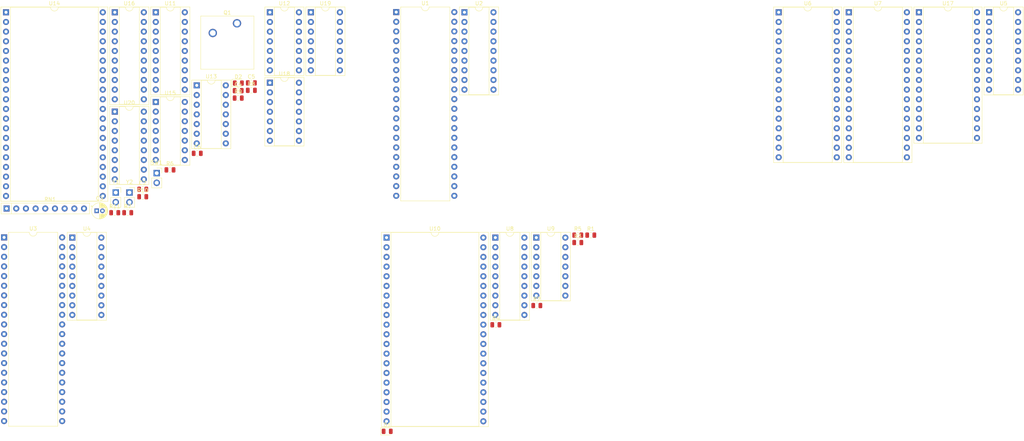
<source format=kicad_pcb>
(kicad_pcb (version 20171130) (host pcbnew "(5.0.1)-4")

  (general
    (thickness 1.6)
    (drawings 0)
    (tracks 0)
    (zones 0)
    (modules 43)
    (nets 267)
  )

  (page A4)
  (layers
    (0 F.Cu signal)
    (31 B.Cu signal)
    (32 B.Adhes user)
    (33 F.Adhes user)
    (34 B.Paste user)
    (35 F.Paste user)
    (36 B.SilkS user)
    (37 F.SilkS user)
    (38 B.Mask user)
    (39 F.Mask user)
    (40 Dwgs.User user)
    (41 Cmts.User user)
    (42 Eco1.User user)
    (43 Eco2.User user)
    (44 Edge.Cuts user)
    (45 Margin user)
    (46 B.CrtYd user)
    (47 F.CrtYd user)
    (48 B.Fab user)
    (49 F.Fab user)
  )

  (setup
    (last_trace_width 0.25)
    (trace_clearance 0.2)
    (zone_clearance 0.508)
    (zone_45_only no)
    (trace_min 0.2)
    (segment_width 0.2)
    (edge_width 0.15)
    (via_size 0.8)
    (via_drill 0.4)
    (via_min_size 0.4)
    (via_min_drill 0.3)
    (uvia_size 0.3)
    (uvia_drill 0.1)
    (uvias_allowed no)
    (uvia_min_size 0.2)
    (uvia_min_drill 0.1)
    (pcb_text_width 0.3)
    (pcb_text_size 1.5 1.5)
    (mod_edge_width 0.15)
    (mod_text_size 1 1)
    (mod_text_width 0.15)
    (pad_size 1.524 1.524)
    (pad_drill 0.762)
    (pad_to_mask_clearance 0.051)
    (solder_mask_min_width 0.25)
    (aux_axis_origin 0 0)
    (visible_elements FFFFFF7F)
    (pcbplotparams
      (layerselection 0x010fc_ffffffff)
      (usegerberextensions false)
      (usegerberattributes false)
      (usegerberadvancedattributes false)
      (creategerberjobfile false)
      (excludeedgelayer true)
      (linewidth 0.100000)
      (plotframeref false)
      (viasonmask false)
      (mode 1)
      (useauxorigin false)
      (hpglpennumber 1)
      (hpglpenspeed 20)
      (hpglpendiameter 15.000000)
      (psnegative false)
      (psa4output false)
      (plotreference true)
      (plotvalue true)
      (plotinvisibletext false)
      (padsonsilk false)
      (subtractmaskfromsilk false)
      (outputformat 1)
      (mirror false)
      (drillshape 1)
      (scaleselection 1)
      (outputdirectory ""))
  )

  (net 0 "")
  (net 1 /CPU/+5V)
  (net 2 /CPU/D0)
  (net 3 /CPU/D1)
  (net 4 /CPU/D2)
  (net 5 /CPU/D3)
  (net 6 /CPU/D4)
  (net 7 /CPU/D5)
  (net 8 /CPU/D6)
  (net 9 /CPU/D7)
  (net 10 "Net-(C4-Pad1)")
  (net 11 "Net-(R11-Pad2)")
  (net 12 ~ENTER_ISP)
  (net 13 ~RESET)
  (net 14 "Net-(C2-Pad1)")
  (net 15 "Net-(Q1-Pad2)")
  (net 16 ~WARM_BOOT)
  (net 17 /ATA.sch/+5V)
  (net 18 "Net-(R1-Pad2)")
  (net 19 "Net-(R2-Pad2)")
  (net 20 "Net-(R3-Pad2)")
  (net 21 "Net-(R4-Pad2)")
  (net 22 "Net-(D1-Pad2)")
  (net 23 "Net-(U14-Pad1)")
  (net 24 /CPU/A8)
  (net 25 "Net-(U14-Pad2)")
  (net 26 /CPU/A9)
  (net 27 "Net-(U14-Pad3)")
  (net 28 /CPU/A10)
  (net 29 "Net-(U14-Pad4)")
  (net 30 /CPU/A11)
  (net 31 "Net-(U14-Pad5)")
  (net 32 /CPU/A12)
  (net 33 "Net-(U14-Pad6)")
  (net 34 /CPU/A13)
  (net 35 "Net-(U14-Pad7)")
  (net 36 /CPU/A14)
  (net 37 "Net-(U14-Pad8)")
  (net 38 /CPU/A15)
  (net 39 /CPU/RESET)
  (net 40 ~PSEN)
  (net 41 "Net-(U14-Pad10)")
  (net 42 "Net-(U14-Pad30)")
  (net 43 "Net-(U14-Pad11)")
  (net 44 /CPU/GND)
  (net 45 "Net-(U14-Pad12)")
  (net 46 "Net-(U14-Pad13)")
  (net 47 "Net-(U14-Pad14)")
  (net 48 "Net-(U14-Pad15)")
  (net 49 ~CPU_WR)
  (net 50 ~CPU_RD)
  (net 51 "Net-(C6-Pad1)")
  (net 52 "Net-(C5-Pad1)")
  (net 53 /ATA.sch/GND)
  (net 54 "Net-(D1-Pad1)")
  (net 55 ~IO3_CS)
  (net 56 "Net-(U10-Pad18)")
  (net 57 ~IO2_CS)
  (net 58 /ATA.sch/D0)
  (net 59 /ATA.sch/A2)
  (net 60 "Net-(U10-Pad16)")
  (net 61 /ATA.sch/A0)
  (net 62 /ATA.sch/D1)
  (net 63 "Net-(U10-Pad14)")
  (net 64 /ATA.sch/A1)
  (net 65 /ATA.sch/D2)
  (net 66 "Net-(U10-Pad32)")
  (net 67 "Net-(U10-Pad12)")
  (net 68 "Net-(U10-Pad31)")
  (net 69 /ATA.sch/D3)
  (net 70 "Net-(U10-Pad10)")
  (net 71 /ATA.sch/D4)
  (net 72 "Net-(U10-Pad8)")
  (net 73 "Net-(U10-Pad27)")
  (net 74 /ATA.sch/D5)
  (net 75 "Net-(U10-Pad6)")
  (net 76 /ATA.sch/~RD)
  (net 77 /ATA.sch/D6)
  (net 78 "Net-(U10-Pad4)")
  (net 79 /ATA.sch/~WR)
  (net 80 /ATA.sch/D7)
  (net 81 "Net-(U10-Pad21)")
  (net 82 "Net-(U10-Pad1)")
  (net 83 "Net-(U1-Pad1)")
  (net 84 "Net-(U1-Pad21)")
  (net 85 "Net-(U1-Pad2)")
  (net 86 "Net-(U1-Pad22)")
  (net 87 "Net-(U1-Pad3)")
  (net 88 "Net-(U1-Pad23)")
  (net 89 "Net-(U1-Pad4)")
  (net 90 "Net-(U1-Pad24)")
  (net 91 /IO0/~RD)
  (net 92 "Net-(U1-Pad25)")
  (net 93 ~IO0_CS)
  (net 94 /IO0/+5V)
  (net 95 /IO0/GND)
  (net 96 /IO0/D7)
  (net 97 /IO0/A1)
  (net 98 /IO0/D6)
  (net 99 /IO0/A0)
  (net 100 /IO0/D5)
  (net 101 "Net-(U1-Pad10)")
  (net 102 /IO0/D4)
  (net 103 "Net-(U1-Pad11)")
  (net 104 /IO0/D3)
  (net 105 "Net-(U1-Pad12)")
  (net 106 /IO0/D2)
  (net 107 "Net-(U1-Pad13)")
  (net 108 /IO0/D1)
  (net 109 "Net-(U1-Pad14)")
  (net 110 /IO0/D0)
  (net 111 "Net-(U1-Pad15)")
  (net 112 /IO0/RESET)
  (net 113 "Net-(U1-Pad16)")
  (net 114 /IO0/~WR)
  (net 115 "Net-(U1-Pad17)")
  (net 116 "Net-(U1-Pad37)")
  (net 117 "Net-(U1-Pad18)")
  (net 118 "Net-(U1-Pad38)")
  (net 119 "Net-(U1-Pad19)")
  (net 120 "Net-(U1-Pad39)")
  (net 121 "Net-(U1-Pad20)")
  (net 122 "Net-(U1-Pad40)")
  (net 123 "Net-(U3-Pad40)")
  (net 124 "Net-(U3-Pad20)")
  (net 125 "Net-(U3-Pad39)")
  (net 126 "Net-(U3-Pad19)")
  (net 127 "Net-(U3-Pad38)")
  (net 128 "Net-(U3-Pad18)")
  (net 129 "Net-(U3-Pad37)")
  (net 130 "Net-(U3-Pad17)")
  (net 131 /IO1/~WR)
  (net 132 "Net-(U3-Pad16)")
  (net 133 /IO1/RESET)
  (net 134 "Net-(U3-Pad15)")
  (net 135 /IO1/D0)
  (net 136 "Net-(U3-Pad14)")
  (net 137 /IO1/D1)
  (net 138 "Net-(U3-Pad13)")
  (net 139 /IO1/D2)
  (net 140 "Net-(U3-Pad12)")
  (net 141 /IO1/D3)
  (net 142 "Net-(U3-Pad11)")
  (net 143 /IO1/D4)
  (net 144 "Net-(U3-Pad10)")
  (net 145 /IO1/D5)
  (net 146 /IO1/A0)
  (net 147 /IO1/D6)
  (net 148 /IO1/A1)
  (net 149 /IO1/D7)
  (net 150 /IO1/GND)
  (net 151 /IO1/+5V)
  (net 152 ~IO1_CS)
  (net 153 "Net-(U3-Pad25)")
  (net 154 /IO1/~RD)
  (net 155 "Net-(U3-Pad24)")
  (net 156 "Net-(U3-Pad4)")
  (net 157 "Net-(U3-Pad23)")
  (net 158 "Net-(U3-Pad3)")
  (net 159 "Net-(U3-Pad22)")
  (net 160 "Net-(U3-Pad2)")
  (net 161 "Net-(U3-Pad21)")
  (net 162 "Net-(U3-Pad1)")
  (net 163 /Memory/A14)
  (net 164 /Memory/D5)
  (net 165 /Memory/A12)
  (net 166 /Memory/D6)
  (net 167 /Memory/A7)
  (net 168 /Memory/D7)
  (net 169 /Memory/A6)
  (net 170 ~MEM0_CS)
  (net 171 /Memory/A5)
  (net 172 /Memory/A10)
  (net 173 /Memory/A4)
  (net 174 /Memory/~RD)
  (net 175 /Memory/A3)
  (net 176 /Memory/A11)
  (net 177 /Memory/A2)
  (net 178 /Memory/A9)
  (net 179 /Memory/A1)
  (net 180 /Memory/A8)
  (net 181 /Memory/A0)
  (net 182 /Memory/A13)
  (net 183 /Memory/D0)
  (net 184 /Memory/~WR)
  (net 185 /Memory/D1)
  (net 186 /Memory/+5V)
  (net 187 /Memory/D2)
  (net 188 /Memory/GND)
  (net 189 /Memory/D3)
  (net 190 /Memory/D4)
  (net 191 ~MEM1_CS)
  (net 192 /Memory/~MEMRQ)
  (net 193 /Memory/~RD_BIOS)
  (net 194 /Memory/~WR_BIOS)
  (net 195 /CPU/A0)
  (net 196 /CPU/A4)
  (net 197 /CPU/A1)
  (net 198 /CPU/A5)
  (net 199 /CPU/A2)
  (net 200 /CPU/A6)
  (net 201 /CPU/A3)
  (net 202 /CPU/A7)
  (net 203 /IO1/A4)
  (net 204 "Net-(U4-Pad10)")
  (net 205 /IO1/A5)
  (net 206 "Net-(U4-Pad11)")
  (net 207 /IO1/A6)
  (net 208 "Net-(U4-Pad12)")
  (net 209 /IO1/~IORQ)
  (net 210 "Net-(U4-Pad13)")
  (net 211 "Net-(U4-Pad15)")
  (net 212 "Net-(U4-Pad7)")
  (net 213 "Net-(U4-Pad8)")
  (net 214 "Net-(U4-Pad9)")
  (net 215 "Net-(U2-Pad9)")
  (net 216 "Net-(U2-Pad8)")
  (net 217 "Net-(U2-Pad16)")
  (net 218 "Net-(U2-Pad7)")
  (net 219 "Net-(U2-Pad14)")
  (net 220 /IO0/~IORQ)
  (net 221 "Net-(U2-Pad13)")
  (net 222 "Net-(U2-Pad12)")
  (net 223 /IO0/A6)
  (net 224 "Net-(U2-Pad11)")
  (net 225 /IO0/A5)
  (net 226 "Net-(U2-Pad10)")
  (net 227 /IO0/A4)
  (net 228 "Net-(U11-Pad10)")
  (net 229 "Net-(U11-Pad11)")
  (net 230 "Net-(U11-Pad12)")
  (net 231 ~IO7_CS)
  (net 232 "Net-(U11-Pad7)")
  (net 233 "Net-(C2-Pad2)")
  (net 234 "Net-(U11-Pad9)")
  (net 235 ~IO6_CS)
  (net 236 /ATA.sch/~IOREQ)
  (net 237 /ATA.sch/A6)
  (net 238 ~IO4_CS)
  (net 239 /ATA.sch/A5)
  (net 240 ~IO5_CS)
  (net 241 /ATA.sch/A4)
  (net 242 /Memory/A15)
  (net 243 "Net-(U5-Pad10)")
  (net 244 "Net-(U5-Pad11)")
  (net 245 "Net-(U5-Pad12)")
  (net 246 "Net-(U5-Pad13)")
  (net 247 "Net-(U5-Pad7)")
  (net 248 "Net-(U5-Pad9)")
  (net 249 /CPU/~IORQ)
  (net 250 "Net-(U12-Pad3)")
  (net 251 BOOTING)
  (net 252 ISP)
  (net 253 ~ISP)
  (net 254 ~BOOTING)
  (net 255 /CPU/~WR)
  (net 256 /CPU/~WR_BIOS)
  (net 257 /CPU/~RD)
  (net 258 /CPU/~RD_BIOS)
  (net 259 "Net-(U15-Pad14)")
  (net 260 "Net-(U9-Pad14)")
  (net 261 "Net-(U9-Pad7)")
  (net 262 /CPU/~MEMRQ)
  (net 263 "Net-(U9-Pad8)")
  (net 264 /ATA.sch/RESET)
  (net 265 "Net-(U18-Pad8)")
  (net 266 "Net-(U18-Pad7)")

  (net_class Default "This is the default net class."
    (clearance 0.2)
    (trace_width 0.25)
    (via_dia 0.8)
    (via_drill 0.4)
    (uvia_dia 0.3)
    (uvia_drill 0.1)
    (add_net /ATA.sch/+5V)
    (add_net /ATA.sch/A0)
    (add_net /ATA.sch/A1)
    (add_net /ATA.sch/A2)
    (add_net /ATA.sch/A4)
    (add_net /ATA.sch/A5)
    (add_net /ATA.sch/A6)
    (add_net /ATA.sch/D0)
    (add_net /ATA.sch/D1)
    (add_net /ATA.sch/D2)
    (add_net /ATA.sch/D3)
    (add_net /ATA.sch/D4)
    (add_net /ATA.sch/D5)
    (add_net /ATA.sch/D6)
    (add_net /ATA.sch/D7)
    (add_net /ATA.sch/GND)
    (add_net /ATA.sch/RESET)
    (add_net /ATA.sch/~IOREQ)
    (add_net /ATA.sch/~RD)
    (add_net /ATA.sch/~WR)
    (add_net /CPU/+5V)
    (add_net /CPU/A0)
    (add_net /CPU/A1)
    (add_net /CPU/A10)
    (add_net /CPU/A11)
    (add_net /CPU/A12)
    (add_net /CPU/A13)
    (add_net /CPU/A14)
    (add_net /CPU/A15)
    (add_net /CPU/A2)
    (add_net /CPU/A3)
    (add_net /CPU/A4)
    (add_net /CPU/A5)
    (add_net /CPU/A6)
    (add_net /CPU/A7)
    (add_net /CPU/A8)
    (add_net /CPU/A9)
    (add_net /CPU/D0)
    (add_net /CPU/D1)
    (add_net /CPU/D2)
    (add_net /CPU/D3)
    (add_net /CPU/D4)
    (add_net /CPU/D5)
    (add_net /CPU/D6)
    (add_net /CPU/D7)
    (add_net /CPU/GND)
    (add_net /CPU/RESET)
    (add_net /CPU/~IORQ)
    (add_net /CPU/~MEMRQ)
    (add_net /CPU/~RD)
    (add_net /CPU/~RD_BIOS)
    (add_net /CPU/~WR)
    (add_net /CPU/~WR_BIOS)
    (add_net /IO0/+5V)
    (add_net /IO0/A0)
    (add_net /IO0/A1)
    (add_net /IO0/A4)
    (add_net /IO0/A5)
    (add_net /IO0/A6)
    (add_net /IO0/D0)
    (add_net /IO0/D1)
    (add_net /IO0/D2)
    (add_net /IO0/D3)
    (add_net /IO0/D4)
    (add_net /IO0/D5)
    (add_net /IO0/D6)
    (add_net /IO0/D7)
    (add_net /IO0/GND)
    (add_net /IO0/RESET)
    (add_net /IO0/~IORQ)
    (add_net /IO0/~RD)
    (add_net /IO0/~WR)
    (add_net /IO1/+5V)
    (add_net /IO1/A0)
    (add_net /IO1/A1)
    (add_net /IO1/A4)
    (add_net /IO1/A5)
    (add_net /IO1/A6)
    (add_net /IO1/D0)
    (add_net /IO1/D1)
    (add_net /IO1/D2)
    (add_net /IO1/D3)
    (add_net /IO1/D4)
    (add_net /IO1/D5)
    (add_net /IO1/D6)
    (add_net /IO1/D7)
    (add_net /IO1/GND)
    (add_net /IO1/RESET)
    (add_net /IO1/~IORQ)
    (add_net /IO1/~RD)
    (add_net /IO1/~WR)
    (add_net /Memory/+5V)
    (add_net /Memory/A0)
    (add_net /Memory/A1)
    (add_net /Memory/A10)
    (add_net /Memory/A11)
    (add_net /Memory/A12)
    (add_net /Memory/A13)
    (add_net /Memory/A14)
    (add_net /Memory/A15)
    (add_net /Memory/A2)
    (add_net /Memory/A3)
    (add_net /Memory/A4)
    (add_net /Memory/A5)
    (add_net /Memory/A6)
    (add_net /Memory/A7)
    (add_net /Memory/A8)
    (add_net /Memory/A9)
    (add_net /Memory/D0)
    (add_net /Memory/D1)
    (add_net /Memory/D2)
    (add_net /Memory/D3)
    (add_net /Memory/D4)
    (add_net /Memory/D5)
    (add_net /Memory/D6)
    (add_net /Memory/D7)
    (add_net /Memory/GND)
    (add_net /Memory/~MEMRQ)
    (add_net /Memory/~RD)
    (add_net /Memory/~RD_BIOS)
    (add_net /Memory/~WR)
    (add_net /Memory/~WR_BIOS)
    (add_net BOOTING)
    (add_net ISP)
    (add_net "Net-(C2-Pad1)")
    (add_net "Net-(C2-Pad2)")
    (add_net "Net-(C4-Pad1)")
    (add_net "Net-(C5-Pad1)")
    (add_net "Net-(C6-Pad1)")
    (add_net "Net-(D1-Pad1)")
    (add_net "Net-(D1-Pad2)")
    (add_net "Net-(Q1-Pad2)")
    (add_net "Net-(R1-Pad2)")
    (add_net "Net-(R11-Pad2)")
    (add_net "Net-(R2-Pad2)")
    (add_net "Net-(R3-Pad2)")
    (add_net "Net-(R4-Pad2)")
    (add_net "Net-(U1-Pad1)")
    (add_net "Net-(U1-Pad10)")
    (add_net "Net-(U1-Pad11)")
    (add_net "Net-(U1-Pad12)")
    (add_net "Net-(U1-Pad13)")
    (add_net "Net-(U1-Pad14)")
    (add_net "Net-(U1-Pad15)")
    (add_net "Net-(U1-Pad16)")
    (add_net "Net-(U1-Pad17)")
    (add_net "Net-(U1-Pad18)")
    (add_net "Net-(U1-Pad19)")
    (add_net "Net-(U1-Pad2)")
    (add_net "Net-(U1-Pad20)")
    (add_net "Net-(U1-Pad21)")
    (add_net "Net-(U1-Pad22)")
    (add_net "Net-(U1-Pad23)")
    (add_net "Net-(U1-Pad24)")
    (add_net "Net-(U1-Pad25)")
    (add_net "Net-(U1-Pad3)")
    (add_net "Net-(U1-Pad37)")
    (add_net "Net-(U1-Pad38)")
    (add_net "Net-(U1-Pad39)")
    (add_net "Net-(U1-Pad4)")
    (add_net "Net-(U1-Pad40)")
    (add_net "Net-(U10-Pad1)")
    (add_net "Net-(U10-Pad10)")
    (add_net "Net-(U10-Pad12)")
    (add_net "Net-(U10-Pad14)")
    (add_net "Net-(U10-Pad16)")
    (add_net "Net-(U10-Pad18)")
    (add_net "Net-(U10-Pad21)")
    (add_net "Net-(U10-Pad27)")
    (add_net "Net-(U10-Pad31)")
    (add_net "Net-(U10-Pad32)")
    (add_net "Net-(U10-Pad4)")
    (add_net "Net-(U10-Pad6)")
    (add_net "Net-(U10-Pad8)")
    (add_net "Net-(U11-Pad10)")
    (add_net "Net-(U11-Pad11)")
    (add_net "Net-(U11-Pad12)")
    (add_net "Net-(U11-Pad7)")
    (add_net "Net-(U11-Pad9)")
    (add_net "Net-(U12-Pad3)")
    (add_net "Net-(U14-Pad1)")
    (add_net "Net-(U14-Pad10)")
    (add_net "Net-(U14-Pad11)")
    (add_net "Net-(U14-Pad12)")
    (add_net "Net-(U14-Pad13)")
    (add_net "Net-(U14-Pad14)")
    (add_net "Net-(U14-Pad15)")
    (add_net "Net-(U14-Pad2)")
    (add_net "Net-(U14-Pad3)")
    (add_net "Net-(U14-Pad30)")
    (add_net "Net-(U14-Pad4)")
    (add_net "Net-(U14-Pad5)")
    (add_net "Net-(U14-Pad6)")
    (add_net "Net-(U14-Pad7)")
    (add_net "Net-(U14-Pad8)")
    (add_net "Net-(U15-Pad14)")
    (add_net "Net-(U18-Pad7)")
    (add_net "Net-(U18-Pad8)")
    (add_net "Net-(U2-Pad10)")
    (add_net "Net-(U2-Pad11)")
    (add_net "Net-(U2-Pad12)")
    (add_net "Net-(U2-Pad13)")
    (add_net "Net-(U2-Pad14)")
    (add_net "Net-(U2-Pad16)")
    (add_net "Net-(U2-Pad7)")
    (add_net "Net-(U2-Pad8)")
    (add_net "Net-(U2-Pad9)")
    (add_net "Net-(U3-Pad1)")
    (add_net "Net-(U3-Pad10)")
    (add_net "Net-(U3-Pad11)")
    (add_net "Net-(U3-Pad12)")
    (add_net "Net-(U3-Pad13)")
    (add_net "Net-(U3-Pad14)")
    (add_net "Net-(U3-Pad15)")
    (add_net "Net-(U3-Pad16)")
    (add_net "Net-(U3-Pad17)")
    (add_net "Net-(U3-Pad18)")
    (add_net "Net-(U3-Pad19)")
    (add_net "Net-(U3-Pad2)")
    (add_net "Net-(U3-Pad20)")
    (add_net "Net-(U3-Pad21)")
    (add_net "Net-(U3-Pad22)")
    (add_net "Net-(U3-Pad23)")
    (add_net "Net-(U3-Pad24)")
    (add_net "Net-(U3-Pad25)")
    (add_net "Net-(U3-Pad3)")
    (add_net "Net-(U3-Pad37)")
    (add_net "Net-(U3-Pad38)")
    (add_net "Net-(U3-Pad39)")
    (add_net "Net-(U3-Pad4)")
    (add_net "Net-(U3-Pad40)")
    (add_net "Net-(U4-Pad10)")
    (add_net "Net-(U4-Pad11)")
    (add_net "Net-(U4-Pad12)")
    (add_net "Net-(U4-Pad13)")
    (add_net "Net-(U4-Pad15)")
    (add_net "Net-(U4-Pad7)")
    (add_net "Net-(U4-Pad8)")
    (add_net "Net-(U4-Pad9)")
    (add_net "Net-(U5-Pad10)")
    (add_net "Net-(U5-Pad11)")
    (add_net "Net-(U5-Pad12)")
    (add_net "Net-(U5-Pad13)")
    (add_net "Net-(U5-Pad7)")
    (add_net "Net-(U5-Pad9)")
    (add_net "Net-(U9-Pad14)")
    (add_net "Net-(U9-Pad7)")
    (add_net "Net-(U9-Pad8)")
    (add_net ~BOOTING)
    (add_net ~CPU_RD)
    (add_net ~CPU_WR)
    (add_net ~ENTER_ISP)
    (add_net ~IO0_CS)
    (add_net ~IO1_CS)
    (add_net ~IO2_CS)
    (add_net ~IO3_CS)
    (add_net ~IO4_CS)
    (add_net ~IO5_CS)
    (add_net ~IO6_CS)
    (add_net ~IO7_CS)
    (add_net ~ISP)
    (add_net ~MEM0_CS)
    (add_net ~MEM1_CS)
    (add_net ~PSEN)
    (add_net ~RESET)
    (add_net ~WARM_BOOT)
  )

  (module Button_Switch_Keyboard:SW_Cherry_MX1A_1.00u_PCB (layer F.Cu) (tedit 5A02FE24) (tstamp 5C9118BB)
    (at 76.269221 38.258821)
    (descr "Cherry MX keyswitch, MX1A, 1.00u, PCB mount, http://cherryamericas.com/wp-content/uploads/2014/12/mx_cat.pdf")
    (tags "cherry mx keyswitch MX1A 1.00u PCB")
    (path /5C68B4BB/5C9910E3)
    (fp_text reference Q1 (at -2.54 -2.794) (layer F.SilkS)
      (effects (font (size 1 1) (thickness 0.15)))
    )
    (fp_text value Q_PNP_CBE (at -2.54 12.954) (layer F.Fab)
      (effects (font (size 1 1) (thickness 0.15)))
    )
    (fp_text user %R (at -2.54 -2.794) (layer F.Fab)
      (effects (font (size 1 1) (thickness 0.15)))
    )
    (fp_line (start -8.89 -1.27) (end 3.81 -1.27) (layer F.Fab) (width 0.15))
    (fp_line (start 3.81 -1.27) (end 3.81 11.43) (layer F.Fab) (width 0.15))
    (fp_line (start 3.81 11.43) (end -8.89 11.43) (layer F.Fab) (width 0.15))
    (fp_line (start -8.89 11.43) (end -8.89 -1.27) (layer F.Fab) (width 0.15))
    (fp_line (start -9.14 11.68) (end -9.14 -1.52) (layer F.CrtYd) (width 0.05))
    (fp_line (start 4.06 11.68) (end -9.14 11.68) (layer F.CrtYd) (width 0.05))
    (fp_line (start 4.06 -1.52) (end 4.06 11.68) (layer F.CrtYd) (width 0.05))
    (fp_line (start -9.14 -1.52) (end 4.06 -1.52) (layer F.CrtYd) (width 0.05))
    (fp_line (start -12.065 -4.445) (end 6.985 -4.445) (layer Dwgs.User) (width 0.15))
    (fp_line (start 6.985 -4.445) (end 6.985 14.605) (layer Dwgs.User) (width 0.15))
    (fp_line (start 6.985 14.605) (end -12.065 14.605) (layer Dwgs.User) (width 0.15))
    (fp_line (start -12.065 14.605) (end -12.065 -4.445) (layer Dwgs.User) (width 0.15))
    (fp_line (start -9.525 -1.905) (end 4.445 -1.905) (layer F.SilkS) (width 0.12))
    (fp_line (start 4.445 -1.905) (end 4.445 12.065) (layer F.SilkS) (width 0.12))
    (fp_line (start 4.445 12.065) (end -9.525 12.065) (layer F.SilkS) (width 0.12))
    (fp_line (start -9.525 12.065) (end -9.525 -1.905) (layer F.SilkS) (width 0.12))
    (pad 1 thru_hole circle (at 0 0) (size 2.2 2.2) (drill 1.5) (layers *.Cu *.Mask)
      (net 44 /CPU/GND))
    (pad 2 thru_hole circle (at -6.35 2.54) (size 2.2 2.2) (drill 1.5) (layers *.Cu *.Mask)
      (net 15 "Net-(Q1-Pad2)"))
    (pad "" np_thru_hole circle (at -2.54 5.08) (size 4 4) (drill 4) (layers *.Cu *.Mask))
    (pad "" np_thru_hole circle (at -7.62 5.08) (size 1.7 1.7) (drill 1.7) (layers *.Cu *.Mask))
    (pad "" np_thru_hole circle (at 2.54 5.08) (size 1.7 1.7) (drill 1.7) (layers *.Cu *.Mask))
    (model ${KISYS3DMOD}/Button_Switch_Keyboard.3dshapes/SW_Cherry_MX1A_1.00u_PCB.wrl
      (at (xyz 0 0 0))
      (scale (xyz 1 1 1))
      (rotate (xyz 0 0 0))
    )
  )

  (module Capacitor_SMD:C_0805_2012Metric (layer F.Cu) (tedit 5B36C52B) (tstamp 5C9118A1)
    (at 51.534221 81.863821)
    (descr "Capacitor SMD 0805 (2012 Metric), square (rectangular) end terminal, IPC_7351 nominal, (Body size source: https://docs.google.com/spreadsheets/d/1BsfQQcO9C6DZCsRaXUlFlo91Tg2WpOkGARC1WS5S8t0/edit?usp=sharing), generated with kicad-footprint-generator")
    (tags capacitor)
    (path /5C68B4BB/5CE1A566)
    (attr smd)
    (fp_text reference C2 (at 0 -1.65) (layer F.SilkS)
      (effects (font (size 1 1) (thickness 0.15)))
    )
    (fp_text value C (at 0 1.65) (layer F.Fab)
      (effects (font (size 1 1) (thickness 0.15)))
    )
    (fp_text user %R (at 0 0) (layer F.Fab)
      (effects (font (size 0.5 0.5) (thickness 0.08)))
    )
    (fp_line (start 1.68 0.95) (end -1.68 0.95) (layer F.CrtYd) (width 0.05))
    (fp_line (start 1.68 -0.95) (end 1.68 0.95) (layer F.CrtYd) (width 0.05))
    (fp_line (start -1.68 -0.95) (end 1.68 -0.95) (layer F.CrtYd) (width 0.05))
    (fp_line (start -1.68 0.95) (end -1.68 -0.95) (layer F.CrtYd) (width 0.05))
    (fp_line (start -0.258578 0.71) (end 0.258578 0.71) (layer F.SilkS) (width 0.12))
    (fp_line (start -0.258578 -0.71) (end 0.258578 -0.71) (layer F.SilkS) (width 0.12))
    (fp_line (start 1 0.6) (end -1 0.6) (layer F.Fab) (width 0.1))
    (fp_line (start 1 -0.6) (end 1 0.6) (layer F.Fab) (width 0.1))
    (fp_line (start -1 -0.6) (end 1 -0.6) (layer F.Fab) (width 0.1))
    (fp_line (start -1 0.6) (end -1 -0.6) (layer F.Fab) (width 0.1))
    (pad 2 smd roundrect (at 0.9375 0) (size 0.975 1.4) (layers F.Cu F.Paste F.Mask) (roundrect_rratio 0.25)
      (net 233 "Net-(C2-Pad2)"))
    (pad 1 smd roundrect (at -0.9375 0) (size 0.975 1.4) (layers F.Cu F.Paste F.Mask) (roundrect_rratio 0.25)
      (net 14 "Net-(C2-Pad1)"))
    (model ${KISYS3DMOD}/Capacitor_SMD.3dshapes/C_0805_2012Metric.wrl
      (at (xyz 0 0 0))
      (scale (xyz 1 1 1))
      (rotate (xyz 0 0 0))
    )
  )

  (module Capacitor_SMD:C_0805_2012Metric (layer F.Cu) (tedit 5B36C52B) (tstamp 5C911890)
    (at 76.584221 55.953821)
    (descr "Capacitor SMD 0805 (2012 Metric), square (rectangular) end terminal, IPC_7351 nominal, (Body size source: https://docs.google.com/spreadsheets/d/1BsfQQcO9C6DZCsRaXUlFlo91Tg2WpOkGARC1WS5S8t0/edit?usp=sharing), generated with kicad-footprint-generator")
    (tags capacitor)
    (path /5C68B4BB/5CE1A56D)
    (attr smd)
    (fp_text reference C4 (at 0 -1.65) (layer F.SilkS)
      (effects (font (size 1 1) (thickness 0.15)))
    )
    (fp_text value C (at 0 1.65) (layer F.Fab)
      (effects (font (size 1 1) (thickness 0.15)))
    )
    (fp_line (start -1 0.6) (end -1 -0.6) (layer F.Fab) (width 0.1))
    (fp_line (start -1 -0.6) (end 1 -0.6) (layer F.Fab) (width 0.1))
    (fp_line (start 1 -0.6) (end 1 0.6) (layer F.Fab) (width 0.1))
    (fp_line (start 1 0.6) (end -1 0.6) (layer F.Fab) (width 0.1))
    (fp_line (start -0.258578 -0.71) (end 0.258578 -0.71) (layer F.SilkS) (width 0.12))
    (fp_line (start -0.258578 0.71) (end 0.258578 0.71) (layer F.SilkS) (width 0.12))
    (fp_line (start -1.68 0.95) (end -1.68 -0.95) (layer F.CrtYd) (width 0.05))
    (fp_line (start -1.68 -0.95) (end 1.68 -0.95) (layer F.CrtYd) (width 0.05))
    (fp_line (start 1.68 -0.95) (end 1.68 0.95) (layer F.CrtYd) (width 0.05))
    (fp_line (start 1.68 0.95) (end -1.68 0.95) (layer F.CrtYd) (width 0.05))
    (fp_text user %R (at 0 0) (layer F.Fab)
      (effects (font (size 0.5 0.5) (thickness 0.08)))
    )
    (pad 1 smd roundrect (at -0.9375 0) (size 0.975 1.4) (layers F.Cu F.Paste F.Mask) (roundrect_rratio 0.25)
      (net 10 "Net-(C4-Pad1)"))
    (pad 2 smd roundrect (at 0.9375 0) (size 0.975 1.4) (layers F.Cu F.Paste F.Mask) (roundrect_rratio 0.25)
      (net 233 "Net-(C2-Pad2)"))
    (model ${KISYS3DMOD}/Capacitor_SMD.3dshapes/C_0805_2012Metric.wrl
      (at (xyz 0 0 0))
      (scale (xyz 1 1 1))
      (rotate (xyz 0 0 0))
    )
  )

  (module Capacitor_SMD:C_0805_2012Metric (layer F.Cu) (tedit 5B36C52B) (tstamp 5C91187F)
    (at 80.034221 53.913821)
    (descr "Capacitor SMD 0805 (2012 Metric), square (rectangular) end terminal, IPC_7351 nominal, (Body size source: https://docs.google.com/spreadsheets/d/1BsfQQcO9C6DZCsRaXUlFlo91Tg2WpOkGARC1WS5S8t0/edit?usp=sharing), generated with kicad-footprint-generator")
    (tags capacitor)
    (path /5C68B4BB/5CF7A87C)
    (attr smd)
    (fp_text reference C5 (at 0 -1.65) (layer F.SilkS)
      (effects (font (size 1 1) (thickness 0.15)))
    )
    (fp_text value C (at 0 1.65) (layer F.Fab)
      (effects (font (size 1 1) (thickness 0.15)))
    )
    (fp_text user %R (at 0 0) (layer F.Fab)
      (effects (font (size 0.5 0.5) (thickness 0.08)))
    )
    (fp_line (start 1.68 0.95) (end -1.68 0.95) (layer F.CrtYd) (width 0.05))
    (fp_line (start 1.68 -0.95) (end 1.68 0.95) (layer F.CrtYd) (width 0.05))
    (fp_line (start -1.68 -0.95) (end 1.68 -0.95) (layer F.CrtYd) (width 0.05))
    (fp_line (start -1.68 0.95) (end -1.68 -0.95) (layer F.CrtYd) (width 0.05))
    (fp_line (start -0.258578 0.71) (end 0.258578 0.71) (layer F.SilkS) (width 0.12))
    (fp_line (start -0.258578 -0.71) (end 0.258578 -0.71) (layer F.SilkS) (width 0.12))
    (fp_line (start 1 0.6) (end -1 0.6) (layer F.Fab) (width 0.1))
    (fp_line (start 1 -0.6) (end 1 0.6) (layer F.Fab) (width 0.1))
    (fp_line (start -1 -0.6) (end 1 -0.6) (layer F.Fab) (width 0.1))
    (fp_line (start -1 0.6) (end -1 -0.6) (layer F.Fab) (width 0.1))
    (pad 2 smd roundrect (at 0.9375 0) (size 0.975 1.4) (layers F.Cu F.Paste F.Mask) (roundrect_rratio 0.25)
      (net 44 /CPU/GND))
    (pad 1 smd roundrect (at -0.9375 0) (size 0.975 1.4) (layers F.Cu F.Paste F.Mask) (roundrect_rratio 0.25)
      (net 52 "Net-(C5-Pad1)"))
    (model ${KISYS3DMOD}/Capacitor_SMD.3dshapes/C_0805_2012Metric.wrl
      (at (xyz 0 0 0))
      (scale (xyz 1 1 1))
      (rotate (xyz 0 0 0))
    )
  )

  (module Capacitor_SMD:C_0805_2012Metric (layer F.Cu) (tedit 5B36C52B) (tstamp 5C91186E)
    (at 65.834221 72.413821)
    (descr "Capacitor SMD 0805 (2012 Metric), square (rectangular) end terminal, IPC_7351 nominal, (Body size source: https://docs.google.com/spreadsheets/d/1BsfQQcO9C6DZCsRaXUlFlo91Tg2WpOkGARC1WS5S8t0/edit?usp=sharing), generated with kicad-footprint-generator")
    (tags capacitor)
    (path /5C68B4BB/5CF7A87B)
    (attr smd)
    (fp_text reference C6 (at 0 -1.65) (layer F.SilkS)
      (effects (font (size 1 1) (thickness 0.15)))
    )
    (fp_text value C (at 0 1.65) (layer F.Fab)
      (effects (font (size 1 1) (thickness 0.15)))
    )
    (fp_line (start -1 0.6) (end -1 -0.6) (layer F.Fab) (width 0.1))
    (fp_line (start -1 -0.6) (end 1 -0.6) (layer F.Fab) (width 0.1))
    (fp_line (start 1 -0.6) (end 1 0.6) (layer F.Fab) (width 0.1))
    (fp_line (start 1 0.6) (end -1 0.6) (layer F.Fab) (width 0.1))
    (fp_line (start -0.258578 -0.71) (end 0.258578 -0.71) (layer F.SilkS) (width 0.12))
    (fp_line (start -0.258578 0.71) (end 0.258578 0.71) (layer F.SilkS) (width 0.12))
    (fp_line (start -1.68 0.95) (end -1.68 -0.95) (layer F.CrtYd) (width 0.05))
    (fp_line (start -1.68 -0.95) (end 1.68 -0.95) (layer F.CrtYd) (width 0.05))
    (fp_line (start 1.68 -0.95) (end 1.68 0.95) (layer F.CrtYd) (width 0.05))
    (fp_line (start 1.68 0.95) (end -1.68 0.95) (layer F.CrtYd) (width 0.05))
    (fp_text user %R (at 0 0) (layer F.Fab)
      (effects (font (size 0.5 0.5) (thickness 0.08)))
    )
    (pad 1 smd roundrect (at -0.9375 0) (size 0.975 1.4) (layers F.Cu F.Paste F.Mask) (roundrect_rratio 0.25)
      (net 51 "Net-(C6-Pad1)"))
    (pad 2 smd roundrect (at 0.9375 0) (size 0.975 1.4) (layers F.Cu F.Paste F.Mask) (roundrect_rratio 0.25)
      (net 44 /CPU/GND))
    (model ${KISYS3DMOD}/Capacitor_SMD.3dshapes/C_0805_2012Metric.wrl
      (at (xyz 0 0 0))
      (scale (xyz 1 1 1))
      (rotate (xyz 0 0 0))
    )
  )

  (module Capacitor_THT:CP_Radial_D4.0mm_P1.50mm (layer F.Cu) (tedit 5AE50EF0) (tstamp 5C91185D)
    (at 39.459022 87.513821)
    (descr "CP, Radial series, Radial, pin pitch=1.50mm, , diameter=4mm, Electrolytic Capacitor")
    (tags "CP Radial series Radial pin pitch 1.50mm  diameter 4mm Electrolytic Capacitor")
    (path /5C68B4BB/5C68B593)
    (fp_text reference C3 (at 0.75 -3.25) (layer F.SilkS)
      (effects (font (size 1 1) (thickness 0.15)))
    )
    (fp_text value CP1 (at 0.75 3.25) (layer F.Fab)
      (effects (font (size 1 1) (thickness 0.15)))
    )
    (fp_circle (center 0.75 0) (end 2.75 0) (layer F.Fab) (width 0.1))
    (fp_circle (center 0.75 0) (end 2.87 0) (layer F.SilkS) (width 0.12))
    (fp_circle (center 0.75 0) (end 3 0) (layer F.CrtYd) (width 0.05))
    (fp_line (start -0.952554 -0.8675) (end -0.552554 -0.8675) (layer F.Fab) (width 0.1))
    (fp_line (start -0.752554 -1.0675) (end -0.752554 -0.6675) (layer F.Fab) (width 0.1))
    (fp_line (start 0.75 0.84) (end 0.75 2.08) (layer F.SilkS) (width 0.12))
    (fp_line (start 0.75 -2.08) (end 0.75 -0.84) (layer F.SilkS) (width 0.12))
    (fp_line (start 0.79 0.84) (end 0.79 2.08) (layer F.SilkS) (width 0.12))
    (fp_line (start 0.79 -2.08) (end 0.79 -0.84) (layer F.SilkS) (width 0.12))
    (fp_line (start 0.83 0.84) (end 0.83 2.079) (layer F.SilkS) (width 0.12))
    (fp_line (start 0.83 -2.079) (end 0.83 -0.84) (layer F.SilkS) (width 0.12))
    (fp_line (start 0.87 -2.077) (end 0.87 -0.84) (layer F.SilkS) (width 0.12))
    (fp_line (start 0.87 0.84) (end 0.87 2.077) (layer F.SilkS) (width 0.12))
    (fp_line (start 0.91 -2.074) (end 0.91 -0.84) (layer F.SilkS) (width 0.12))
    (fp_line (start 0.91 0.84) (end 0.91 2.074) (layer F.SilkS) (width 0.12))
    (fp_line (start 0.95 -2.071) (end 0.95 -0.84) (layer F.SilkS) (width 0.12))
    (fp_line (start 0.95 0.84) (end 0.95 2.071) (layer F.SilkS) (width 0.12))
    (fp_line (start 0.99 -2.067) (end 0.99 -0.84) (layer F.SilkS) (width 0.12))
    (fp_line (start 0.99 0.84) (end 0.99 2.067) (layer F.SilkS) (width 0.12))
    (fp_line (start 1.03 -2.062) (end 1.03 -0.84) (layer F.SilkS) (width 0.12))
    (fp_line (start 1.03 0.84) (end 1.03 2.062) (layer F.SilkS) (width 0.12))
    (fp_line (start 1.07 -2.056) (end 1.07 -0.84) (layer F.SilkS) (width 0.12))
    (fp_line (start 1.07 0.84) (end 1.07 2.056) (layer F.SilkS) (width 0.12))
    (fp_line (start 1.11 -2.05) (end 1.11 -0.84) (layer F.SilkS) (width 0.12))
    (fp_line (start 1.11 0.84) (end 1.11 2.05) (layer F.SilkS) (width 0.12))
    (fp_line (start 1.15 -2.042) (end 1.15 -0.84) (layer F.SilkS) (width 0.12))
    (fp_line (start 1.15 0.84) (end 1.15 2.042) (layer F.SilkS) (width 0.12))
    (fp_line (start 1.19 -2.034) (end 1.19 -0.84) (layer F.SilkS) (width 0.12))
    (fp_line (start 1.19 0.84) (end 1.19 2.034) (layer F.SilkS) (width 0.12))
    (fp_line (start 1.23 -2.025) (end 1.23 -0.84) (layer F.SilkS) (width 0.12))
    (fp_line (start 1.23 0.84) (end 1.23 2.025) (layer F.SilkS) (width 0.12))
    (fp_line (start 1.27 -2.016) (end 1.27 -0.84) (layer F.SilkS) (width 0.12))
    (fp_line (start 1.27 0.84) (end 1.27 2.016) (layer F.SilkS) (width 0.12))
    (fp_line (start 1.31 -2.005) (end 1.31 -0.84) (layer F.SilkS) (width 0.12))
    (fp_line (start 1.31 0.84) (end 1.31 2.005) (layer F.SilkS) (width 0.12))
    (fp_line (start 1.35 -1.994) (end 1.35 -0.84) (layer F.SilkS) (width 0.12))
    (fp_line (start 1.35 0.84) (end 1.35 1.994) (layer F.SilkS) (width 0.12))
    (fp_line (start 1.39 -1.982) (end 1.39 -0.84) (layer F.SilkS) (width 0.12))
    (fp_line (start 1.39 0.84) (end 1.39 1.982) (layer F.SilkS) (width 0.12))
    (fp_line (start 1.43 -1.968) (end 1.43 -0.84) (layer F.SilkS) (width 0.12))
    (fp_line (start 1.43 0.84) (end 1.43 1.968) (layer F.SilkS) (width 0.12))
    (fp_line (start 1.471 -1.954) (end 1.471 -0.84) (layer F.SilkS) (width 0.12))
    (fp_line (start 1.471 0.84) (end 1.471 1.954) (layer F.SilkS) (width 0.12))
    (fp_line (start 1.511 -1.94) (end 1.511 -0.84) (layer F.SilkS) (width 0.12))
    (fp_line (start 1.511 0.84) (end 1.511 1.94) (layer F.SilkS) (width 0.12))
    (fp_line (start 1.551 -1.924) (end 1.551 -0.84) (layer F.SilkS) (width 0.12))
    (fp_line (start 1.551 0.84) (end 1.551 1.924) (layer F.SilkS) (width 0.12))
    (fp_line (start 1.591 -1.907) (end 1.591 -0.84) (layer F.SilkS) (width 0.12))
    (fp_line (start 1.591 0.84) (end 1.591 1.907) (layer F.SilkS) (width 0.12))
    (fp_line (start 1.631 -1.889) (end 1.631 -0.84) (layer F.SilkS) (width 0.12))
    (fp_line (start 1.631 0.84) (end 1.631 1.889) (layer F.SilkS) (width 0.12))
    (fp_line (start 1.671 -1.87) (end 1.671 -0.84) (layer F.SilkS) (width 0.12))
    (fp_line (start 1.671 0.84) (end 1.671 1.87) (layer F.SilkS) (width 0.12))
    (fp_line (start 1.711 -1.851) (end 1.711 -0.84) (layer F.SilkS) (width 0.12))
    (fp_line (start 1.711 0.84) (end 1.711 1.851) (layer F.SilkS) (width 0.12))
    (fp_line (start 1.751 -1.83) (end 1.751 -0.84) (layer F.SilkS) (width 0.12))
    (fp_line (start 1.751 0.84) (end 1.751 1.83) (layer F.SilkS) (width 0.12))
    (fp_line (start 1.791 -1.808) (end 1.791 -0.84) (layer F.SilkS) (width 0.12))
    (fp_line (start 1.791 0.84) (end 1.791 1.808) (layer F.SilkS) (width 0.12))
    (fp_line (start 1.831 -1.785) (end 1.831 -0.84) (layer F.SilkS) (width 0.12))
    (fp_line (start 1.831 0.84) (end 1.831 1.785) (layer F.SilkS) (width 0.12))
    (fp_line (start 1.871 -1.76) (end 1.871 -0.84) (layer F.SilkS) (width 0.12))
    (fp_line (start 1.871 0.84) (end 1.871 1.76) (layer F.SilkS) (width 0.12))
    (fp_line (start 1.911 -1.735) (end 1.911 -0.84) (layer F.SilkS) (width 0.12))
    (fp_line (start 1.911 0.84) (end 1.911 1.735) (layer F.SilkS) (width 0.12))
    (fp_line (start 1.951 -1.708) (end 1.951 -0.84) (layer F.SilkS) (width 0.12))
    (fp_line (start 1.951 0.84) (end 1.951 1.708) (layer F.SilkS) (width 0.12))
    (fp_line (start 1.991 -1.68) (end 1.991 -0.84) (layer F.SilkS) (width 0.12))
    (fp_line (start 1.991 0.84) (end 1.991 1.68) (layer F.SilkS) (width 0.12))
    (fp_line (start 2.031 -1.65) (end 2.031 -0.84) (layer F.SilkS) (width 0.12))
    (fp_line (start 2.031 0.84) (end 2.031 1.65) (layer F.SilkS) (width 0.12))
    (fp_line (start 2.071 -1.619) (end 2.071 -0.84) (layer F.SilkS) (width 0.12))
    (fp_line (start 2.071 0.84) (end 2.071 1.619) (layer F.SilkS) (width 0.12))
    (fp_line (start 2.111 -1.587) (end 2.111 -0.84) (layer F.SilkS) (width 0.12))
    (fp_line (start 2.111 0.84) (end 2.111 1.587) (layer F.SilkS) (width 0.12))
    (fp_line (start 2.151 -1.552) (end 2.151 -0.84) (layer F.SilkS) (width 0.12))
    (fp_line (start 2.151 0.84) (end 2.151 1.552) (layer F.SilkS) (width 0.12))
    (fp_line (start 2.191 -1.516) (end 2.191 -0.84) (layer F.SilkS) (width 0.12))
    (fp_line (start 2.191 0.84) (end 2.191 1.516) (layer F.SilkS) (width 0.12))
    (fp_line (start 2.231 -1.478) (end 2.231 -0.84) (layer F.SilkS) (width 0.12))
    (fp_line (start 2.231 0.84) (end 2.231 1.478) (layer F.SilkS) (width 0.12))
    (fp_line (start 2.271 -1.438) (end 2.271 -0.84) (layer F.SilkS) (width 0.12))
    (fp_line (start 2.271 0.84) (end 2.271 1.438) (layer F.SilkS) (width 0.12))
    (fp_line (start 2.311 -1.396) (end 2.311 -0.84) (layer F.SilkS) (width 0.12))
    (fp_line (start 2.311 0.84) (end 2.311 1.396) (layer F.SilkS) (width 0.12))
    (fp_line (start 2.351 -1.351) (end 2.351 1.351) (layer F.SilkS) (width 0.12))
    (fp_line (start 2.391 -1.304) (end 2.391 1.304) (layer F.SilkS) (width 0.12))
    (fp_line (start 2.431 -1.254) (end 2.431 1.254) (layer F.SilkS) (width 0.12))
    (fp_line (start 2.471 -1.2) (end 2.471 1.2) (layer F.SilkS) (width 0.12))
    (fp_line (start 2.511 -1.142) (end 2.511 1.142) (layer F.SilkS) (width 0.12))
    (fp_line (start 2.551 -1.08) (end 2.551 1.08) (layer F.SilkS) (width 0.12))
    (fp_line (start 2.591 -1.013) (end 2.591 1.013) (layer F.SilkS) (width 0.12))
    (fp_line (start 2.631 -0.94) (end 2.631 0.94) (layer F.SilkS) (width 0.12))
    (fp_line (start 2.671 -0.859) (end 2.671 0.859) (layer F.SilkS) (width 0.12))
    (fp_line (start 2.711 -0.768) (end 2.711 0.768) (layer F.SilkS) (width 0.12))
    (fp_line (start 2.751 -0.664) (end 2.751 0.664) (layer F.SilkS) (width 0.12))
    (fp_line (start 2.791 -0.537) (end 2.791 0.537) (layer F.SilkS) (width 0.12))
    (fp_line (start 2.831 -0.37) (end 2.831 0.37) (layer F.SilkS) (width 0.12))
    (fp_line (start -1.519801 -1.195) (end -1.119801 -1.195) (layer F.SilkS) (width 0.12))
    (fp_line (start -1.319801 -1.395) (end -1.319801 -0.995) (layer F.SilkS) (width 0.12))
    (fp_text user %R (at 0.75 0) (layer F.Fab)
      (effects (font (size 0.8 0.8) (thickness 0.12)))
    )
    (pad 1 thru_hole rect (at 0 0) (size 1.2 1.2) (drill 0.6) (layers *.Cu *.Mask)
      (net 13 ~RESET))
    (pad 2 thru_hole circle (at 1.5 0) (size 1.2 1.2) (drill 0.6) (layers *.Cu *.Mask)
      (net 44 /CPU/GND))
    (model ${KISYS3DMOD}/Capacitor_THT.3dshapes/CP_Radial_D4.0mm_P1.50mm.wrl
      (at (xyz 0 0 0))
      (scale (xyz 1 1 1))
      (rotate (xyz 0 0 0))
    )
  )

  (module Connector_PinSocket_2.54mm:PinSocket_1x02_P2.54mm_Vertical (layer F.Cu) (tedit 5A19A420) (tstamp 5C9117F2)
    (at 55.204221 77.613821)
    (descr "Through hole straight socket strip, 1x02, 2.54mm pitch, single row (from Kicad 4.0.7), script generated")
    (tags "Through hole socket strip THT 1x02 2.54mm single row")
    (path /5C68B4BB/5CD1D030)
    (fp_text reference SW1 (at 0 -2.77) (layer F.SilkS)
      (effects (font (size 1 1) (thickness 0.15)))
    )
    (fp_text value SW_Push (at 0 5.31) (layer F.Fab)
      (effects (font (size 1 1) (thickness 0.15)))
    )
    (fp_line (start -1.27 -1.27) (end 0.635 -1.27) (layer F.Fab) (width 0.1))
    (fp_line (start 0.635 -1.27) (end 1.27 -0.635) (layer F.Fab) (width 0.1))
    (fp_line (start 1.27 -0.635) (end 1.27 3.81) (layer F.Fab) (width 0.1))
    (fp_line (start 1.27 3.81) (end -1.27 3.81) (layer F.Fab) (width 0.1))
    (fp_line (start -1.27 3.81) (end -1.27 -1.27) (layer F.Fab) (width 0.1))
    (fp_line (start -1.33 1.27) (end 1.33 1.27) (layer F.SilkS) (width 0.12))
    (fp_line (start -1.33 1.27) (end -1.33 3.87) (layer F.SilkS) (width 0.12))
    (fp_line (start -1.33 3.87) (end 1.33 3.87) (layer F.SilkS) (width 0.12))
    (fp_line (start 1.33 1.27) (end 1.33 3.87) (layer F.SilkS) (width 0.12))
    (fp_line (start 1.33 -1.33) (end 1.33 0) (layer F.SilkS) (width 0.12))
    (fp_line (start 0 -1.33) (end 1.33 -1.33) (layer F.SilkS) (width 0.12))
    (fp_line (start -1.8 -1.8) (end 1.75 -1.8) (layer F.CrtYd) (width 0.05))
    (fp_line (start 1.75 -1.8) (end 1.75 4.3) (layer F.CrtYd) (width 0.05))
    (fp_line (start 1.75 4.3) (end -1.8 4.3) (layer F.CrtYd) (width 0.05))
    (fp_line (start -1.8 4.3) (end -1.8 -1.8) (layer F.CrtYd) (width 0.05))
    (fp_text user %R (at 0 1.27 90) (layer F.Fab)
      (effects (font (size 1 1) (thickness 0.15)))
    )
    (pad 1 thru_hole rect (at 0 0) (size 1.7 1.7) (drill 1) (layers *.Cu *.Mask)
      (net 44 /CPU/GND))
    (pad 2 thru_hole oval (at 0 2.54) (size 1.7 1.7) (drill 1) (layers *.Cu *.Mask)
      (net 13 ~RESET))
    (model ${KISYS3DMOD}/Connector_PinSocket_2.54mm.3dshapes/PinSocket_1x02_P2.54mm_Vertical.wrl
      (at (xyz 0 0 0))
      (scale (xyz 1 1 1))
      (rotate (xyz 0 0 0))
    )
  )

  (module Connector_PinSocket_2.54mm:PinSocket_1x02_P2.54mm_Vertical (layer F.Cu) (tedit 5A19A420) (tstamp 5C9117DC)
    (at 48.054221 82.713821)
    (descr "Through hole straight socket strip, 1x02, 2.54mm pitch, single row (from Kicad 4.0.7), script generated")
    (tags "Through hole socket strip THT 1x02 2.54mm single row")
    (path /5C68B4BB/5C830428)
    (fp_text reference Y2 (at 0 -2.77) (layer F.SilkS)
      (effects (font (size 1 1) (thickness 0.15)))
    )
    (fp_text value Crystal (at 0 5.31) (layer F.Fab)
      (effects (font (size 1 1) (thickness 0.15)))
    )
    (fp_text user %R (at 0 1.27 90) (layer F.Fab)
      (effects (font (size 1 1) (thickness 0.15)))
    )
    (fp_line (start -1.8 4.3) (end -1.8 -1.8) (layer F.CrtYd) (width 0.05))
    (fp_line (start 1.75 4.3) (end -1.8 4.3) (layer F.CrtYd) (width 0.05))
    (fp_line (start 1.75 -1.8) (end 1.75 4.3) (layer F.CrtYd) (width 0.05))
    (fp_line (start -1.8 -1.8) (end 1.75 -1.8) (layer F.CrtYd) (width 0.05))
    (fp_line (start 0 -1.33) (end 1.33 -1.33) (layer F.SilkS) (width 0.12))
    (fp_line (start 1.33 -1.33) (end 1.33 0) (layer F.SilkS) (width 0.12))
    (fp_line (start 1.33 1.27) (end 1.33 3.87) (layer F.SilkS) (width 0.12))
    (fp_line (start -1.33 3.87) (end 1.33 3.87) (layer F.SilkS) (width 0.12))
    (fp_line (start -1.33 1.27) (end -1.33 3.87) (layer F.SilkS) (width 0.12))
    (fp_line (start -1.33 1.27) (end 1.33 1.27) (layer F.SilkS) (width 0.12))
    (fp_line (start -1.27 3.81) (end -1.27 -1.27) (layer F.Fab) (width 0.1))
    (fp_line (start 1.27 3.81) (end -1.27 3.81) (layer F.Fab) (width 0.1))
    (fp_line (start 1.27 -0.635) (end 1.27 3.81) (layer F.Fab) (width 0.1))
    (fp_line (start 0.635 -1.27) (end 1.27 -0.635) (layer F.Fab) (width 0.1))
    (fp_line (start -1.27 -1.27) (end 0.635 -1.27) (layer F.Fab) (width 0.1))
    (pad 2 thru_hole oval (at 0 2.54) (size 1.7 1.7) (drill 1) (layers *.Cu *.Mask)
      (net 52 "Net-(C5-Pad1)"))
    (pad 1 thru_hole rect (at 0 0) (size 1.7 1.7) (drill 1) (layers *.Cu *.Mask)
      (net 51 "Net-(C6-Pad1)"))
    (model ${KISYS3DMOD}/Connector_PinSocket_2.54mm.3dshapes/PinSocket_1x02_P2.54mm_Vertical.wrl
      (at (xyz 0 0 0))
      (scale (xyz 1 1 1))
      (rotate (xyz 0 0 0))
    )
  )

  (module Connector_PinSocket_2.54mm:PinSocket_1x02_P2.54mm_Vertical (layer F.Cu) (tedit 5A19A420) (tstamp 5C9117C6)
    (at 44.454221 82.713821)
    (descr "Through hole straight socket strip, 1x02, 2.54mm pitch, single row (from Kicad 4.0.7), script generated")
    (tags "Through hole socket strip THT 1x02 2.54mm single row")
    (path /5C68B4BB/5CE39A66)
    (fp_text reference Y1 (at 0 -2.77) (layer F.SilkS)
      (effects (font (size 1 1) (thickness 0.15)))
    )
    (fp_text value Crystal (at 0 5.31) (layer F.Fab)
      (effects (font (size 1 1) (thickness 0.15)))
    )
    (fp_line (start -1.27 -1.27) (end 0.635 -1.27) (layer F.Fab) (width 0.1))
    (fp_line (start 0.635 -1.27) (end 1.27 -0.635) (layer F.Fab) (width 0.1))
    (fp_line (start 1.27 -0.635) (end 1.27 3.81) (layer F.Fab) (width 0.1))
    (fp_line (start 1.27 3.81) (end -1.27 3.81) (layer F.Fab) (width 0.1))
    (fp_line (start -1.27 3.81) (end -1.27 -1.27) (layer F.Fab) (width 0.1))
    (fp_line (start -1.33 1.27) (end 1.33 1.27) (layer F.SilkS) (width 0.12))
    (fp_line (start -1.33 1.27) (end -1.33 3.87) (layer F.SilkS) (width 0.12))
    (fp_line (start -1.33 3.87) (end 1.33 3.87) (layer F.SilkS) (width 0.12))
    (fp_line (start 1.33 1.27) (end 1.33 3.87) (layer F.SilkS) (width 0.12))
    (fp_line (start 1.33 -1.33) (end 1.33 0) (layer F.SilkS) (width 0.12))
    (fp_line (start 0 -1.33) (end 1.33 -1.33) (layer F.SilkS) (width 0.12))
    (fp_line (start -1.8 -1.8) (end 1.75 -1.8) (layer F.CrtYd) (width 0.05))
    (fp_line (start 1.75 -1.8) (end 1.75 4.3) (layer F.CrtYd) (width 0.05))
    (fp_line (start 1.75 4.3) (end -1.8 4.3) (layer F.CrtYd) (width 0.05))
    (fp_line (start -1.8 4.3) (end -1.8 -1.8) (layer F.CrtYd) (width 0.05))
    (fp_text user %R (at 0 1.27 90) (layer F.Fab)
      (effects (font (size 1 1) (thickness 0.15)))
    )
    (pad 1 thru_hole rect (at 0 0) (size 1.7 1.7) (drill 1) (layers *.Cu *.Mask)
      (net 14 "Net-(C2-Pad1)"))
    (pad 2 thru_hole oval (at 0 2.54) (size 1.7 1.7) (drill 1) (layers *.Cu *.Mask)
      (net 10 "Net-(C4-Pad1)"))
    (model ${KISYS3DMOD}/Connector_PinSocket_2.54mm.3dshapes/PinSocket_1x02_P2.54mm_Vertical.wrl
      (at (xyz 0 0 0))
      (scale (xyz 1 1 1))
      (rotate (xyz 0 0 0))
    )
  )

  (module LED_SMD:LED_0805_2012Metric (layer F.Cu) (tedit 5B36C52C) (tstamp 5C9117B0)
    (at 115.684221 145.448821)
    (descr "LED SMD 0805 (2012 Metric), square (rectangular) end terminal, IPC_7351 nominal, (Body size source: https://docs.google.com/spreadsheets/d/1BsfQQcO9C6DZCsRaXUlFlo91Tg2WpOkGARC1WS5S8t0/edit?usp=sharing), generated with kicad-footprint-generator")
    (tags diode)
    (path /5D62F4AC/5D699E04)
    (attr smd)
    (fp_text reference D1 (at 0 -1.65) (layer F.SilkS)
      (effects (font (size 1 1) (thickness 0.15)))
    )
    (fp_text value LED (at 0 1.65) (layer F.Fab)
      (effects (font (size 1 1) (thickness 0.15)))
    )
    (fp_text user %R (at 0 0) (layer F.Fab)
      (effects (font (size 0.5 0.5) (thickness 0.08)))
    )
    (fp_line (start 1.68 0.95) (end -1.68 0.95) (layer F.CrtYd) (width 0.05))
    (fp_line (start 1.68 -0.95) (end 1.68 0.95) (layer F.CrtYd) (width 0.05))
    (fp_line (start -1.68 -0.95) (end 1.68 -0.95) (layer F.CrtYd) (width 0.05))
    (fp_line (start -1.68 0.95) (end -1.68 -0.95) (layer F.CrtYd) (width 0.05))
    (fp_line (start -1.685 0.96) (end 1 0.96) (layer F.SilkS) (width 0.12))
    (fp_line (start -1.685 -0.96) (end -1.685 0.96) (layer F.SilkS) (width 0.12))
    (fp_line (start 1 -0.96) (end -1.685 -0.96) (layer F.SilkS) (width 0.12))
    (fp_line (start 1 0.6) (end 1 -0.6) (layer F.Fab) (width 0.1))
    (fp_line (start -1 0.6) (end 1 0.6) (layer F.Fab) (width 0.1))
    (fp_line (start -1 -0.3) (end -1 0.6) (layer F.Fab) (width 0.1))
    (fp_line (start -0.7 -0.6) (end -1 -0.3) (layer F.Fab) (width 0.1))
    (fp_line (start 1 -0.6) (end -0.7 -0.6) (layer F.Fab) (width 0.1))
    (pad 2 smd roundrect (at 0.9375 0) (size 0.975 1.4) (layers F.Cu F.Paste F.Mask) (roundrect_rratio 0.25)
      (net 22 "Net-(D1-Pad2)"))
    (pad 1 smd roundrect (at -0.9375 0) (size 0.975 1.4) (layers F.Cu F.Paste F.Mask) (roundrect_rratio 0.25)
      (net 54 "Net-(D1-Pad1)"))
    (model ${KISYS3DMOD}/LED_SMD.3dshapes/LED_0805_2012Metric.wrl
      (at (xyz 0 0 0))
      (scale (xyz 1 1 1))
      (rotate (xyz 0 0 0))
    )
  )

  (module LED_SMD:LED_0805_2012Metric (layer F.Cu) (tedit 5B36C52C) (tstamp 5C91179D)
    (at 76.624221 53.958821)
    (descr "LED SMD 0805 (2012 Metric), square (rectangular) end terminal, IPC_7351 nominal, (Body size source: https://docs.google.com/spreadsheets/d/1BsfQQcO9C6DZCsRaXUlFlo91Tg2WpOkGARC1WS5S8t0/edit?usp=sharing), generated with kicad-footprint-generator")
    (tags diode)
    (path /5C68B4BB/5E01A0E8)
    (attr smd)
    (fp_text reference D2 (at 0 -1.65) (layer F.SilkS)
      (effects (font (size 1 1) (thickness 0.15)))
    )
    (fp_text value DIODE (at 0 1.65) (layer F.Fab)
      (effects (font (size 1 1) (thickness 0.15)))
    )
    (fp_line (start 1 -0.6) (end -0.7 -0.6) (layer F.Fab) (width 0.1))
    (fp_line (start -0.7 -0.6) (end -1 -0.3) (layer F.Fab) (width 0.1))
    (fp_line (start -1 -0.3) (end -1 0.6) (layer F.Fab) (width 0.1))
    (fp_line (start -1 0.6) (end 1 0.6) (layer F.Fab) (width 0.1))
    (fp_line (start 1 0.6) (end 1 -0.6) (layer F.Fab) (width 0.1))
    (fp_line (start 1 -0.96) (end -1.685 -0.96) (layer F.SilkS) (width 0.12))
    (fp_line (start -1.685 -0.96) (end -1.685 0.96) (layer F.SilkS) (width 0.12))
    (fp_line (start -1.685 0.96) (end 1 0.96) (layer F.SilkS) (width 0.12))
    (fp_line (start -1.68 0.95) (end -1.68 -0.95) (layer F.CrtYd) (width 0.05))
    (fp_line (start -1.68 -0.95) (end 1.68 -0.95) (layer F.CrtYd) (width 0.05))
    (fp_line (start 1.68 -0.95) (end 1.68 0.95) (layer F.CrtYd) (width 0.05))
    (fp_line (start 1.68 0.95) (end -1.68 0.95) (layer F.CrtYd) (width 0.05))
    (fp_text user %R (at 0 0) (layer F.Fab)
      (effects (font (size 0.5 0.5) (thickness 0.08)))
    )
    (pad 1 smd roundrect (at -0.9375 0) (size 0.975 1.4) (layers F.Cu F.Paste F.Mask) (roundrect_rratio 0.25)
      (net 13 ~RESET))
    (pad 2 smd roundrect (at 0.9375 0) (size 0.975 1.4) (layers F.Cu F.Paste F.Mask) (roundrect_rratio 0.25)
      (net 16 ~WARM_BOOT))
    (model ${KISYS3DMOD}/LED_SMD.3dshapes/LED_0805_2012Metric.wrl
      (at (xyz 0 0 0))
      (scale (xyz 1 1 1))
      (rotate (xyz 0 0 0))
    )
  )

  (module Package_DIP:DIP-14_W7.62mm_Socket (layer F.Cu) (tedit 5A02E8C5) (tstamp 5C91178A)
    (at 95.654221 35.363821)
    (descr "14-lead though-hole mounted DIP package, row spacing 7.62 mm (300 mils), Socket")
    (tags "THT DIP DIL PDIP 2.54mm 7.62mm 300mil Socket")
    (path /5C68B4BB/5C8F18AF)
    (fp_text reference U19 (at 3.81 -2.33) (layer F.SilkS)
      (effects (font (size 1 1) (thickness 0.15)))
    )
    (fp_text value 74LS32 (at 3.81 17.57) (layer F.Fab)
      (effects (font (size 1 1) (thickness 0.15)))
    )
    (fp_text user %R (at 3.81 7.62) (layer F.Fab)
      (effects (font (size 1 1) (thickness 0.15)))
    )
    (fp_line (start 9.15 -1.6) (end -1.55 -1.6) (layer F.CrtYd) (width 0.05))
    (fp_line (start 9.15 16.85) (end 9.15 -1.6) (layer F.CrtYd) (width 0.05))
    (fp_line (start -1.55 16.85) (end 9.15 16.85) (layer F.CrtYd) (width 0.05))
    (fp_line (start -1.55 -1.6) (end -1.55 16.85) (layer F.CrtYd) (width 0.05))
    (fp_line (start 8.95 -1.39) (end -1.33 -1.39) (layer F.SilkS) (width 0.12))
    (fp_line (start 8.95 16.63) (end 8.95 -1.39) (layer F.SilkS) (width 0.12))
    (fp_line (start -1.33 16.63) (end 8.95 16.63) (layer F.SilkS) (width 0.12))
    (fp_line (start -1.33 -1.39) (end -1.33 16.63) (layer F.SilkS) (width 0.12))
    (fp_line (start 6.46 -1.33) (end 4.81 -1.33) (layer F.SilkS) (width 0.12))
    (fp_line (start 6.46 16.57) (end 6.46 -1.33) (layer F.SilkS) (width 0.12))
    (fp_line (start 1.16 16.57) (end 6.46 16.57) (layer F.SilkS) (width 0.12))
    (fp_line (start 1.16 -1.33) (end 1.16 16.57) (layer F.SilkS) (width 0.12))
    (fp_line (start 2.81 -1.33) (end 1.16 -1.33) (layer F.SilkS) (width 0.12))
    (fp_line (start 8.89 -1.33) (end -1.27 -1.33) (layer F.Fab) (width 0.1))
    (fp_line (start 8.89 16.57) (end 8.89 -1.33) (layer F.Fab) (width 0.1))
    (fp_line (start -1.27 16.57) (end 8.89 16.57) (layer F.Fab) (width 0.1))
    (fp_line (start -1.27 -1.33) (end -1.27 16.57) (layer F.Fab) (width 0.1))
    (fp_line (start 0.635 -0.27) (end 1.635 -1.27) (layer F.Fab) (width 0.1))
    (fp_line (start 0.635 16.51) (end 0.635 -0.27) (layer F.Fab) (width 0.1))
    (fp_line (start 6.985 16.51) (end 0.635 16.51) (layer F.Fab) (width 0.1))
    (fp_line (start 6.985 -1.27) (end 6.985 16.51) (layer F.Fab) (width 0.1))
    (fp_line (start 1.635 -1.27) (end 6.985 -1.27) (layer F.Fab) (width 0.1))
    (fp_arc (start 3.81 -1.33) (end 2.81 -1.33) (angle -180) (layer F.SilkS) (width 0.12))
    (pad 14 thru_hole oval (at 7.62 0) (size 1.6 1.6) (drill 0.8) (layers *.Cu *.Mask)
      (net 1 /CPU/+5V))
    (pad 7 thru_hole oval (at 0 15.24) (size 1.6 1.6) (drill 0.8) (layers *.Cu *.Mask)
      (net 233 "Net-(C2-Pad2)"))
    (pad 13 thru_hole oval (at 7.62 2.54) (size 1.6 1.6) (drill 0.8) (layers *.Cu *.Mask))
    (pad 6 thru_hole oval (at 0 12.7) (size 1.6 1.6) (drill 0.8) (layers *.Cu *.Mask))
    (pad 12 thru_hole oval (at 7.62 5.08) (size 1.6 1.6) (drill 0.8) (layers *.Cu *.Mask))
    (pad 5 thru_hole oval (at 0 10.16) (size 1.6 1.6) (drill 0.8) (layers *.Cu *.Mask))
    (pad 11 thru_hole oval (at 7.62 7.62) (size 1.6 1.6) (drill 0.8) (layers *.Cu *.Mask))
    (pad 4 thru_hole oval (at 0 7.62) (size 1.6 1.6) (drill 0.8) (layers *.Cu *.Mask))
    (pad 10 thru_hole oval (at 7.62 10.16) (size 1.6 1.6) (drill 0.8) (layers *.Cu *.Mask))
    (pad 3 thru_hole oval (at 0 5.08) (size 1.6 1.6) (drill 0.8) (layers *.Cu *.Mask)
      (net 249 /CPU/~IORQ))
    (pad 9 thru_hole oval (at 7.62 12.7) (size 1.6 1.6) (drill 0.8) (layers *.Cu *.Mask))
    (pad 2 thru_hole oval (at 0 2.54) (size 1.6 1.6) (drill 0.8) (layers *.Cu *.Mask)
      (net 265 "Net-(U18-Pad8)"))
    (pad 8 thru_hole oval (at 7.62 15.24) (size 1.6 1.6) (drill 0.8) (layers *.Cu *.Mask))
    (pad 1 thru_hole rect (at 0 0) (size 1.6 1.6) (drill 0.8) (layers *.Cu *.Mask)
      (net 202 /CPU/A7))
    (model ${KISYS3DMOD}/Package_DIP.3dshapes/DIP-14_W7.62mm_Socket.wrl
      (at (xyz 0 0 0))
      (scale (xyz 1 1 1))
      (rotate (xyz 0 0 0))
    )
  )

  (module Package_DIP:DIP-14_W7.62mm_Socket (layer F.Cu) (tedit 5A02E8C5) (tstamp 5C911760)
    (at 84.904221 53.863821)
    (descr "14-lead though-hole mounted DIP package, row spacing 7.62 mm (300 mils), Socket")
    (tags "THT DIP DIL PDIP 2.54mm 7.62mm 300mil Socket")
    (path /5C68B4BB/5C8F18A1)
    (fp_text reference U18 (at 3.81 -2.33) (layer F.SilkS)
      (effects (font (size 1 1) (thickness 0.15)))
    )
    (fp_text value 74LS30 (at 3.81 17.57) (layer F.Fab)
      (effects (font (size 1 1) (thickness 0.15)))
    )
    (fp_arc (start 3.81 -1.33) (end 2.81 -1.33) (angle -180) (layer F.SilkS) (width 0.12))
    (fp_line (start 1.635 -1.27) (end 6.985 -1.27) (layer F.Fab) (width 0.1))
    (fp_line (start 6.985 -1.27) (end 6.985 16.51) (layer F.Fab) (width 0.1))
    (fp_line (start 6.985 16.51) (end 0.635 16.51) (layer F.Fab) (width 0.1))
    (fp_line (start 0.635 16.51) (end 0.635 -0.27) (layer F.Fab) (width 0.1))
    (fp_line (start 0.635 -0.27) (end 1.635 -1.27) (layer F.Fab) (width 0.1))
    (fp_line (start -1.27 -1.33) (end -1.27 16.57) (layer F.Fab) (width 0.1))
    (fp_line (start -1.27 16.57) (end 8.89 16.57) (layer F.Fab) (width 0.1))
    (fp_line (start 8.89 16.57) (end 8.89 -1.33) (layer F.Fab) (width 0.1))
    (fp_line (start 8.89 -1.33) (end -1.27 -1.33) (layer F.Fab) (width 0.1))
    (fp_line (start 2.81 -1.33) (end 1.16 -1.33) (layer F.SilkS) (width 0.12))
    (fp_line (start 1.16 -1.33) (end 1.16 16.57) (layer F.SilkS) (width 0.12))
    (fp_line (start 1.16 16.57) (end 6.46 16.57) (layer F.SilkS) (width 0.12))
    (fp_line (start 6.46 16.57) (end 6.46 -1.33) (layer F.SilkS) (width 0.12))
    (fp_line (start 6.46 -1.33) (end 4.81 -1.33) (layer F.SilkS) (width 0.12))
    (fp_line (start -1.33 -1.39) (end -1.33 16.63) (layer F.SilkS) (width 0.12))
    (fp_line (start -1.33 16.63) (end 8.95 16.63) (layer F.SilkS) (width 0.12))
    (fp_line (start 8.95 16.63) (end 8.95 -1.39) (layer F.SilkS) (width 0.12))
    (fp_line (start 8.95 -1.39) (end -1.33 -1.39) (layer F.SilkS) (width 0.12))
    (fp_line (start -1.55 -1.6) (end -1.55 16.85) (layer F.CrtYd) (width 0.05))
    (fp_line (start -1.55 16.85) (end 9.15 16.85) (layer F.CrtYd) (width 0.05))
    (fp_line (start 9.15 16.85) (end 9.15 -1.6) (layer F.CrtYd) (width 0.05))
    (fp_line (start 9.15 -1.6) (end -1.55 -1.6) (layer F.CrtYd) (width 0.05))
    (fp_text user %R (at 3.81 7.62) (layer F.Fab)
      (effects (font (size 1 1) (thickness 0.15)))
    )
    (pad 1 thru_hole rect (at 0 0) (size 1.6 1.6) (drill 0.8) (layers *.Cu *.Mask)
      (net 24 /CPU/A8))
    (pad 8 thru_hole oval (at 7.62 15.24) (size 1.6 1.6) (drill 0.8) (layers *.Cu *.Mask)
      (net 265 "Net-(U18-Pad8)"))
    (pad 2 thru_hole oval (at 0 2.54) (size 1.6 1.6) (drill 0.8) (layers *.Cu *.Mask)
      (net 26 /CPU/A9))
    (pad 9 thru_hole oval (at 7.62 12.7) (size 1.6 1.6) (drill 0.8) (layers *.Cu *.Mask))
    (pad 3 thru_hole oval (at 0 5.08) (size 1.6 1.6) (drill 0.8) (layers *.Cu *.Mask)
      (net 28 /CPU/A10))
    (pad 10 thru_hole oval (at 7.62 10.16) (size 1.6 1.6) (drill 0.8) (layers *.Cu *.Mask))
    (pad 4 thru_hole oval (at 0 7.62) (size 1.6 1.6) (drill 0.8) (layers *.Cu *.Mask)
      (net 30 /CPU/A11))
    (pad 11 thru_hole oval (at 7.62 7.62) (size 1.6 1.6) (drill 0.8) (layers *.Cu *.Mask)
      (net 36 /CPU/A14))
    (pad 5 thru_hole oval (at 0 10.16) (size 1.6 1.6) (drill 0.8) (layers *.Cu *.Mask)
      (net 32 /CPU/A12))
    (pad 12 thru_hole oval (at 7.62 5.08) (size 1.6 1.6) (drill 0.8) (layers *.Cu *.Mask)
      (net 38 /CPU/A15))
    (pad 6 thru_hole oval (at 0 12.7) (size 1.6 1.6) (drill 0.8) (layers *.Cu *.Mask)
      (net 34 /CPU/A13))
    (pad 13 thru_hole oval (at 7.62 2.54) (size 1.6 1.6) (drill 0.8) (layers *.Cu *.Mask))
    (pad 7 thru_hole oval (at 0 15.24) (size 1.6 1.6) (drill 0.8) (layers *.Cu *.Mask)
      (net 266 "Net-(U18-Pad7)"))
    (pad 14 thru_hole oval (at 7.62 0) (size 1.6 1.6) (drill 0.8) (layers *.Cu *.Mask)
      (net 1 /CPU/+5V))
    (model ${KISYS3DMOD}/Package_DIP.3dshapes/DIP-14_W7.62mm_Socket.wrl
      (at (xyz 0 0 0))
      (scale (xyz 1 1 1))
      (rotate (xyz 0 0 0))
    )
  )

  (module Package_DIP:DIP-14_W7.62mm_Socket (layer F.Cu) (tedit 5A02E8C5) (tstamp 5C911736)
    (at 154.814221 94.553821)
    (descr "14-lead though-hole mounted DIP package, row spacing 7.62 mm (300 mils), Socket")
    (tags "THT DIP DIL PDIP 2.54mm 7.62mm 300mil Socket")
    (path /5D62F4AC/5C9A583C)
    (fp_text reference U9 (at 3.81 -2.33) (layer F.SilkS)
      (effects (font (size 1 1) (thickness 0.15)))
    )
    (fp_text value 74LS14 (at 3.81 17.57) (layer F.Fab)
      (effects (font (size 1 1) (thickness 0.15)))
    )
    (fp_text user %R (at 3.81 7.62) (layer F.Fab)
      (effects (font (size 1 1) (thickness 0.15)))
    )
    (fp_line (start 9.15 -1.6) (end -1.55 -1.6) (layer F.CrtYd) (width 0.05))
    (fp_line (start 9.15 16.85) (end 9.15 -1.6) (layer F.CrtYd) (width 0.05))
    (fp_line (start -1.55 16.85) (end 9.15 16.85) (layer F.CrtYd) (width 0.05))
    (fp_line (start -1.55 -1.6) (end -1.55 16.85) (layer F.CrtYd) (width 0.05))
    (fp_line (start 8.95 -1.39) (end -1.33 -1.39) (layer F.SilkS) (width 0.12))
    (fp_line (start 8.95 16.63) (end 8.95 -1.39) (layer F.SilkS) (width 0.12))
    (fp_line (start -1.33 16.63) (end 8.95 16.63) (layer F.SilkS) (width 0.12))
    (fp_line (start -1.33 -1.39) (end -1.33 16.63) (layer F.SilkS) (width 0.12))
    (fp_line (start 6.46 -1.33) (end 4.81 -1.33) (layer F.SilkS) (width 0.12))
    (fp_line (start 6.46 16.57) (end 6.46 -1.33) (layer F.SilkS) (width 0.12))
    (fp_line (start 1.16 16.57) (end 6.46 16.57) (layer F.SilkS) (width 0.12))
    (fp_line (start 1.16 -1.33) (end 1.16 16.57) (layer F.SilkS) (width 0.12))
    (fp_line (start 2.81 -1.33) (end 1.16 -1.33) (layer F.SilkS) (width 0.12))
    (fp_line (start 8.89 -1.33) (end -1.27 -1.33) (layer F.Fab) (width 0.1))
    (fp_line (start 8.89 16.57) (end 8.89 -1.33) (layer F.Fab) (width 0.1))
    (fp_line (start -1.27 16.57) (end 8.89 16.57) (layer F.Fab) (width 0.1))
    (fp_line (start -1.27 -1.33) (end -1.27 16.57) (layer F.Fab) (width 0.1))
    (fp_line (start 0.635 -0.27) (end 1.635 -1.27) (layer F.Fab) (width 0.1))
    (fp_line (start 0.635 16.51) (end 0.635 -0.27) (layer F.Fab) (width 0.1))
    (fp_line (start 6.985 16.51) (end 0.635 16.51) (layer F.Fab) (width 0.1))
    (fp_line (start 6.985 -1.27) (end 6.985 16.51) (layer F.Fab) (width 0.1))
    (fp_line (start 1.635 -1.27) (end 6.985 -1.27) (layer F.Fab) (width 0.1))
    (fp_arc (start 3.81 -1.33) (end 2.81 -1.33) (angle -180) (layer F.SilkS) (width 0.12))
    (pad 14 thru_hole oval (at 7.62 0) (size 1.6 1.6) (drill 0.8) (layers *.Cu *.Mask)
      (net 260 "Net-(U9-Pad14)"))
    (pad 7 thru_hole oval (at 0 15.24) (size 1.6 1.6) (drill 0.8) (layers *.Cu *.Mask)
      (net 261 "Net-(U9-Pad7)"))
    (pad 13 thru_hole oval (at 7.62 2.54) (size 1.6 1.6) (drill 0.8) (layers *.Cu *.Mask))
    (pad 6 thru_hole oval (at 0 12.7) (size 1.6 1.6) (drill 0.8) (layers *.Cu *.Mask)
      (net 11 "Net-(R11-Pad2)"))
    (pad 12 thru_hole oval (at 7.62 5.08) (size 1.6 1.6) (drill 0.8) (layers *.Cu *.Mask))
    (pad 5 thru_hole oval (at 0 10.16) (size 1.6 1.6) (drill 0.8) (layers *.Cu *.Mask)
      (net 14 "Net-(C2-Pad1)"))
    (pad 11 thru_hole oval (at 7.62 7.62) (size 1.6 1.6) (drill 0.8) (layers *.Cu *.Mask)
      (net 13 ~RESET))
    (pad 4 thru_hole oval (at 0 7.62) (size 1.6 1.6) (drill 0.8) (layers *.Cu *.Mask)
      (net 262 /CPU/~MEMRQ))
    (pad 10 thru_hole oval (at 7.62 10.16) (size 1.6 1.6) (drill 0.8) (layers *.Cu *.Mask)
      (net 39 /CPU/RESET))
    (pad 3 thru_hole oval (at 0 5.08) (size 1.6 1.6) (drill 0.8) (layers *.Cu *.Mask)
      (net 249 /CPU/~IORQ))
    (pad 9 thru_hole oval (at 7.62 12.7) (size 1.6 1.6) (drill 0.8) (layers *.Cu *.Mask)
      (net 11 "Net-(R11-Pad2)"))
    (pad 2 thru_hole oval (at 0 2.54) (size 1.6 1.6) (drill 0.8) (layers *.Cu *.Mask)
      (net 82 "Net-(U10-Pad1)"))
    (pad 8 thru_hole oval (at 7.62 15.24) (size 1.6 1.6) (drill 0.8) (layers *.Cu *.Mask)
      (net 263 "Net-(U9-Pad8)"))
    (pad 1 thru_hole rect (at 0 0) (size 1.6 1.6) (drill 0.8) (layers *.Cu *.Mask)
      (net 264 /ATA.sch/RESET))
    (model ${KISYS3DMOD}/Package_DIP.3dshapes/DIP-14_W7.62mm_Socket.wrl
      (at (xyz 0 0 0))
      (scale (xyz 1 1 1))
      (rotate (xyz 0 0 0))
    )
  )

  (module Package_DIP:DIP-14_W7.62mm_Socket (layer F.Cu) (tedit 5A02E8C5) (tstamp 5C91170C)
    (at 54.954221 58.913821)
    (descr "14-lead though-hole mounted DIP package, row spacing 7.62 mm (300 mils), Socket")
    (tags "THT DIP DIL PDIP 2.54mm 7.62mm 300mil Socket")
    (path /5C68B4BB/5C8F18A8)
    (fp_text reference U15 (at 3.81 -2.33) (layer F.SilkS)
      (effects (font (size 1 1) (thickness 0.15)))
    )
    (fp_text value 74LS32 (at 3.81 17.57) (layer F.Fab)
      (effects (font (size 1 1) (thickness 0.15)))
    )
    (fp_arc (start 3.81 -1.33) (end 2.81 -1.33) (angle -180) (layer F.SilkS) (width 0.12))
    (fp_line (start 1.635 -1.27) (end 6.985 -1.27) (layer F.Fab) (width 0.1))
    (fp_line (start 6.985 -1.27) (end 6.985 16.51) (layer F.Fab) (width 0.1))
    (fp_line (start 6.985 16.51) (end 0.635 16.51) (layer F.Fab) (width 0.1))
    (fp_line (start 0.635 16.51) (end 0.635 -0.27) (layer F.Fab) (width 0.1))
    (fp_line (start 0.635 -0.27) (end 1.635 -1.27) (layer F.Fab) (width 0.1))
    (fp_line (start -1.27 -1.33) (end -1.27 16.57) (layer F.Fab) (width 0.1))
    (fp_line (start -1.27 16.57) (end 8.89 16.57) (layer F.Fab) (width 0.1))
    (fp_line (start 8.89 16.57) (end 8.89 -1.33) (layer F.Fab) (width 0.1))
    (fp_line (start 8.89 -1.33) (end -1.27 -1.33) (layer F.Fab) (width 0.1))
    (fp_line (start 2.81 -1.33) (end 1.16 -1.33) (layer F.SilkS) (width 0.12))
    (fp_line (start 1.16 -1.33) (end 1.16 16.57) (layer F.SilkS) (width 0.12))
    (fp_line (start 1.16 16.57) (end 6.46 16.57) (layer F.SilkS) (width 0.12))
    (fp_line (start 6.46 16.57) (end 6.46 -1.33) (layer F.SilkS) (width 0.12))
    (fp_line (start 6.46 -1.33) (end 4.81 -1.33) (layer F.SilkS) (width 0.12))
    (fp_line (start -1.33 -1.39) (end -1.33 16.63) (layer F.SilkS) (width 0.12))
    (fp_line (start -1.33 16.63) (end 8.95 16.63) (layer F.SilkS) (width 0.12))
    (fp_line (start 8.95 16.63) (end 8.95 -1.39) (layer F.SilkS) (width 0.12))
    (fp_line (start 8.95 -1.39) (end -1.33 -1.39) (layer F.SilkS) (width 0.12))
    (fp_line (start -1.55 -1.6) (end -1.55 16.85) (layer F.CrtYd) (width 0.05))
    (fp_line (start -1.55 16.85) (end 9.15 16.85) (layer F.CrtYd) (width 0.05))
    (fp_line (start 9.15 16.85) (end 9.15 -1.6) (layer F.CrtYd) (width 0.05))
    (fp_line (start 9.15 -1.6) (end -1.55 -1.6) (layer F.CrtYd) (width 0.05))
    (fp_text user %R (at 3.81 7.62) (layer F.Fab)
      (effects (font (size 1 1) (thickness 0.15)))
    )
    (pad 1 thru_hole rect (at 0 0) (size 1.6 1.6) (drill 0.8) (layers *.Cu *.Mask)
      (net 253 ~ISP))
    (pad 8 thru_hole oval (at 7.62 15.24) (size 1.6 1.6) (drill 0.8) (layers *.Cu *.Mask)
      (net 255 /CPU/~WR))
    (pad 2 thru_hole oval (at 0 2.54) (size 1.6 1.6) (drill 0.8) (layers *.Cu *.Mask)
      (net 49 ~CPU_WR))
    (pad 9 thru_hole oval (at 7.62 12.7) (size 1.6 1.6) (drill 0.8) (layers *.Cu *.Mask)
      (net 252 ISP))
    (pad 3 thru_hole oval (at 0 5.08) (size 1.6 1.6) (drill 0.8) (layers *.Cu *.Mask)
      (net 256 /CPU/~WR_BIOS))
    (pad 10 thru_hole oval (at 7.62 10.16) (size 1.6 1.6) (drill 0.8) (layers *.Cu *.Mask)
      (net 49 ~CPU_WR))
    (pad 4 thru_hole oval (at 0 7.62) (size 1.6 1.6) (drill 0.8) (layers *.Cu *.Mask)
      (net 254 ~BOOTING))
    (pad 11 thru_hole oval (at 7.62 7.62) (size 1.6 1.6) (drill 0.8) (layers *.Cu *.Mask)
      (net 257 /CPU/~RD))
    (pad 5 thru_hole oval (at 0 10.16) (size 1.6 1.6) (drill 0.8) (layers *.Cu *.Mask)
      (net 250 "Net-(U12-Pad3)"))
    (pad 12 thru_hole oval (at 7.62 5.08) (size 1.6 1.6) (drill 0.8) (layers *.Cu *.Mask)
      (net 251 BOOTING))
    (pad 6 thru_hole oval (at 0 12.7) (size 1.6 1.6) (drill 0.8) (layers *.Cu *.Mask)
      (net 258 /CPU/~RD_BIOS))
    (pad 13 thru_hole oval (at 7.62 2.54) (size 1.6 1.6) (drill 0.8) (layers *.Cu *.Mask)
      (net 250 "Net-(U12-Pad3)"))
    (pad 7 thru_hole oval (at 0 15.24) (size 1.6 1.6) (drill 0.8) (layers *.Cu *.Mask)
      (net 233 "Net-(C2-Pad2)"))
    (pad 14 thru_hole oval (at 7.62 0) (size 1.6 1.6) (drill 0.8) (layers *.Cu *.Mask)
      (net 259 "Net-(U15-Pad14)"))
    (model ${KISYS3DMOD}/Package_DIP.3dshapes/DIP-14_W7.62mm_Socket.wrl
      (at (xyz 0 0 0))
      (scale (xyz 1 1 1))
      (rotate (xyz 0 0 0))
    )
  )

  (module Package_DIP:DIP-14_W7.62mm_Socket (layer F.Cu) (tedit 5A02E8C5) (tstamp 5C9116E2)
    (at 65.704221 54.563821)
    (descr "14-lead though-hole mounted DIP package, row spacing 7.62 mm (300 mils), Socket")
    (tags "THT DIP DIL PDIP 2.54mm 7.62mm 300mil Socket")
    (path /5C68B4BB/5CAFC56D)
    (fp_text reference U13 (at 3.81 -2.33) (layer F.SilkS)
      (effects (font (size 1 1) (thickness 0.15)))
    )
    (fp_text value 74LS00 (at 3.81 17.57) (layer F.Fab)
      (effects (font (size 1 1) (thickness 0.15)))
    )
    (fp_text user %R (at 3.81 7.62) (layer F.Fab)
      (effects (font (size 1 1) (thickness 0.15)))
    )
    (fp_line (start 9.15 -1.6) (end -1.55 -1.6) (layer F.CrtYd) (width 0.05))
    (fp_line (start 9.15 16.85) (end 9.15 -1.6) (layer F.CrtYd) (width 0.05))
    (fp_line (start -1.55 16.85) (end 9.15 16.85) (layer F.CrtYd) (width 0.05))
    (fp_line (start -1.55 -1.6) (end -1.55 16.85) (layer F.CrtYd) (width 0.05))
    (fp_line (start 8.95 -1.39) (end -1.33 -1.39) (layer F.SilkS) (width 0.12))
    (fp_line (start 8.95 16.63) (end 8.95 -1.39) (layer F.SilkS) (width 0.12))
    (fp_line (start -1.33 16.63) (end 8.95 16.63) (layer F.SilkS) (width 0.12))
    (fp_line (start -1.33 -1.39) (end -1.33 16.63) (layer F.SilkS) (width 0.12))
    (fp_line (start 6.46 -1.33) (end 4.81 -1.33) (layer F.SilkS) (width 0.12))
    (fp_line (start 6.46 16.57) (end 6.46 -1.33) (layer F.SilkS) (width 0.12))
    (fp_line (start 1.16 16.57) (end 6.46 16.57) (layer F.SilkS) (width 0.12))
    (fp_line (start 1.16 -1.33) (end 1.16 16.57) (layer F.SilkS) (width 0.12))
    (fp_line (start 2.81 -1.33) (end 1.16 -1.33) (layer F.SilkS) (width 0.12))
    (fp_line (start 8.89 -1.33) (end -1.27 -1.33) (layer F.Fab) (width 0.1))
    (fp_line (start 8.89 16.57) (end 8.89 -1.33) (layer F.Fab) (width 0.1))
    (fp_line (start -1.27 16.57) (end 8.89 16.57) (layer F.Fab) (width 0.1))
    (fp_line (start -1.27 -1.33) (end -1.27 16.57) (layer F.Fab) (width 0.1))
    (fp_line (start 0.635 -0.27) (end 1.635 -1.27) (layer F.Fab) (width 0.1))
    (fp_line (start 0.635 16.51) (end 0.635 -0.27) (layer F.Fab) (width 0.1))
    (fp_line (start 6.985 16.51) (end 0.635 16.51) (layer F.Fab) (width 0.1))
    (fp_line (start 6.985 -1.27) (end 6.985 16.51) (layer F.Fab) (width 0.1))
    (fp_line (start 1.635 -1.27) (end 6.985 -1.27) (layer F.Fab) (width 0.1))
    (fp_arc (start 3.81 -1.33) (end 2.81 -1.33) (angle -180) (layer F.SilkS) (width 0.12))
    (pad 14 thru_hole oval (at 7.62 0) (size 1.6 1.6) (drill 0.8) (layers *.Cu *.Mask)
      (net 1 /CPU/+5V))
    (pad 7 thru_hole oval (at 0 15.24) (size 1.6 1.6) (drill 0.8) (layers *.Cu *.Mask)
      (net 233 "Net-(C2-Pad2)"))
    (pad 13 thru_hole oval (at 7.62 2.54) (size 1.6 1.6) (drill 0.8) (layers *.Cu *.Mask)
      (net 13 ~RESET))
    (pad 6 thru_hole oval (at 0 12.7) (size 1.6 1.6) (drill 0.8) (layers *.Cu *.Mask)
      (net 251 BOOTING))
    (pad 12 thru_hole oval (at 7.62 5.08) (size 1.6 1.6) (drill 0.8) (layers *.Cu *.Mask)
      (net 252 ISP))
    (pad 5 thru_hole oval (at 0 10.16) (size 1.6 1.6) (drill 0.8) (layers *.Cu *.Mask)
      (net 13 ~RESET))
    (pad 11 thru_hole oval (at 7.62 7.62) (size 1.6 1.6) (drill 0.8) (layers *.Cu *.Mask)
      (net 253 ~ISP))
    (pad 4 thru_hole oval (at 0 7.62) (size 1.6 1.6) (drill 0.8) (layers *.Cu *.Mask)
      (net 254 ~BOOTING))
    (pad 10 thru_hole oval (at 7.62 10.16) (size 1.6 1.6) (drill 0.8) (layers *.Cu *.Mask)
      (net 253 ~ISP))
    (pad 3 thru_hole oval (at 0 5.08) (size 1.6 1.6) (drill 0.8) (layers *.Cu *.Mask)
      (net 254 ~BOOTING))
    (pad 9 thru_hole oval (at 7.62 12.7) (size 1.6 1.6) (drill 0.8) (layers *.Cu *.Mask)
      (net 12 ~ENTER_ISP))
    (pad 2 thru_hole oval (at 0 2.54) (size 1.6 1.6) (drill 0.8) (layers *.Cu *.Mask)
      (net 251 BOOTING))
    (pad 8 thru_hole oval (at 7.62 15.24) (size 1.6 1.6) (drill 0.8) (layers *.Cu *.Mask)
      (net 252 ISP))
    (pad 1 thru_hole rect (at 0 0) (size 1.6 1.6) (drill 0.8) (layers *.Cu *.Mask)
      (net 12 ~ENTER_ISP))
    (model ${KISYS3DMOD}/Package_DIP.3dshapes/DIP-14_W7.62mm_Socket.wrl
      (at (xyz 0 0 0))
      (scale (xyz 1 1 1))
      (rotate (xyz 0 0 0))
    )
  )

  (module Package_DIP:DIP-14_W7.62mm_Socket (layer F.Cu) (tedit 5A02E8C5) (tstamp 5C9116B8)
    (at 84.904221 35.363821)
    (descr "14-lead though-hole mounted DIP package, row spacing 7.62 mm (300 mils), Socket")
    (tags "THT DIP DIL PDIP 2.54mm 7.62mm 300mil Socket")
    (path /5C68B4BB/5D617DAA)
    (fp_text reference U12 (at 3.81 -2.33) (layer F.SilkS)
      (effects (font (size 1 1) (thickness 0.15)))
    )
    (fp_text value 74LS08 (at 3.81 17.57) (layer F.Fab)
      (effects (font (size 1 1) (thickness 0.15)))
    )
    (fp_arc (start 3.81 -1.33) (end 2.81 -1.33) (angle -180) (layer F.SilkS) (width 0.12))
    (fp_line (start 1.635 -1.27) (end 6.985 -1.27) (layer F.Fab) (width 0.1))
    (fp_line (start 6.985 -1.27) (end 6.985 16.51) (layer F.Fab) (width 0.1))
    (fp_line (start 6.985 16.51) (end 0.635 16.51) (layer F.Fab) (width 0.1))
    (fp_line (start 0.635 16.51) (end 0.635 -0.27) (layer F.Fab) (width 0.1))
    (fp_line (start 0.635 -0.27) (end 1.635 -1.27) (layer F.Fab) (width 0.1))
    (fp_line (start -1.27 -1.33) (end -1.27 16.57) (layer F.Fab) (width 0.1))
    (fp_line (start -1.27 16.57) (end 8.89 16.57) (layer F.Fab) (width 0.1))
    (fp_line (start 8.89 16.57) (end 8.89 -1.33) (layer F.Fab) (width 0.1))
    (fp_line (start 8.89 -1.33) (end -1.27 -1.33) (layer F.Fab) (width 0.1))
    (fp_line (start 2.81 -1.33) (end 1.16 -1.33) (layer F.SilkS) (width 0.12))
    (fp_line (start 1.16 -1.33) (end 1.16 16.57) (layer F.SilkS) (width 0.12))
    (fp_line (start 1.16 16.57) (end 6.46 16.57) (layer F.SilkS) (width 0.12))
    (fp_line (start 6.46 16.57) (end 6.46 -1.33) (layer F.SilkS) (width 0.12))
    (fp_line (start 6.46 -1.33) (end 4.81 -1.33) (layer F.SilkS) (width 0.12))
    (fp_line (start -1.33 -1.39) (end -1.33 16.63) (layer F.SilkS) (width 0.12))
    (fp_line (start -1.33 16.63) (end 8.95 16.63) (layer F.SilkS) (width 0.12))
    (fp_line (start 8.95 16.63) (end 8.95 -1.39) (layer F.SilkS) (width 0.12))
    (fp_line (start 8.95 -1.39) (end -1.33 -1.39) (layer F.SilkS) (width 0.12))
    (fp_line (start -1.55 -1.6) (end -1.55 16.85) (layer F.CrtYd) (width 0.05))
    (fp_line (start -1.55 16.85) (end 9.15 16.85) (layer F.CrtYd) (width 0.05))
    (fp_line (start 9.15 16.85) (end 9.15 -1.6) (layer F.CrtYd) (width 0.05))
    (fp_line (start 9.15 -1.6) (end -1.55 -1.6) (layer F.CrtYd) (width 0.05))
    (fp_text user %R (at 3.81 7.62) (layer F.Fab)
      (effects (font (size 1 1) (thickness 0.15)))
    )
    (pad 1 thru_hole rect (at 0 0) (size 1.6 1.6) (drill 0.8) (layers *.Cu *.Mask)
      (net 50 ~CPU_RD))
    (pad 8 thru_hole oval (at 7.62 15.24) (size 1.6 1.6) (drill 0.8) (layers *.Cu *.Mask))
    (pad 2 thru_hole oval (at 0 2.54) (size 1.6 1.6) (drill 0.8) (layers *.Cu *.Mask)
      (net 40 ~PSEN))
    (pad 9 thru_hole oval (at 7.62 12.7) (size 1.6 1.6) (drill 0.8) (layers *.Cu *.Mask))
    (pad 3 thru_hole oval (at 0 5.08) (size 1.6 1.6) (drill 0.8) (layers *.Cu *.Mask)
      (net 250 "Net-(U12-Pad3)"))
    (pad 10 thru_hole oval (at 7.62 10.16) (size 1.6 1.6) (drill 0.8) (layers *.Cu *.Mask))
    (pad 4 thru_hole oval (at 0 7.62) (size 1.6 1.6) (drill 0.8) (layers *.Cu *.Mask))
    (pad 11 thru_hole oval (at 7.62 7.62) (size 1.6 1.6) (drill 0.8) (layers *.Cu *.Mask))
    (pad 5 thru_hole oval (at 0 10.16) (size 1.6 1.6) (drill 0.8) (layers *.Cu *.Mask))
    (pad 12 thru_hole oval (at 7.62 5.08) (size 1.6 1.6) (drill 0.8) (layers *.Cu *.Mask))
    (pad 6 thru_hole oval (at 0 12.7) (size 1.6 1.6) (drill 0.8) (layers *.Cu *.Mask))
    (pad 13 thru_hole oval (at 7.62 2.54) (size 1.6 1.6) (drill 0.8) (layers *.Cu *.Mask))
    (pad 7 thru_hole oval (at 0 15.24) (size 1.6 1.6) (drill 0.8) (layers *.Cu *.Mask)
      (net 233 "Net-(C2-Pad2)"))
    (pad 14 thru_hole oval (at 7.62 0) (size 1.6 1.6) (drill 0.8) (layers *.Cu *.Mask)
      (net 1 /CPU/+5V))
    (model ${KISYS3DMOD}/Package_DIP.3dshapes/DIP-14_W7.62mm_Socket.wrl
      (at (xyz 0 0 0))
      (scale (xyz 1 1 1))
      (rotate (xyz 0 0 0))
    )
  )

  (module Package_DIP:DIP-16_W7.62mm_Socket (layer F.Cu) (tedit 5A02E8C5) (tstamp 5C91168E)
    (at 44.204221 61.463821)
    (descr "16-lead though-hole mounted DIP package, row spacing 7.62 mm (300 mils), Socket")
    (tags "THT DIP DIL PDIP 2.54mm 7.62mm 300mil Socket")
    (path /5C68B4BB/5C74C577)
    (fp_text reference U20 (at 3.81 -2.33) (layer F.SilkS)
      (effects (font (size 1 1) (thickness 0.15)))
    )
    (fp_text value 74LS138 (at 3.81 20.11) (layer F.Fab)
      (effects (font (size 1 1) (thickness 0.15)))
    )
    (fp_arc (start 3.81 -1.33) (end 2.81 -1.33) (angle -180) (layer F.SilkS) (width 0.12))
    (fp_line (start 1.635 -1.27) (end 6.985 -1.27) (layer F.Fab) (width 0.1))
    (fp_line (start 6.985 -1.27) (end 6.985 19.05) (layer F.Fab) (width 0.1))
    (fp_line (start 6.985 19.05) (end 0.635 19.05) (layer F.Fab) (width 0.1))
    (fp_line (start 0.635 19.05) (end 0.635 -0.27) (layer F.Fab) (width 0.1))
    (fp_line (start 0.635 -0.27) (end 1.635 -1.27) (layer F.Fab) (width 0.1))
    (fp_line (start -1.27 -1.33) (end -1.27 19.11) (layer F.Fab) (width 0.1))
    (fp_line (start -1.27 19.11) (end 8.89 19.11) (layer F.Fab) (width 0.1))
    (fp_line (start 8.89 19.11) (end 8.89 -1.33) (layer F.Fab) (width 0.1))
    (fp_line (start 8.89 -1.33) (end -1.27 -1.33) (layer F.Fab) (width 0.1))
    (fp_line (start 2.81 -1.33) (end 1.16 -1.33) (layer F.SilkS) (width 0.12))
    (fp_line (start 1.16 -1.33) (end 1.16 19.11) (layer F.SilkS) (width 0.12))
    (fp_line (start 1.16 19.11) (end 6.46 19.11) (layer F.SilkS) (width 0.12))
    (fp_line (start 6.46 19.11) (end 6.46 -1.33) (layer F.SilkS) (width 0.12))
    (fp_line (start 6.46 -1.33) (end 4.81 -1.33) (layer F.SilkS) (width 0.12))
    (fp_line (start -1.33 -1.39) (end -1.33 19.17) (layer F.SilkS) (width 0.12))
    (fp_line (start -1.33 19.17) (end 8.95 19.17) (layer F.SilkS) (width 0.12))
    (fp_line (start 8.95 19.17) (end 8.95 -1.39) (layer F.SilkS) (width 0.12))
    (fp_line (start 8.95 -1.39) (end -1.33 -1.39) (layer F.SilkS) (width 0.12))
    (fp_line (start -1.55 -1.6) (end -1.55 19.4) (layer F.CrtYd) (width 0.05))
    (fp_line (start -1.55 19.4) (end 9.15 19.4) (layer F.CrtYd) (width 0.05))
    (fp_line (start 9.15 19.4) (end 9.15 -1.6) (layer F.CrtYd) (width 0.05))
    (fp_line (start 9.15 -1.6) (end -1.55 -1.6) (layer F.CrtYd) (width 0.05))
    (fp_text user %R (at 3.81 8.89) (layer F.Fab)
      (effects (font (size 1 1) (thickness 0.15)))
    )
    (pad 1 thru_hole rect (at 0 0) (size 1.6 1.6) (drill 0.8) (layers *.Cu *.Mask)
      (net 196 /CPU/A4))
    (pad 9 thru_hole oval (at 7.62 17.78) (size 1.6 1.6) (drill 0.8) (layers *.Cu *.Mask)
      (net 235 ~IO6_CS))
    (pad 2 thru_hole oval (at 0 2.54) (size 1.6 1.6) (drill 0.8) (layers *.Cu *.Mask)
      (net 198 /CPU/A5))
    (pad 10 thru_hole oval (at 7.62 15.24) (size 1.6 1.6) (drill 0.8) (layers *.Cu *.Mask)
      (net 240 ~IO5_CS))
    (pad 3 thru_hole oval (at 0 5.08) (size 1.6 1.6) (drill 0.8) (layers *.Cu *.Mask)
      (net 200 /CPU/A6))
    (pad 11 thru_hole oval (at 7.62 12.7) (size 1.6 1.6) (drill 0.8) (layers *.Cu *.Mask)
      (net 238 ~IO4_CS))
    (pad 4 thru_hole oval (at 0 7.62) (size 1.6 1.6) (drill 0.8) (layers *.Cu *.Mask)
      (net 249 /CPU/~IORQ))
    (pad 12 thru_hole oval (at 7.62 10.16) (size 1.6 1.6) (drill 0.8) (layers *.Cu *.Mask)
      (net 55 ~IO3_CS))
    (pad 5 thru_hole oval (at 0 10.16) (size 1.6 1.6) (drill 0.8) (layers *.Cu *.Mask)
      (net 249 /CPU/~IORQ))
    (pad 13 thru_hole oval (at 7.62 7.62) (size 1.6 1.6) (drill 0.8) (layers *.Cu *.Mask)
      (net 57 ~IO2_CS))
    (pad 6 thru_hole oval (at 0 12.7) (size 1.6 1.6) (drill 0.8) (layers *.Cu *.Mask)
      (net 1 /CPU/+5V))
    (pad 14 thru_hole oval (at 7.62 5.08) (size 1.6 1.6) (drill 0.8) (layers *.Cu *.Mask)
      (net 152 ~IO1_CS))
    (pad 7 thru_hole oval (at 0 15.24) (size 1.6 1.6) (drill 0.8) (layers *.Cu *.Mask)
      (net 231 ~IO7_CS))
    (pad 15 thru_hole oval (at 7.62 2.54) (size 1.6 1.6) (drill 0.8) (layers *.Cu *.Mask)
      (net 93 ~IO0_CS))
    (pad 8 thru_hole oval (at 0 17.78) (size 1.6 1.6) (drill 0.8) (layers *.Cu *.Mask)
      (net 44 /CPU/GND))
    (pad 16 thru_hole oval (at 7.62 0) (size 1.6 1.6) (drill 0.8) (layers *.Cu *.Mask)
      (net 1 /CPU/+5V))
    (model ${KISYS3DMOD}/Package_DIP.3dshapes/DIP-16_W7.62mm_Socket.wrl
      (at (xyz 0 0 0))
      (scale (xyz 1 1 1))
      (rotate (xyz 0 0 0))
    )
  )

  (module Package_DIP:DIP-18_W7.62mm_Socket (layer F.Cu) (tedit 5A02E8C5) (tstamp 5C911662)
    (at 273.614221 35.363821)
    (descr "18-lead though-hole mounted DIP package, row spacing 7.62 mm (300 mils), Socket")
    (tags "THT DIP DIL PDIP 2.54mm 7.62mm 300mil Socket")
    (path /5E17A1DA/5D5D1AF9)
    (fp_text reference U5 (at 3.81 -2.33) (layer F.SilkS)
      (effects (font (size 1 1) (thickness 0.15)))
    )
    (fp_text value 74LS138 (at 3.81 22.65) (layer F.Fab)
      (effects (font (size 1 1) (thickness 0.15)))
    )
    (fp_arc (start 3.81 -1.33) (end 2.81 -1.33) (angle -180) (layer F.SilkS) (width 0.12))
    (fp_line (start 1.635 -1.27) (end 6.985 -1.27) (layer F.Fab) (width 0.1))
    (fp_line (start 6.985 -1.27) (end 6.985 21.59) (layer F.Fab) (width 0.1))
    (fp_line (start 6.985 21.59) (end 0.635 21.59) (layer F.Fab) (width 0.1))
    (fp_line (start 0.635 21.59) (end 0.635 -0.27) (layer F.Fab) (width 0.1))
    (fp_line (start 0.635 -0.27) (end 1.635 -1.27) (layer F.Fab) (width 0.1))
    (fp_line (start -1.27 -1.33) (end -1.27 21.65) (layer F.Fab) (width 0.1))
    (fp_line (start -1.27 21.65) (end 8.89 21.65) (layer F.Fab) (width 0.1))
    (fp_line (start 8.89 21.65) (end 8.89 -1.33) (layer F.Fab) (width 0.1))
    (fp_line (start 8.89 -1.33) (end -1.27 -1.33) (layer F.Fab) (width 0.1))
    (fp_line (start 2.81 -1.33) (end 1.16 -1.33) (layer F.SilkS) (width 0.12))
    (fp_line (start 1.16 -1.33) (end 1.16 21.65) (layer F.SilkS) (width 0.12))
    (fp_line (start 1.16 21.65) (end 6.46 21.65) (layer F.SilkS) (width 0.12))
    (fp_line (start 6.46 21.65) (end 6.46 -1.33) (layer F.SilkS) (width 0.12))
    (fp_line (start 6.46 -1.33) (end 4.81 -1.33) (layer F.SilkS) (width 0.12))
    (fp_line (start -1.33 -1.39) (end -1.33 21.71) (layer F.SilkS) (width 0.12))
    (fp_line (start -1.33 21.71) (end 8.95 21.71) (layer F.SilkS) (width 0.12))
    (fp_line (start 8.95 21.71) (end 8.95 -1.39) (layer F.SilkS) (width 0.12))
    (fp_line (start 8.95 -1.39) (end -1.33 -1.39) (layer F.SilkS) (width 0.12))
    (fp_line (start -1.55 -1.6) (end -1.55 21.9) (layer F.CrtYd) (width 0.05))
    (fp_line (start -1.55 21.9) (end 9.15 21.9) (layer F.CrtYd) (width 0.05))
    (fp_line (start 9.15 21.9) (end 9.15 -1.6) (layer F.CrtYd) (width 0.05))
    (fp_line (start 9.15 -1.6) (end -1.55 -1.6) (layer F.CrtYd) (width 0.05))
    (fp_text user %R (at 3.81 10.16) (layer F.Fab)
      (effects (font (size 1 1) (thickness 0.15)))
    )
    (pad 1 thru_hole rect (at 0 0) (size 1.6 1.6) (drill 0.8) (layers *.Cu *.Mask)
      (net 242 /Memory/A15))
    (pad 10 thru_hole oval (at 7.62 20.32) (size 1.6 1.6) (drill 0.8) (layers *.Cu *.Mask)
      (net 243 "Net-(U5-Pad10)"))
    (pad 2 thru_hole oval (at 0 2.54) (size 1.6 1.6) (drill 0.8) (layers *.Cu *.Mask)
      (net 188 /Memory/GND))
    (pad 11 thru_hole oval (at 7.62 17.78) (size 1.6 1.6) (drill 0.8) (layers *.Cu *.Mask)
      (net 244 "Net-(U5-Pad11)"))
    (pad 3 thru_hole oval (at 0 5.08) (size 1.6 1.6) (drill 0.8) (layers *.Cu *.Mask)
      (net 188 /Memory/GND))
    (pad 12 thru_hole oval (at 7.62 15.24) (size 1.6 1.6) (drill 0.8) (layers *.Cu *.Mask)
      (net 245 "Net-(U5-Pad12)"))
    (pad 4 thru_hole oval (at 0 7.62) (size 1.6 1.6) (drill 0.8) (layers *.Cu *.Mask)
      (net 192 /Memory/~MEMRQ))
    (pad 13 thru_hole oval (at 7.62 12.7) (size 1.6 1.6) (drill 0.8) (layers *.Cu *.Mask)
      (net 246 "Net-(U5-Pad13)"))
    (pad 5 thru_hole oval (at 0 10.16) (size 1.6 1.6) (drill 0.8) (layers *.Cu *.Mask)
      (net 192 /Memory/~MEMRQ))
    (pad 14 thru_hole oval (at 7.62 10.16) (size 1.6 1.6) (drill 0.8) (layers *.Cu *.Mask)
      (net 191 ~MEM1_CS))
    (pad 6 thru_hole oval (at 0 12.7) (size 1.6 1.6) (drill 0.8) (layers *.Cu *.Mask)
      (net 186 /Memory/+5V))
    (pad 15 thru_hole oval (at 7.62 7.62) (size 1.6 1.6) (drill 0.8) (layers *.Cu *.Mask)
      (net 170 ~MEM0_CS))
    (pad 7 thru_hole oval (at 0 15.24) (size 1.6 1.6) (drill 0.8) (layers *.Cu *.Mask)
      (net 247 "Net-(U5-Pad7)"))
    (pad 16 thru_hole oval (at 7.62 5.08) (size 1.6 1.6) (drill 0.8) (layers *.Cu *.Mask)
      (net 186 /Memory/+5V))
    (pad 8 thru_hole oval (at 0 17.78) (size 1.6 1.6) (drill 0.8) (layers *.Cu *.Mask)
      (net 188 /Memory/GND))
    (pad 17 thru_hole oval (at 7.62 2.54) (size 1.6 1.6) (drill 0.8) (layers *.Cu *.Mask))
    (pad 9 thru_hole oval (at 0 20.32) (size 1.6 1.6) (drill 0.8) (layers *.Cu *.Mask)
      (net 248 "Net-(U5-Pad9)"))
    (pad 18 thru_hole oval (at 7.62 0) (size 1.6 1.6) (drill 0.8) (layers *.Cu *.Mask))
    (model ${KISYS3DMOD}/Package_DIP.3dshapes/DIP-18_W7.62mm_Socket.wrl
      (at (xyz 0 0 0))
      (scale (xyz 1 1 1))
      (rotate (xyz 0 0 0))
    )
  )

  (module Package_DIP:DIP-18_W7.62mm_Socket (layer F.Cu) (tedit 5A02E8C5) (tstamp 5C911634)
    (at 144.064221 94.553821)
    (descr "18-lead though-hole mounted DIP package, row spacing 7.62 mm (300 mils), Socket")
    (tags "THT DIP DIL PDIP 2.54mm 7.62mm 300mil Socket")
    (path /5D62F4AC/5D4417B6)
    (fp_text reference U8 (at 3.81 -2.33) (layer F.SilkS)
      (effects (font (size 1 1) (thickness 0.15)))
    )
    (fp_text value 74LS138 (at 3.81 22.65) (layer F.Fab)
      (effects (font (size 1 1) (thickness 0.15)))
    )
    (fp_text user %R (at 3.81 10.16) (layer F.Fab)
      (effects (font (size 1 1) (thickness 0.15)))
    )
    (fp_line (start 9.15 -1.6) (end -1.55 -1.6) (layer F.CrtYd) (width 0.05))
    (fp_line (start 9.15 21.9) (end 9.15 -1.6) (layer F.CrtYd) (width 0.05))
    (fp_line (start -1.55 21.9) (end 9.15 21.9) (layer F.CrtYd) (width 0.05))
    (fp_line (start -1.55 -1.6) (end -1.55 21.9) (layer F.CrtYd) (width 0.05))
    (fp_line (start 8.95 -1.39) (end -1.33 -1.39) (layer F.SilkS) (width 0.12))
    (fp_line (start 8.95 21.71) (end 8.95 -1.39) (layer F.SilkS) (width 0.12))
    (fp_line (start -1.33 21.71) (end 8.95 21.71) (layer F.SilkS) (width 0.12))
    (fp_line (start -1.33 -1.39) (end -1.33 21.71) (layer F.SilkS) (width 0.12))
    (fp_line (start 6.46 -1.33) (end 4.81 -1.33) (layer F.SilkS) (width 0.12))
    (fp_line (start 6.46 21.65) (end 6.46 -1.33) (layer F.SilkS) (width 0.12))
    (fp_line (start 1.16 21.65) (end 6.46 21.65) (layer F.SilkS) (width 0.12))
    (fp_line (start 1.16 -1.33) (end 1.16 21.65) (layer F.SilkS) (width 0.12))
    (fp_line (start 2.81 -1.33) (end 1.16 -1.33) (layer F.SilkS) (width 0.12))
    (fp_line (start 8.89 -1.33) (end -1.27 -1.33) (layer F.Fab) (width 0.1))
    (fp_line (start 8.89 21.65) (end 8.89 -1.33) (layer F.Fab) (width 0.1))
    (fp_line (start -1.27 21.65) (end 8.89 21.65) (layer F.Fab) (width 0.1))
    (fp_line (start -1.27 -1.33) (end -1.27 21.65) (layer F.Fab) (width 0.1))
    (fp_line (start 0.635 -0.27) (end 1.635 -1.27) (layer F.Fab) (width 0.1))
    (fp_line (start 0.635 21.59) (end 0.635 -0.27) (layer F.Fab) (width 0.1))
    (fp_line (start 6.985 21.59) (end 0.635 21.59) (layer F.Fab) (width 0.1))
    (fp_line (start 6.985 -1.27) (end 6.985 21.59) (layer F.Fab) (width 0.1))
    (fp_line (start 1.635 -1.27) (end 6.985 -1.27) (layer F.Fab) (width 0.1))
    (fp_arc (start 3.81 -1.33) (end 2.81 -1.33) (angle -180) (layer F.SilkS) (width 0.12))
    (pad 18 thru_hole oval (at 7.62 0) (size 1.6 1.6) (drill 0.8) (layers *.Cu *.Mask))
    (pad 9 thru_hole oval (at 0 20.32) (size 1.6 1.6) (drill 0.8) (layers *.Cu *.Mask)
      (net 235 ~IO6_CS))
    (pad 17 thru_hole oval (at 7.62 2.54) (size 1.6 1.6) (drill 0.8) (layers *.Cu *.Mask))
    (pad 8 thru_hole oval (at 0 17.78) (size 1.6 1.6) (drill 0.8) (layers *.Cu *.Mask)
      (net 53 /ATA.sch/GND))
    (pad 16 thru_hole oval (at 7.62 5.08) (size 1.6 1.6) (drill 0.8) (layers *.Cu *.Mask)
      (net 17 /ATA.sch/+5V))
    (pad 7 thru_hole oval (at 0 15.24) (size 1.6 1.6) (drill 0.8) (layers *.Cu *.Mask)
      (net 231 ~IO7_CS))
    (pad 15 thru_hole oval (at 7.62 7.62) (size 1.6 1.6) (drill 0.8) (layers *.Cu *.Mask)
      (net 93 ~IO0_CS))
    (pad 6 thru_hole oval (at 0 12.7) (size 1.6 1.6) (drill 0.8) (layers *.Cu *.Mask)
      (net 17 /ATA.sch/+5V))
    (pad 14 thru_hole oval (at 7.62 10.16) (size 1.6 1.6) (drill 0.8) (layers *.Cu *.Mask)
      (net 152 ~IO1_CS))
    (pad 5 thru_hole oval (at 0 10.16) (size 1.6 1.6) (drill 0.8) (layers *.Cu *.Mask)
      (net 236 /ATA.sch/~IOREQ))
    (pad 13 thru_hole oval (at 7.62 12.7) (size 1.6 1.6) (drill 0.8) (layers *.Cu *.Mask)
      (net 57 ~IO2_CS))
    (pad 4 thru_hole oval (at 0 7.62) (size 1.6 1.6) (drill 0.8) (layers *.Cu *.Mask)
      (net 236 /ATA.sch/~IOREQ))
    (pad 12 thru_hole oval (at 7.62 15.24) (size 1.6 1.6) (drill 0.8) (layers *.Cu *.Mask)
      (net 55 ~IO3_CS))
    (pad 3 thru_hole oval (at 0 5.08) (size 1.6 1.6) (drill 0.8) (layers *.Cu *.Mask)
      (net 237 /ATA.sch/A6))
    (pad 11 thru_hole oval (at 7.62 17.78) (size 1.6 1.6) (drill 0.8) (layers *.Cu *.Mask)
      (net 238 ~IO4_CS))
    (pad 2 thru_hole oval (at 0 2.54) (size 1.6 1.6) (drill 0.8) (layers *.Cu *.Mask)
      (net 239 /ATA.sch/A5))
    (pad 10 thru_hole oval (at 7.62 20.32) (size 1.6 1.6) (drill 0.8) (layers *.Cu *.Mask)
      (net 240 ~IO5_CS))
    (pad 1 thru_hole rect (at 0 0) (size 1.6 1.6) (drill 0.8) (layers *.Cu *.Mask)
      (net 241 /ATA.sch/A4))
    (model ${KISYS3DMOD}/Package_DIP.3dshapes/DIP-18_W7.62mm_Socket.wrl
      (at (xyz 0 0 0))
      (scale (xyz 1 1 1))
      (rotate (xyz 0 0 0))
    )
  )

  (module Package_DIP:DIP-18_W7.62mm_Socket (layer F.Cu) (tedit 5A02E8C5) (tstamp 5C911606)
    (at 54.954221 35.363821)
    (descr "18-lead though-hole mounted DIP package, row spacing 7.62 mm (300 mils), Socket")
    (tags "THT DIP DIL PDIP 2.54mm 7.62mm 300mil Socket")
    (path /5C68B4BB/5C80E774)
    (fp_text reference U11 (at 3.81 -2.33) (layer F.SilkS)
      (effects (font (size 1 1) (thickness 0.15)))
    )
    (fp_text value 74LS138 (at 3.81 22.65) (layer F.Fab)
      (effects (font (size 1 1) (thickness 0.15)))
    )
    (fp_arc (start 3.81 -1.33) (end 2.81 -1.33) (angle -180) (layer F.SilkS) (width 0.12))
    (fp_line (start 1.635 -1.27) (end 6.985 -1.27) (layer F.Fab) (width 0.1))
    (fp_line (start 6.985 -1.27) (end 6.985 21.59) (layer F.Fab) (width 0.1))
    (fp_line (start 6.985 21.59) (end 0.635 21.59) (layer F.Fab) (width 0.1))
    (fp_line (start 0.635 21.59) (end 0.635 -0.27) (layer F.Fab) (width 0.1))
    (fp_line (start 0.635 -0.27) (end 1.635 -1.27) (layer F.Fab) (width 0.1))
    (fp_line (start -1.27 -1.33) (end -1.27 21.65) (layer F.Fab) (width 0.1))
    (fp_line (start -1.27 21.65) (end 8.89 21.65) (layer F.Fab) (width 0.1))
    (fp_line (start 8.89 21.65) (end 8.89 -1.33) (layer F.Fab) (width 0.1))
    (fp_line (start 8.89 -1.33) (end -1.27 -1.33) (layer F.Fab) (width 0.1))
    (fp_line (start 2.81 -1.33) (end 1.16 -1.33) (layer F.SilkS) (width 0.12))
    (fp_line (start 1.16 -1.33) (end 1.16 21.65) (layer F.SilkS) (width 0.12))
    (fp_line (start 1.16 21.65) (end 6.46 21.65) (layer F.SilkS) (width 0.12))
    (fp_line (start 6.46 21.65) (end 6.46 -1.33) (layer F.SilkS) (width 0.12))
    (fp_line (start 6.46 -1.33) (end 4.81 -1.33) (layer F.SilkS) (width 0.12))
    (fp_line (start -1.33 -1.39) (end -1.33 21.71) (layer F.SilkS) (width 0.12))
    (fp_line (start -1.33 21.71) (end 8.95 21.71) (layer F.SilkS) (width 0.12))
    (fp_line (start 8.95 21.71) (end 8.95 -1.39) (layer F.SilkS) (width 0.12))
    (fp_line (start 8.95 -1.39) (end -1.33 -1.39) (layer F.SilkS) (width 0.12))
    (fp_line (start -1.55 -1.6) (end -1.55 21.9) (layer F.CrtYd) (width 0.05))
    (fp_line (start -1.55 21.9) (end 9.15 21.9) (layer F.CrtYd) (width 0.05))
    (fp_line (start 9.15 21.9) (end 9.15 -1.6) (layer F.CrtYd) (width 0.05))
    (fp_line (start 9.15 -1.6) (end -1.55 -1.6) (layer F.CrtYd) (width 0.05))
    (fp_text user %R (at 3.81 10.16) (layer F.Fab)
      (effects (font (size 1 1) (thickness 0.15)))
    )
    (pad 1 thru_hole rect (at 0 0) (size 1.6 1.6) (drill 0.8) (layers *.Cu *.Mask)
      (net 195 /CPU/A0))
    (pad 10 thru_hole oval (at 7.62 20.32) (size 1.6 1.6) (drill 0.8) (layers *.Cu *.Mask)
      (net 228 "Net-(U11-Pad10)"))
    (pad 2 thru_hole oval (at 0 2.54) (size 1.6 1.6) (drill 0.8) (layers *.Cu *.Mask)
      (net 197 /CPU/A1))
    (pad 11 thru_hole oval (at 7.62 17.78) (size 1.6 1.6) (drill 0.8) (layers *.Cu *.Mask)
      (net 229 "Net-(U11-Pad11)"))
    (pad 3 thru_hole oval (at 0 5.08) (size 1.6 1.6) (drill 0.8) (layers *.Cu *.Mask)
      (net 199 /CPU/A2))
    (pad 12 thru_hole oval (at 7.62 15.24) (size 1.6 1.6) (drill 0.8) (layers *.Cu *.Mask)
      (net 230 "Net-(U11-Pad12)"))
    (pad 4 thru_hole oval (at 0 7.62) (size 1.6 1.6) (drill 0.8) (layers *.Cu *.Mask)
      (net 231 ~IO7_CS))
    (pad 13 thru_hole oval (at 7.62 12.7) (size 1.6 1.6) (drill 0.8) (layers *.Cu *.Mask)
      (net 16 ~WARM_BOOT))
    (pad 5 thru_hole oval (at 0 10.16) (size 1.6 1.6) (drill 0.8) (layers *.Cu *.Mask)
      (net 49 ~CPU_WR))
    (pad 14 thru_hole oval (at 7.62 10.16) (size 1.6 1.6) (drill 0.8) (layers *.Cu *.Mask)
      (net 12 ~ENTER_ISP))
    (pad 6 thru_hole oval (at 0 12.7) (size 1.6 1.6) (drill 0.8) (layers *.Cu *.Mask)
      (net 1 /CPU/+5V))
    (pad 15 thru_hole oval (at 7.62 7.62) (size 1.6 1.6) (drill 0.8) (layers *.Cu *.Mask)
      (net 12 ~ENTER_ISP))
    (pad 7 thru_hole oval (at 0 15.24) (size 1.6 1.6) (drill 0.8) (layers *.Cu *.Mask)
      (net 232 "Net-(U11-Pad7)"))
    (pad 16 thru_hole oval (at 7.62 5.08) (size 1.6 1.6) (drill 0.8) (layers *.Cu *.Mask)
      (net 1 /CPU/+5V))
    (pad 8 thru_hole oval (at 0 17.78) (size 1.6 1.6) (drill 0.8) (layers *.Cu *.Mask)
      (net 233 "Net-(C2-Pad2)"))
    (pad 17 thru_hole oval (at 7.62 2.54) (size 1.6 1.6) (drill 0.8) (layers *.Cu *.Mask))
    (pad 9 thru_hole oval (at 0 20.32) (size 1.6 1.6) (drill 0.8) (layers *.Cu *.Mask)
      (net 234 "Net-(U11-Pad9)"))
    (pad 18 thru_hole oval (at 7.62 0) (size 1.6 1.6) (drill 0.8) (layers *.Cu *.Mask))
    (model ${KISYS3DMOD}/Package_DIP.3dshapes/DIP-18_W7.62mm_Socket.wrl
      (at (xyz 0 0 0))
      (scale (xyz 1 1 1))
      (rotate (xyz 0 0 0))
    )
  )

  (module Package_DIP:DIP-18_W7.62mm_Socket (layer F.Cu) (tedit 5A02E8C5) (tstamp 5C9115D8)
    (at 135.954221 35.363821)
    (descr "18-lead though-hole mounted DIP package, row spacing 7.62 mm (300 mils), Socket")
    (tags "THT DIP DIL PDIP 2.54mm 7.62mm 300mil Socket")
    (path /5DED3C2A/5D73DAC7)
    (fp_text reference U2 (at 3.81 -2.33) (layer F.SilkS)
      (effects (font (size 1 1) (thickness 0.15)))
    )
    (fp_text value 74LS138 (at 3.81 22.65) (layer F.Fab)
      (effects (font (size 1 1) (thickness 0.15)))
    )
    (fp_text user %R (at 3.81 10.16) (layer F.Fab)
      (effects (font (size 1 1) (thickness 0.15)))
    )
    (fp_line (start 9.15 -1.6) (end -1.55 -1.6) (layer F.CrtYd) (width 0.05))
    (fp_line (start 9.15 21.9) (end 9.15 -1.6) (layer F.CrtYd) (width 0.05))
    (fp_line (start -1.55 21.9) (end 9.15 21.9) (layer F.CrtYd) (width 0.05))
    (fp_line (start -1.55 -1.6) (end -1.55 21.9) (layer F.CrtYd) (width 0.05))
    (fp_line (start 8.95 -1.39) (end -1.33 -1.39) (layer F.SilkS) (width 0.12))
    (fp_line (start 8.95 21.71) (end 8.95 -1.39) (layer F.SilkS) (width 0.12))
    (fp_line (start -1.33 21.71) (end 8.95 21.71) (layer F.SilkS) (width 0.12))
    (fp_line (start -1.33 -1.39) (end -1.33 21.71) (layer F.SilkS) (width 0.12))
    (fp_line (start 6.46 -1.33) (end 4.81 -1.33) (layer F.SilkS) (width 0.12))
    (fp_line (start 6.46 21.65) (end 6.46 -1.33) (layer F.SilkS) (width 0.12))
    (fp_line (start 1.16 21.65) (end 6.46 21.65) (layer F.SilkS) (width 0.12))
    (fp_line (start 1.16 -1.33) (end 1.16 21.65) (layer F.SilkS) (width 0.12))
    (fp_line (start 2.81 -1.33) (end 1.16 -1.33) (layer F.SilkS) (width 0.12))
    (fp_line (start 8.89 -1.33) (end -1.27 -1.33) (layer F.Fab) (width 0.1))
    (fp_line (start 8.89 21.65) (end 8.89 -1.33) (layer F.Fab) (width 0.1))
    (fp_line (start -1.27 21.65) (end 8.89 21.65) (layer F.Fab) (width 0.1))
    (fp_line (start -1.27 -1.33) (end -1.27 21.65) (layer F.Fab) (width 0.1))
    (fp_line (start 0.635 -0.27) (end 1.635 -1.27) (layer F.Fab) (width 0.1))
    (fp_line (start 0.635 21.59) (end 0.635 -0.27) (layer F.Fab) (width 0.1))
    (fp_line (start 6.985 21.59) (end 0.635 21.59) (layer F.Fab) (width 0.1))
    (fp_line (start 6.985 -1.27) (end 6.985 21.59) (layer F.Fab) (width 0.1))
    (fp_line (start 1.635 -1.27) (end 6.985 -1.27) (layer F.Fab) (width 0.1))
    (fp_arc (start 3.81 -1.33) (end 2.81 -1.33) (angle -180) (layer F.SilkS) (width 0.12))
    (pad 18 thru_hole oval (at 7.62 0) (size 1.6 1.6) (drill 0.8) (layers *.Cu *.Mask))
    (pad 9 thru_hole oval (at 0 20.32) (size 1.6 1.6) (drill 0.8) (layers *.Cu *.Mask)
      (net 215 "Net-(U2-Pad9)"))
    (pad 17 thru_hole oval (at 7.62 2.54) (size 1.6 1.6) (drill 0.8) (layers *.Cu *.Mask))
    (pad 8 thru_hole oval (at 0 17.78) (size 1.6 1.6) (drill 0.8) (layers *.Cu *.Mask)
      (net 216 "Net-(U2-Pad8)"))
    (pad 16 thru_hole oval (at 7.62 5.08) (size 1.6 1.6) (drill 0.8) (layers *.Cu *.Mask)
      (net 217 "Net-(U2-Pad16)"))
    (pad 7 thru_hole oval (at 0 15.24) (size 1.6 1.6) (drill 0.8) (layers *.Cu *.Mask)
      (net 218 "Net-(U2-Pad7)"))
    (pad 15 thru_hole oval (at 7.62 7.62) (size 1.6 1.6) (drill 0.8) (layers *.Cu *.Mask)
      (net 93 ~IO0_CS))
    (pad 6 thru_hole oval (at 0 12.7) (size 1.6 1.6) (drill 0.8) (layers *.Cu *.Mask)
      (net 217 "Net-(U2-Pad16)"))
    (pad 14 thru_hole oval (at 7.62 10.16) (size 1.6 1.6) (drill 0.8) (layers *.Cu *.Mask)
      (net 219 "Net-(U2-Pad14)"))
    (pad 5 thru_hole oval (at 0 10.16) (size 1.6 1.6) (drill 0.8) (layers *.Cu *.Mask)
      (net 220 /IO0/~IORQ))
    (pad 13 thru_hole oval (at 7.62 12.7) (size 1.6 1.6) (drill 0.8) (layers *.Cu *.Mask)
      (net 221 "Net-(U2-Pad13)"))
    (pad 4 thru_hole oval (at 0 7.62) (size 1.6 1.6) (drill 0.8) (layers *.Cu *.Mask)
      (net 220 /IO0/~IORQ))
    (pad 12 thru_hole oval (at 7.62 15.24) (size 1.6 1.6) (drill 0.8) (layers *.Cu *.Mask)
      (net 222 "Net-(U2-Pad12)"))
    (pad 3 thru_hole oval (at 0 5.08) (size 1.6 1.6) (drill 0.8) (layers *.Cu *.Mask)
      (net 223 /IO0/A6))
    (pad 11 thru_hole oval (at 7.62 17.78) (size 1.6 1.6) (drill 0.8) (layers *.Cu *.Mask)
      (net 224 "Net-(U2-Pad11)"))
    (pad 2 thru_hole oval (at 0 2.54) (size 1.6 1.6) (drill 0.8) (layers *.Cu *.Mask)
      (net 225 /IO0/A5))
    (pad 10 thru_hole oval (at 7.62 20.32) (size 1.6 1.6) (drill 0.8) (layers *.Cu *.Mask)
      (net 226 "Net-(U2-Pad10)"))
    (pad 1 thru_hole rect (at 0 0) (size 1.6 1.6) (drill 0.8) (layers *.Cu *.Mask)
      (net 227 /IO0/A4))
    (model ${KISYS3DMOD}/Package_DIP.3dshapes/DIP-18_W7.62mm_Socket.wrl
      (at (xyz 0 0 0))
      (scale (xyz 1 1 1))
      (rotate (xyz 0 0 0))
    )
  )

  (module Package_DIP:DIP-18_W7.62mm_Socket (layer F.Cu) (tedit 5A02E8C5) (tstamp 5C9115AA)
    (at 33.054221 94.553821)
    (descr "18-lead though-hole mounted DIP package, row spacing 7.62 mm (300 mils), Socket")
    (tags "THT DIP DIL PDIP 2.54mm 7.62mm 300mil Socket")
    (path /5D59EC5C/5D59FABE)
    (fp_text reference U4 (at 3.81 -2.33) (layer F.SilkS)
      (effects (font (size 1 1) (thickness 0.15)))
    )
    (fp_text value 74LS138 (at 3.81 22.65) (layer F.Fab)
      (effects (font (size 1 1) (thickness 0.15)))
    )
    (fp_arc (start 3.81 -1.33) (end 2.81 -1.33) (angle -180) (layer F.SilkS) (width 0.12))
    (fp_line (start 1.635 -1.27) (end 6.985 -1.27) (layer F.Fab) (width 0.1))
    (fp_line (start 6.985 -1.27) (end 6.985 21.59) (layer F.Fab) (width 0.1))
    (fp_line (start 6.985 21.59) (end 0.635 21.59) (layer F.Fab) (width 0.1))
    (fp_line (start 0.635 21.59) (end 0.635 -0.27) (layer F.Fab) (width 0.1))
    (fp_line (start 0.635 -0.27) (end 1.635 -1.27) (layer F.Fab) (width 0.1))
    (fp_line (start -1.27 -1.33) (end -1.27 21.65) (layer F.Fab) (width 0.1))
    (fp_line (start -1.27 21.65) (end 8.89 21.65) (layer F.Fab) (width 0.1))
    (fp_line (start 8.89 21.65) (end 8.89 -1.33) (layer F.Fab) (width 0.1))
    (fp_line (start 8.89 -1.33) (end -1.27 -1.33) (layer F.Fab) (width 0.1))
    (fp_line (start 2.81 -1.33) (end 1.16 -1.33) (layer F.SilkS) (width 0.12))
    (fp_line (start 1.16 -1.33) (end 1.16 21.65) (layer F.SilkS) (width 0.12))
    (fp_line (start 1.16 21.65) (end 6.46 21.65) (layer F.SilkS) (width 0.12))
    (fp_line (start 6.46 21.65) (end 6.46 -1.33) (layer F.SilkS) (width 0.12))
    (fp_line (start 6.46 -1.33) (end 4.81 -1.33) (layer F.SilkS) (width 0.12))
    (fp_line (start -1.33 -1.39) (end -1.33 21.71) (layer F.SilkS) (width 0.12))
    (fp_line (start -1.33 21.71) (end 8.95 21.71) (layer F.SilkS) (width 0.12))
    (fp_line (start 8.95 21.71) (end 8.95 -1.39) (layer F.SilkS) (width 0.12))
    (fp_line (start 8.95 -1.39) (end -1.33 -1.39) (layer F.SilkS) (width 0.12))
    (fp_line (start -1.55 -1.6) (end -1.55 21.9) (layer F.CrtYd) (width 0.05))
    (fp_line (start -1.55 21.9) (end 9.15 21.9) (layer F.CrtYd) (width 0.05))
    (fp_line (start 9.15 21.9) (end 9.15 -1.6) (layer F.CrtYd) (width 0.05))
    (fp_line (start 9.15 -1.6) (end -1.55 -1.6) (layer F.CrtYd) (width 0.05))
    (fp_text user %R (at 3.81 10.16) (layer F.Fab)
      (effects (font (size 1 1) (thickness 0.15)))
    )
    (pad 1 thru_hole rect (at 0 0) (size 1.6 1.6) (drill 0.8) (layers *.Cu *.Mask)
      (net 203 /IO1/A4))
    (pad 10 thru_hole oval (at 7.62 20.32) (size 1.6 1.6) (drill 0.8) (layers *.Cu *.Mask)
      (net 204 "Net-(U4-Pad10)"))
    (pad 2 thru_hole oval (at 0 2.54) (size 1.6 1.6) (drill 0.8) (layers *.Cu *.Mask)
      (net 205 /IO1/A5))
    (pad 11 thru_hole oval (at 7.62 17.78) (size 1.6 1.6) (drill 0.8) (layers *.Cu *.Mask)
      (net 206 "Net-(U4-Pad11)"))
    (pad 3 thru_hole oval (at 0 5.08) (size 1.6 1.6) (drill 0.8) (layers *.Cu *.Mask)
      (net 207 /IO1/A6))
    (pad 12 thru_hole oval (at 7.62 15.24) (size 1.6 1.6) (drill 0.8) (layers *.Cu *.Mask)
      (net 208 "Net-(U4-Pad12)"))
    (pad 4 thru_hole oval (at 0 7.62) (size 1.6 1.6) (drill 0.8) (layers *.Cu *.Mask)
      (net 209 /IO1/~IORQ))
    (pad 13 thru_hole oval (at 7.62 12.7) (size 1.6 1.6) (drill 0.8) (layers *.Cu *.Mask)
      (net 210 "Net-(U4-Pad13)"))
    (pad 5 thru_hole oval (at 0 10.16) (size 1.6 1.6) (drill 0.8) (layers *.Cu *.Mask)
      (net 209 /IO1/~IORQ))
    (pad 14 thru_hole oval (at 7.62 10.16) (size 1.6 1.6) (drill 0.8) (layers *.Cu *.Mask)
      (net 152 ~IO1_CS))
    (pad 6 thru_hole oval (at 0 12.7) (size 1.6 1.6) (drill 0.8) (layers *.Cu *.Mask)
      (net 151 /IO1/+5V))
    (pad 15 thru_hole oval (at 7.62 7.62) (size 1.6 1.6) (drill 0.8) (layers *.Cu *.Mask)
      (net 211 "Net-(U4-Pad15)"))
    (pad 7 thru_hole oval (at 0 15.24) (size 1.6 1.6) (drill 0.8) (layers *.Cu *.Mask)
      (net 212 "Net-(U4-Pad7)"))
    (pad 16 thru_hole oval (at 7.62 5.08) (size 1.6 1.6) (drill 0.8) (layers *.Cu *.Mask)
      (net 151 /IO1/+5V))
    (pad 8 thru_hole oval (at 0 17.78) (size 1.6 1.6) (drill 0.8) (layers *.Cu *.Mask)
      (net 213 "Net-(U4-Pad8)"))
    (pad 17 thru_hole oval (at 7.62 2.54) (size 1.6 1.6) (drill 0.8) (layers *.Cu *.Mask))
    (pad 9 thru_hole oval (at 0 20.32) (size 1.6 1.6) (drill 0.8) (layers *.Cu *.Mask)
      (net 214 "Net-(U4-Pad9)"))
    (pad 18 thru_hole oval (at 7.62 0) (size 1.6 1.6) (drill 0.8) (layers *.Cu *.Mask))
    (model ${KISYS3DMOD}/Package_DIP.3dshapes/DIP-18_W7.62mm_Socket.wrl
      (at (xyz 0 0 0))
      (scale (xyz 1 1 1))
      (rotate (xyz 0 0 0))
    )
  )

  (module Package_DIP:DIP-20_W7.62mm_Socket (layer F.Cu) (tedit 5A02E8C5) (tstamp 5C91157C)
    (at 44.204221 35.363821)
    (descr "20-lead though-hole mounted DIP package, row spacing 7.62 mm (300 mils), Socket")
    (tags "THT DIP DIL PDIP 2.54mm 7.62mm 300mil Socket")
    (path /5C68B4BB/5CF7A877)
    (fp_text reference U16 (at 3.81 -2.33) (layer F.SilkS)
      (effects (font (size 1 1) (thickness 0.15)))
    )
    (fp_text value 74LS373 (at 3.81 25.19) (layer F.Fab)
      (effects (font (size 1 1) (thickness 0.15)))
    )
    (fp_arc (start 3.81 -1.33) (end 2.81 -1.33) (angle -180) (layer F.SilkS) (width 0.12))
    (fp_line (start 1.635 -1.27) (end 6.985 -1.27) (layer F.Fab) (width 0.1))
    (fp_line (start 6.985 -1.27) (end 6.985 24.13) (layer F.Fab) (width 0.1))
    (fp_line (start 6.985 24.13) (end 0.635 24.13) (layer F.Fab) (width 0.1))
    (fp_line (start 0.635 24.13) (end 0.635 -0.27) (layer F.Fab) (width 0.1))
    (fp_line (start 0.635 -0.27) (end 1.635 -1.27) (layer F.Fab) (width 0.1))
    (fp_line (start -1.27 -1.33) (end -1.27 24.19) (layer F.Fab) (width 0.1))
    (fp_line (start -1.27 24.19) (end 8.89 24.19) (layer F.Fab) (width 0.1))
    (fp_line (start 8.89 24.19) (end 8.89 -1.33) (layer F.Fab) (width 0.1))
    (fp_line (start 8.89 -1.33) (end -1.27 -1.33) (layer F.Fab) (width 0.1))
    (fp_line (start 2.81 -1.33) (end 1.16 -1.33) (layer F.SilkS) (width 0.12))
    (fp_line (start 1.16 -1.33) (end 1.16 24.19) (layer F.SilkS) (width 0.12))
    (fp_line (start 1.16 24.19) (end 6.46 24.19) (layer F.SilkS) (width 0.12))
    (fp_line (start 6.46 24.19) (end 6.46 -1.33) (layer F.SilkS) (width 0.12))
    (fp_line (start 6.46 -1.33) (end 4.81 -1.33) (layer F.SilkS) (width 0.12))
    (fp_line (start -1.33 -1.39) (end -1.33 24.25) (layer F.SilkS) (width 0.12))
    (fp_line (start -1.33 24.25) (end 8.95 24.25) (layer F.SilkS) (width 0.12))
    (fp_line (start 8.95 24.25) (end 8.95 -1.39) (layer F.SilkS) (width 0.12))
    (fp_line (start 8.95 -1.39) (end -1.33 -1.39) (layer F.SilkS) (width 0.12))
    (fp_line (start -1.55 -1.6) (end -1.55 24.45) (layer F.CrtYd) (width 0.05))
    (fp_line (start -1.55 24.45) (end 9.15 24.45) (layer F.CrtYd) (width 0.05))
    (fp_line (start 9.15 24.45) (end 9.15 -1.6) (layer F.CrtYd) (width 0.05))
    (fp_line (start 9.15 -1.6) (end -1.55 -1.6) (layer F.CrtYd) (width 0.05))
    (fp_text user %R (at 3.81 11.43) (layer F.Fab)
      (effects (font (size 1 1) (thickness 0.15)))
    )
    (pad 1 thru_hole rect (at 0 0) (size 1.6 1.6) (drill 0.8) (layers *.Cu *.Mask)
      (net 44 /CPU/GND))
    (pad 11 thru_hole oval (at 7.62 22.86) (size 1.6 1.6) (drill 0.8) (layers *.Cu *.Mask)
      (net 42 "Net-(U14-Pad30)"))
    (pad 2 thru_hole oval (at 0 2.54) (size 1.6 1.6) (drill 0.8) (layers *.Cu *.Mask)
      (net 195 /CPU/A0))
    (pad 12 thru_hole oval (at 7.62 20.32) (size 1.6 1.6) (drill 0.8) (layers *.Cu *.Mask)
      (net 196 /CPU/A4))
    (pad 3 thru_hole oval (at 0 5.08) (size 1.6 1.6) (drill 0.8) (layers *.Cu *.Mask)
      (net 2 /CPU/D0))
    (pad 13 thru_hole oval (at 7.62 17.78) (size 1.6 1.6) (drill 0.8) (layers *.Cu *.Mask)
      (net 6 /CPU/D4))
    (pad 4 thru_hole oval (at 0 7.62) (size 1.6 1.6) (drill 0.8) (layers *.Cu *.Mask)
      (net 3 /CPU/D1))
    (pad 14 thru_hole oval (at 7.62 15.24) (size 1.6 1.6) (drill 0.8) (layers *.Cu *.Mask)
      (net 7 /CPU/D5))
    (pad 5 thru_hole oval (at 0 10.16) (size 1.6 1.6) (drill 0.8) (layers *.Cu *.Mask)
      (net 197 /CPU/A1))
    (pad 15 thru_hole oval (at 7.62 12.7) (size 1.6 1.6) (drill 0.8) (layers *.Cu *.Mask)
      (net 198 /CPU/A5))
    (pad 6 thru_hole oval (at 0 12.7) (size 1.6 1.6) (drill 0.8) (layers *.Cu *.Mask)
      (net 199 /CPU/A2))
    (pad 16 thru_hole oval (at 7.62 10.16) (size 1.6 1.6) (drill 0.8) (layers *.Cu *.Mask)
      (net 200 /CPU/A6))
    (pad 7 thru_hole oval (at 0 15.24) (size 1.6 1.6) (drill 0.8) (layers *.Cu *.Mask)
      (net 4 /CPU/D2))
    (pad 17 thru_hole oval (at 7.62 7.62) (size 1.6 1.6) (drill 0.8) (layers *.Cu *.Mask)
      (net 8 /CPU/D6))
    (pad 8 thru_hole oval (at 0 17.78) (size 1.6 1.6) (drill 0.8) (layers *.Cu *.Mask)
      (net 5 /CPU/D3))
    (pad 18 thru_hole oval (at 7.62 5.08) (size 1.6 1.6) (drill 0.8) (layers *.Cu *.Mask)
      (net 9 /CPU/D7))
    (pad 9 thru_hole oval (at 0 20.32) (size 1.6 1.6) (drill 0.8) (layers *.Cu *.Mask)
      (net 201 /CPU/A3))
    (pad 19 thru_hole oval (at 7.62 2.54) (size 1.6 1.6) (drill 0.8) (layers *.Cu *.Mask)
      (net 202 /CPU/A7))
    (pad 10 thru_hole oval (at 0 22.86) (size 1.6 1.6) (drill 0.8) (layers *.Cu *.Mask)
      (net 44 /CPU/GND))
    (pad 20 thru_hole oval (at 7.62 0) (size 1.6 1.6) (drill 0.8) (layers *.Cu *.Mask)
      (net 1 /CPU/+5V))
    (model ${KISYS3DMOD}/Package_DIP.3dshapes/DIP-20_W7.62mm_Socket.wrl
      (at (xyz 0 0 0))
      (scale (xyz 1 1 1))
      (rotate (xyz 0 0 0))
    )
  )

  (module Package_DIP:DIP-28_W15.24mm_Socket (layer F.Cu) (tedit 5A02E8C5) (tstamp 5C91154C)
    (at 255.214221 35.363821)
    (descr "28-lead though-hole mounted DIP package, row spacing 15.24 mm (600 mils), Socket")
    (tags "THT DIP DIL PDIP 2.54mm 15.24mm 600mil Socket")
    (path /5E17A1DA/5DBEF611)
    (fp_text reference U17 (at 7.62 -2.33) (layer F.SilkS)
      (effects (font (size 1 1) (thickness 0.15)))
    )
    (fp_text value 28C256 (at 7.62 35.35) (layer F.Fab)
      (effects (font (size 1 1) (thickness 0.15)))
    )
    (fp_arc (start 7.62 -1.33) (end 6.62 -1.33) (angle -180) (layer F.SilkS) (width 0.12))
    (fp_line (start 1.255 -1.27) (end 14.985 -1.27) (layer F.Fab) (width 0.1))
    (fp_line (start 14.985 -1.27) (end 14.985 34.29) (layer F.Fab) (width 0.1))
    (fp_line (start 14.985 34.29) (end 0.255 34.29) (layer F.Fab) (width 0.1))
    (fp_line (start 0.255 34.29) (end 0.255 -0.27) (layer F.Fab) (width 0.1))
    (fp_line (start 0.255 -0.27) (end 1.255 -1.27) (layer F.Fab) (width 0.1))
    (fp_line (start -1.27 -1.33) (end -1.27 34.35) (layer F.Fab) (width 0.1))
    (fp_line (start -1.27 34.35) (end 16.51 34.35) (layer F.Fab) (width 0.1))
    (fp_line (start 16.51 34.35) (end 16.51 -1.33) (layer F.Fab) (width 0.1))
    (fp_line (start 16.51 -1.33) (end -1.27 -1.33) (layer F.Fab) (width 0.1))
    (fp_line (start 6.62 -1.33) (end 1.16 -1.33) (layer F.SilkS) (width 0.12))
    (fp_line (start 1.16 -1.33) (end 1.16 34.35) (layer F.SilkS) (width 0.12))
    (fp_line (start 1.16 34.35) (end 14.08 34.35) (layer F.SilkS) (width 0.12))
    (fp_line (start 14.08 34.35) (end 14.08 -1.33) (layer F.SilkS) (width 0.12))
    (fp_line (start 14.08 -1.33) (end 8.62 -1.33) (layer F.SilkS) (width 0.12))
    (fp_line (start -1.33 -1.39) (end -1.33 34.41) (layer F.SilkS) (width 0.12))
    (fp_line (start -1.33 34.41) (end 16.57 34.41) (layer F.SilkS) (width 0.12))
    (fp_line (start 16.57 34.41) (end 16.57 -1.39) (layer F.SilkS) (width 0.12))
    (fp_line (start 16.57 -1.39) (end -1.33 -1.39) (layer F.SilkS) (width 0.12))
    (fp_line (start -1.55 -1.6) (end -1.55 34.65) (layer F.CrtYd) (width 0.05))
    (fp_line (start -1.55 34.65) (end 16.8 34.65) (layer F.CrtYd) (width 0.05))
    (fp_line (start 16.8 34.65) (end 16.8 -1.6) (layer F.CrtYd) (width 0.05))
    (fp_line (start 16.8 -1.6) (end -1.55 -1.6) (layer F.CrtYd) (width 0.05))
    (fp_text user %R (at 7.62 16.51) (layer F.Fab)
      (effects (font (size 1 1) (thickness 0.15)))
    )
    (pad 1 thru_hole rect (at 0 0) (size 1.6 1.6) (drill 0.8) (layers *.Cu *.Mask)
      (net 163 /Memory/A14))
    (pad 15 thru_hole oval (at 15.24 33.02) (size 1.6 1.6) (drill 0.8) (layers *.Cu *.Mask)
      (net 189 /Memory/D3))
    (pad 2 thru_hole oval (at 0 2.54) (size 1.6 1.6) (drill 0.8) (layers *.Cu *.Mask)
      (net 165 /Memory/A12))
    (pad 16 thru_hole oval (at 15.24 30.48) (size 1.6 1.6) (drill 0.8) (layers *.Cu *.Mask)
      (net 190 /Memory/D4))
    (pad 3 thru_hole oval (at 0 5.08) (size 1.6 1.6) (drill 0.8) (layers *.Cu *.Mask)
      (net 167 /Memory/A7))
    (pad 17 thru_hole oval (at 15.24 27.94) (size 1.6 1.6) (drill 0.8) (layers *.Cu *.Mask)
      (net 164 /Memory/D5))
    (pad 4 thru_hole oval (at 0 7.62) (size 1.6 1.6) (drill 0.8) (layers *.Cu *.Mask)
      (net 169 /Memory/A6))
    (pad 18 thru_hole oval (at 15.24 25.4) (size 1.6 1.6) (drill 0.8) (layers *.Cu *.Mask)
      (net 166 /Memory/D6))
    (pad 5 thru_hole oval (at 0 10.16) (size 1.6 1.6) (drill 0.8) (layers *.Cu *.Mask)
      (net 171 /Memory/A5))
    (pad 19 thru_hole oval (at 15.24 22.86) (size 1.6 1.6) (drill 0.8) (layers *.Cu *.Mask)
      (net 168 /Memory/D7))
    (pad 6 thru_hole oval (at 0 12.7) (size 1.6 1.6) (drill 0.8) (layers *.Cu *.Mask)
      (net 173 /Memory/A4))
    (pad 20 thru_hole oval (at 15.24 20.32) (size 1.6 1.6) (drill 0.8) (layers *.Cu *.Mask)
      (net 192 /Memory/~MEMRQ))
    (pad 7 thru_hole oval (at 0 15.24) (size 1.6 1.6) (drill 0.8) (layers *.Cu *.Mask)
      (net 175 /Memory/A3))
    (pad 21 thru_hole oval (at 15.24 17.78) (size 1.6 1.6) (drill 0.8) (layers *.Cu *.Mask)
      (net 172 /Memory/A10))
    (pad 8 thru_hole oval (at 0 17.78) (size 1.6 1.6) (drill 0.8) (layers *.Cu *.Mask)
      (net 177 /Memory/A2))
    (pad 22 thru_hole oval (at 15.24 15.24) (size 1.6 1.6) (drill 0.8) (layers *.Cu *.Mask)
      (net 193 /Memory/~RD_BIOS))
    (pad 9 thru_hole oval (at 0 20.32) (size 1.6 1.6) (drill 0.8) (layers *.Cu *.Mask)
      (net 179 /Memory/A1))
    (pad 23 thru_hole oval (at 15.24 12.7) (size 1.6 1.6) (drill 0.8) (layers *.Cu *.Mask)
      (net 176 /Memory/A11))
    (pad 10 thru_hole oval (at 0 22.86) (size 1.6 1.6) (drill 0.8) (layers *.Cu *.Mask)
      (net 181 /Memory/A0))
    (pad 24 thru_hole oval (at 15.24 10.16) (size 1.6 1.6) (drill 0.8) (layers *.Cu *.Mask)
      (net 178 /Memory/A9))
    (pad 11 thru_hole oval (at 0 25.4) (size 1.6 1.6) (drill 0.8) (layers *.Cu *.Mask)
      (net 183 /Memory/D0))
    (pad 25 thru_hole oval (at 15.24 7.62) (size 1.6 1.6) (drill 0.8) (layers *.Cu *.Mask)
      (net 180 /Memory/A8))
    (pad 12 thru_hole oval (at 0 27.94) (size 1.6 1.6) (drill 0.8) (layers *.Cu *.Mask)
      (net 185 /Memory/D1))
    (pad 26 thru_hole oval (at 15.24 5.08) (size 1.6 1.6) (drill 0.8) (layers *.Cu *.Mask)
      (net 182 /Memory/A13))
    (pad 13 thru_hole oval (at 0 30.48) (size 1.6 1.6) (drill 0.8) (layers *.Cu *.Mask)
      (net 187 /Memory/D2))
    (pad 27 thru_hole oval (at 15.24 2.54) (size 1.6 1.6) (drill 0.8) (layers *.Cu *.Mask)
      (net 194 /Memory/~WR_BIOS))
    (pad 14 thru_hole oval (at 0 33.02) (size 1.6 1.6) (drill 0.8) (layers *.Cu *.Mask)
      (net 188 /Memory/GND))
    (pad 28 thru_hole oval (at 15.24 0) (size 1.6 1.6) (drill 0.8) (layers *.Cu *.Mask)
      (net 186 /Memory/+5V))
    (model ${KISYS3DMOD}/Package_DIP.3dshapes/DIP-28_W15.24mm_Socket.wrl
      (at (xyz 0 0 0))
      (scale (xyz 1 1 1))
      (rotate (xyz 0 0 0))
    )
  )

  (module Package_DIP:DIP-32_W15.24mm_Socket (layer F.Cu) (tedit 5A02E8C5) (tstamp 5C911514)
    (at 236.814221 35.363821)
    (descr "32-lead though-hole mounted DIP package, row spacing 15.24 mm (600 mils), Socket")
    (tags "THT DIP DIL PDIP 2.54mm 15.24mm 600mil Socket")
    (path /5E17A1DA/5E180348)
    (fp_text reference U7 (at 7.62 -2.33) (layer F.SilkS)
      (effects (font (size 1 1) (thickness 0.15)))
    )
    (fp_text value 28C256 (at 7.62 40.43) (layer F.Fab)
      (effects (font (size 1 1) (thickness 0.15)))
    )
    (fp_text user %R (at 7.62 19.05) (layer F.Fab)
      (effects (font (size 1 1) (thickness 0.15)))
    )
    (fp_line (start 16.8 -1.6) (end -1.55 -1.6) (layer F.CrtYd) (width 0.05))
    (fp_line (start 16.8 39.7) (end 16.8 -1.6) (layer F.CrtYd) (width 0.05))
    (fp_line (start -1.55 39.7) (end 16.8 39.7) (layer F.CrtYd) (width 0.05))
    (fp_line (start -1.55 -1.6) (end -1.55 39.7) (layer F.CrtYd) (width 0.05))
    (fp_line (start 16.57 -1.39) (end -1.33 -1.39) (layer F.SilkS) (width 0.12))
    (fp_line (start 16.57 39.49) (end 16.57 -1.39) (layer F.SilkS) (width 0.12))
    (fp_line (start -1.33 39.49) (end 16.57 39.49) (layer F.SilkS) (width 0.12))
    (fp_line (start -1.33 -1.39) (end -1.33 39.49) (layer F.SilkS) (width 0.12))
    (fp_line (start 14.08 -1.33) (end 8.62 -1.33) (layer F.SilkS) (width 0.12))
    (fp_line (start 14.08 39.43) (end 14.08 -1.33) (layer F.SilkS) (width 0.12))
    (fp_line (start 1.16 39.43) (end 14.08 39.43) (layer F.SilkS) (width 0.12))
    (fp_line (start 1.16 -1.33) (end 1.16 39.43) (layer F.SilkS) (width 0.12))
    (fp_line (start 6.62 -1.33) (end 1.16 -1.33) (layer F.SilkS) (width 0.12))
    (fp_line (start 16.51 -1.33) (end -1.27 -1.33) (layer F.Fab) (width 0.1))
    (fp_line (start 16.51 39.43) (end 16.51 -1.33) (layer F.Fab) (width 0.1))
    (fp_line (start -1.27 39.43) (end 16.51 39.43) (layer F.Fab) (width 0.1))
    (fp_line (start -1.27 -1.33) (end -1.27 39.43) (layer F.Fab) (width 0.1))
    (fp_line (start 0.255 -0.27) (end 1.255 -1.27) (layer F.Fab) (width 0.1))
    (fp_line (start 0.255 39.37) (end 0.255 -0.27) (layer F.Fab) (width 0.1))
    (fp_line (start 14.985 39.37) (end 0.255 39.37) (layer F.Fab) (width 0.1))
    (fp_line (start 14.985 -1.27) (end 14.985 39.37) (layer F.Fab) (width 0.1))
    (fp_line (start 1.255 -1.27) (end 14.985 -1.27) (layer F.Fab) (width 0.1))
    (fp_arc (start 7.62 -1.33) (end 6.62 -1.33) (angle -180) (layer F.SilkS) (width 0.12))
    (pad 32 thru_hole oval (at 15.24 0) (size 1.6 1.6) (drill 0.8) (layers *.Cu *.Mask))
    (pad 16 thru_hole oval (at 0 38.1) (size 1.6 1.6) (drill 0.8) (layers *.Cu *.Mask)
      (net 190 /Memory/D4))
    (pad 31 thru_hole oval (at 15.24 2.54) (size 1.6 1.6) (drill 0.8) (layers *.Cu *.Mask))
    (pad 15 thru_hole oval (at 0 35.56) (size 1.6 1.6) (drill 0.8) (layers *.Cu *.Mask)
      (net 189 /Memory/D3))
    (pad 30 thru_hole oval (at 15.24 5.08) (size 1.6 1.6) (drill 0.8) (layers *.Cu *.Mask))
    (pad 14 thru_hole oval (at 0 33.02) (size 1.6 1.6) (drill 0.8) (layers *.Cu *.Mask)
      (net 188 /Memory/GND))
    (pad 29 thru_hole oval (at 15.24 7.62) (size 1.6 1.6) (drill 0.8) (layers *.Cu *.Mask))
    (pad 13 thru_hole oval (at 0 30.48) (size 1.6 1.6) (drill 0.8) (layers *.Cu *.Mask)
      (net 187 /Memory/D2))
    (pad 28 thru_hole oval (at 15.24 10.16) (size 1.6 1.6) (drill 0.8) (layers *.Cu *.Mask)
      (net 186 /Memory/+5V))
    (pad 12 thru_hole oval (at 0 27.94) (size 1.6 1.6) (drill 0.8) (layers *.Cu *.Mask)
      (net 185 /Memory/D1))
    (pad 27 thru_hole oval (at 15.24 12.7) (size 1.6 1.6) (drill 0.8) (layers *.Cu *.Mask)
      (net 184 /Memory/~WR))
    (pad 11 thru_hole oval (at 0 25.4) (size 1.6 1.6) (drill 0.8) (layers *.Cu *.Mask)
      (net 183 /Memory/D0))
    (pad 26 thru_hole oval (at 15.24 15.24) (size 1.6 1.6) (drill 0.8) (layers *.Cu *.Mask)
      (net 182 /Memory/A13))
    (pad 10 thru_hole oval (at 0 22.86) (size 1.6 1.6) (drill 0.8) (layers *.Cu *.Mask)
      (net 181 /Memory/A0))
    (pad 25 thru_hole oval (at 15.24 17.78) (size 1.6 1.6) (drill 0.8) (layers *.Cu *.Mask)
      (net 180 /Memory/A8))
    (pad 9 thru_hole oval (at 0 20.32) (size 1.6 1.6) (drill 0.8) (layers *.Cu *.Mask)
      (net 179 /Memory/A1))
    (pad 24 thru_hole oval (at 15.24 20.32) (size 1.6 1.6) (drill 0.8) (layers *.Cu *.Mask)
      (net 178 /Memory/A9))
    (pad 8 thru_hole oval (at 0 17.78) (size 1.6 1.6) (drill 0.8) (layers *.Cu *.Mask)
      (net 177 /Memory/A2))
    (pad 23 thru_hole oval (at 15.24 22.86) (size 1.6 1.6) (drill 0.8) (layers *.Cu *.Mask)
      (net 176 /Memory/A11))
    (pad 7 thru_hole oval (at 0 15.24) (size 1.6 1.6) (drill 0.8) (layers *.Cu *.Mask)
      (net 175 /Memory/A3))
    (pad 22 thru_hole oval (at 15.24 25.4) (size 1.6 1.6) (drill 0.8) (layers *.Cu *.Mask)
      (net 174 /Memory/~RD))
    (pad 6 thru_hole oval (at 0 12.7) (size 1.6 1.6) (drill 0.8) (layers *.Cu *.Mask)
      (net 173 /Memory/A4))
    (pad 21 thru_hole oval (at 15.24 27.94) (size 1.6 1.6) (drill 0.8) (layers *.Cu *.Mask)
      (net 172 /Memory/A10))
    (pad 5 thru_hole oval (at 0 10.16) (size 1.6 1.6) (drill 0.8) (layers *.Cu *.Mask)
      (net 171 /Memory/A5))
    (pad 20 thru_hole oval (at 15.24 30.48) (size 1.6 1.6) (drill 0.8) (layers *.Cu *.Mask)
      (net 191 ~MEM1_CS))
    (pad 4 thru_hole oval (at 0 7.62) (size 1.6 1.6) (drill 0.8) (layers *.Cu *.Mask)
      (net 169 /Memory/A6))
    (pad 19 thru_hole oval (at 15.24 33.02) (size 1.6 1.6) (drill 0.8) (layers *.Cu *.Mask)
      (net 168 /Memory/D7))
    (pad 3 thru_hole oval (at 0 5.08) (size 1.6 1.6) (drill 0.8) (layers *.Cu *.Mask)
      (net 167 /Memory/A7))
    (pad 18 thru_hole oval (at 15.24 35.56) (size 1.6 1.6) (drill 0.8) (layers *.Cu *.Mask)
      (net 166 /Memory/D6))
    (pad 2 thru_hole oval (at 0 2.54) (size 1.6 1.6) (drill 0.8) (layers *.Cu *.Mask)
      (net 165 /Memory/A12))
    (pad 17 thru_hole oval (at 15.24 38.1) (size 1.6 1.6) (drill 0.8) (layers *.Cu *.Mask)
      (net 164 /Memory/D5))
    (pad 1 thru_hole rect (at 0 0) (size 1.6 1.6) (drill 0.8) (layers *.Cu *.Mask)
      (net 163 /Memory/A14))
    (model ${KISYS3DMOD}/Package_DIP.3dshapes/DIP-32_W15.24mm_Socket.wrl
      (at (xyz 0 0 0))
      (scale (xyz 1 1 1))
      (rotate (xyz 0 0 0))
    )
  )

  (module Package_DIP:DIP-32_W15.24mm_Socket (layer F.Cu) (tedit 5A02E8C5) (tstamp 5C9114D8)
    (at 218.414221 35.363821)
    (descr "32-lead though-hole mounted DIP package, row spacing 15.24 mm (600 mils), Socket")
    (tags "THT DIP DIL PDIP 2.54mm 15.24mm 600mil Socket")
    (path /5E17A1DA/5E1802DB)
    (fp_text reference U6 (at 7.62 -2.33) (layer F.SilkS)
      (effects (font (size 1 1) (thickness 0.15)))
    )
    (fp_text value 28C256 (at 7.62 40.43) (layer F.Fab)
      (effects (font (size 1 1) (thickness 0.15)))
    )
    (fp_arc (start 7.62 -1.33) (end 6.62 -1.33) (angle -180) (layer F.SilkS) (width 0.12))
    (fp_line (start 1.255 -1.27) (end 14.985 -1.27) (layer F.Fab) (width 0.1))
    (fp_line (start 14.985 -1.27) (end 14.985 39.37) (layer F.Fab) (width 0.1))
    (fp_line (start 14.985 39.37) (end 0.255 39.37) (layer F.Fab) (width 0.1))
    (fp_line (start 0.255 39.37) (end 0.255 -0.27) (layer F.Fab) (width 0.1))
    (fp_line (start 0.255 -0.27) (end 1.255 -1.27) (layer F.Fab) (width 0.1))
    (fp_line (start -1.27 -1.33) (end -1.27 39.43) (layer F.Fab) (width 0.1))
    (fp_line (start -1.27 39.43) (end 16.51 39.43) (layer F.Fab) (width 0.1))
    (fp_line (start 16.51 39.43) (end 16.51 -1.33) (layer F.Fab) (width 0.1))
    (fp_line (start 16.51 -1.33) (end -1.27 -1.33) (layer F.Fab) (width 0.1))
    (fp_line (start 6.62 -1.33) (end 1.16 -1.33) (layer F.SilkS) (width 0.12))
    (fp_line (start 1.16 -1.33) (end 1.16 39.43) (layer F.SilkS) (width 0.12))
    (fp_line (start 1.16 39.43) (end 14.08 39.43) (layer F.SilkS) (width 0.12))
    (fp_line (start 14.08 39.43) (end 14.08 -1.33) (layer F.SilkS) (width 0.12))
    (fp_line (start 14.08 -1.33) (end 8.62 -1.33) (layer F.SilkS) (width 0.12))
    (fp_line (start -1.33 -1.39) (end -1.33 39.49) (layer F.SilkS) (width 0.12))
    (fp_line (start -1.33 39.49) (end 16.57 39.49) (layer F.SilkS) (width 0.12))
    (fp_line (start 16.57 39.49) (end 16.57 -1.39) (layer F.SilkS) (width 0.12))
    (fp_line (start 16.57 -1.39) (end -1.33 -1.39) (layer F.SilkS) (width 0.12))
    (fp_line (start -1.55 -1.6) (end -1.55 39.7) (layer F.CrtYd) (width 0.05))
    (fp_line (start -1.55 39.7) (end 16.8 39.7) (layer F.CrtYd) (width 0.05))
    (fp_line (start 16.8 39.7) (end 16.8 -1.6) (layer F.CrtYd) (width 0.05))
    (fp_line (start 16.8 -1.6) (end -1.55 -1.6) (layer F.CrtYd) (width 0.05))
    (fp_text user %R (at 7.62 19.05) (layer F.Fab)
      (effects (font (size 1 1) (thickness 0.15)))
    )
    (pad 1 thru_hole rect (at 0 0) (size 1.6 1.6) (drill 0.8) (layers *.Cu *.Mask)
      (net 163 /Memory/A14))
    (pad 17 thru_hole oval (at 15.24 38.1) (size 1.6 1.6) (drill 0.8) (layers *.Cu *.Mask)
      (net 164 /Memory/D5))
    (pad 2 thru_hole oval (at 0 2.54) (size 1.6 1.6) (drill 0.8) (layers *.Cu *.Mask)
      (net 165 /Memory/A12))
    (pad 18 thru_hole oval (at 15.24 35.56) (size 1.6 1.6) (drill 0.8) (layers *.Cu *.Mask)
      (net 166 /Memory/D6))
    (pad 3 thru_hole oval (at 0 5.08) (size 1.6 1.6) (drill 0.8) (layers *.Cu *.Mask)
      (net 167 /Memory/A7))
    (pad 19 thru_hole oval (at 15.24 33.02) (size 1.6 1.6) (drill 0.8) (layers *.Cu *.Mask)
      (net 168 /Memory/D7))
    (pad 4 thru_hole oval (at 0 7.62) (size 1.6 1.6) (drill 0.8) (layers *.Cu *.Mask)
      (net 169 /Memory/A6))
    (pad 20 thru_hole oval (at 15.24 30.48) (size 1.6 1.6) (drill 0.8) (layers *.Cu *.Mask)
      (net 170 ~MEM0_CS))
    (pad 5 thru_hole oval (at 0 10.16) (size 1.6 1.6) (drill 0.8) (layers *.Cu *.Mask)
      (net 171 /Memory/A5))
    (pad 21 thru_hole oval (at 15.24 27.94) (size 1.6 1.6) (drill 0.8) (layers *.Cu *.Mask)
      (net 172 /Memory/A10))
    (pad 6 thru_hole oval (at 0 12.7) (size 1.6 1.6) (drill 0.8) (layers *.Cu *.Mask)
      (net 173 /Memory/A4))
    (pad 22 thru_hole oval (at 15.24 25.4) (size 1.6 1.6) (drill 0.8) (layers *.Cu *.Mask)
      (net 174 /Memory/~RD))
    (pad 7 thru_hole oval (at 0 15.24) (size 1.6 1.6) (drill 0.8) (layers *.Cu *.Mask)
      (net 175 /Memory/A3))
    (pad 23 thru_hole oval (at 15.24 22.86) (size 1.6 1.6) (drill 0.8) (layers *.Cu *.Mask)
      (net 176 /Memory/A11))
    (pad 8 thru_hole oval (at 0 17.78) (size 1.6 1.6) (drill 0.8) (layers *.Cu *.Mask)
      (net 177 /Memory/A2))
    (pad 24 thru_hole oval (at 15.24 20.32) (size 1.6 1.6) (drill 0.8) (layers *.Cu *.Mask)
      (net 178 /Memory/A9))
    (pad 9 thru_hole oval (at 0 20.32) (size 1.6 1.6) (drill 0.8) (layers *.Cu *.Mask)
      (net 179 /Memory/A1))
    (pad 25 thru_hole oval (at 15.24 17.78) (size 1.6 1.6) (drill 0.8) (layers *.Cu *.Mask)
      (net 180 /Memory/A8))
    (pad 10 thru_hole oval (at 0 22.86) (size 1.6 1.6) (drill 0.8) (layers *.Cu *.Mask)
      (net 181 /Memory/A0))
    (pad 26 thru_hole oval (at 15.24 15.24) (size 1.6 1.6) (drill 0.8) (layers *.Cu *.Mask)
      (net 182 /Memory/A13))
    (pad 11 thru_hole oval (at 0 25.4) (size 1.6 1.6) (drill 0.8) (layers *.Cu *.Mask)
      (net 183 /Memory/D0))
    (pad 27 thru_hole oval (at 15.24 12.7) (size 1.6 1.6) (drill 0.8) (layers *.Cu *.Mask)
      (net 184 /Memory/~WR))
    (pad 12 thru_hole oval (at 0 27.94) (size 1.6 1.6) (drill 0.8) (layers *.Cu *.Mask)
      (net 185 /Memory/D1))
    (pad 28 thru_hole oval (at 15.24 10.16) (size 1.6 1.6) (drill 0.8) (layers *.Cu *.Mask)
      (net 186 /Memory/+5V))
    (pad 13 thru_hole oval (at 0 30.48) (size 1.6 1.6) (drill 0.8) (layers *.Cu *.Mask)
      (net 187 /Memory/D2))
    (pad 29 thru_hole oval (at 15.24 7.62) (size 1.6 1.6) (drill 0.8) (layers *.Cu *.Mask))
    (pad 14 thru_hole oval (at 0 33.02) (size 1.6 1.6) (drill 0.8) (layers *.Cu *.Mask)
      (net 188 /Memory/GND))
    (pad 30 thru_hole oval (at 15.24 5.08) (size 1.6 1.6) (drill 0.8) (layers *.Cu *.Mask))
    (pad 15 thru_hole oval (at 0 35.56) (size 1.6 1.6) (drill 0.8) (layers *.Cu *.Mask)
      (net 189 /Memory/D3))
    (pad 31 thru_hole oval (at 15.24 2.54) (size 1.6 1.6) (drill 0.8) (layers *.Cu *.Mask))
    (pad 16 thru_hole oval (at 0 38.1) (size 1.6 1.6) (drill 0.8) (layers *.Cu *.Mask)
      (net 190 /Memory/D4))
    (pad 32 thru_hole oval (at 15.24 0) (size 1.6 1.6) (drill 0.8) (layers *.Cu *.Mask))
    (model ${KISYS3DMOD}/Package_DIP.3dshapes/DIP-32_W15.24mm_Socket.wrl
      (at (xyz 0 0 0))
      (scale (xyz 1 1 1))
      (rotate (xyz 0 0 0))
    )
  )

  (module Package_DIP:DIP-40_W15.24mm (layer F.Cu) (tedit 5A02E8C5) (tstamp 5C91149C)
    (at 15.154221 94.503821)
    (descr "40-lead though-hole mounted DIP package, row spacing 15.24 mm (600 mils)")
    (tags "THT DIP DIL PDIP 2.54mm 15.24mm 600mil")
    (path /5D59EC5C/5D59FA94)
    (fp_text reference U3 (at 7.62 -2.33) (layer F.SilkS)
      (effects (font (size 1 1) (thickness 0.15)))
    )
    (fp_text value 8255 (at 7.62 50.59) (layer F.Fab)
      (effects (font (size 1 1) (thickness 0.15)))
    )
    (fp_text user %R (at 7.62 24.13) (layer F.Fab)
      (effects (font (size 1 1) (thickness 0.15)))
    )
    (fp_line (start 16.3 -1.55) (end -1.05 -1.55) (layer F.CrtYd) (width 0.05))
    (fp_line (start 16.3 49.8) (end 16.3 -1.55) (layer F.CrtYd) (width 0.05))
    (fp_line (start -1.05 49.8) (end 16.3 49.8) (layer F.CrtYd) (width 0.05))
    (fp_line (start -1.05 -1.55) (end -1.05 49.8) (layer F.CrtYd) (width 0.05))
    (fp_line (start 14.08 -1.33) (end 8.62 -1.33) (layer F.SilkS) (width 0.12))
    (fp_line (start 14.08 49.59) (end 14.08 -1.33) (layer F.SilkS) (width 0.12))
    (fp_line (start 1.16 49.59) (end 14.08 49.59) (layer F.SilkS) (width 0.12))
    (fp_line (start 1.16 -1.33) (end 1.16 49.59) (layer F.SilkS) (width 0.12))
    (fp_line (start 6.62 -1.33) (end 1.16 -1.33) (layer F.SilkS) (width 0.12))
    (fp_line (start 0.255 -0.27) (end 1.255 -1.27) (layer F.Fab) (width 0.1))
    (fp_line (start 0.255 49.53) (end 0.255 -0.27) (layer F.Fab) (width 0.1))
    (fp_line (start 14.985 49.53) (end 0.255 49.53) (layer F.Fab) (width 0.1))
    (fp_line (start 14.985 -1.27) (end 14.985 49.53) (layer F.Fab) (width 0.1))
    (fp_line (start 1.255 -1.27) (end 14.985 -1.27) (layer F.Fab) (width 0.1))
    (fp_arc (start 7.62 -1.33) (end 6.62 -1.33) (angle -180) (layer F.SilkS) (width 0.12))
    (pad 40 thru_hole oval (at 15.24 0) (size 1.6 1.6) (drill 0.8) (layers *.Cu *.Mask)
      (net 123 "Net-(U3-Pad40)"))
    (pad 20 thru_hole oval (at 0 48.26) (size 1.6 1.6) (drill 0.8) (layers *.Cu *.Mask)
      (net 124 "Net-(U3-Pad20)"))
    (pad 39 thru_hole oval (at 15.24 2.54) (size 1.6 1.6) (drill 0.8) (layers *.Cu *.Mask)
      (net 125 "Net-(U3-Pad39)"))
    (pad 19 thru_hole oval (at 0 45.72) (size 1.6 1.6) (drill 0.8) (layers *.Cu *.Mask)
      (net 126 "Net-(U3-Pad19)"))
    (pad 38 thru_hole oval (at 15.24 5.08) (size 1.6 1.6) (drill 0.8) (layers *.Cu *.Mask)
      (net 127 "Net-(U3-Pad38)"))
    (pad 18 thru_hole oval (at 0 43.18) (size 1.6 1.6) (drill 0.8) (layers *.Cu *.Mask)
      (net 128 "Net-(U3-Pad18)"))
    (pad 37 thru_hole oval (at 15.24 7.62) (size 1.6 1.6) (drill 0.8) (layers *.Cu *.Mask)
      (net 129 "Net-(U3-Pad37)"))
    (pad 17 thru_hole oval (at 0 40.64) (size 1.6 1.6) (drill 0.8) (layers *.Cu *.Mask)
      (net 130 "Net-(U3-Pad17)"))
    (pad 36 thru_hole oval (at 15.24 10.16) (size 1.6 1.6) (drill 0.8) (layers *.Cu *.Mask)
      (net 131 /IO1/~WR))
    (pad 16 thru_hole oval (at 0 38.1) (size 1.6 1.6) (drill 0.8) (layers *.Cu *.Mask)
      (net 132 "Net-(U3-Pad16)"))
    (pad 35 thru_hole oval (at 15.24 12.7) (size 1.6 1.6) (drill 0.8) (layers *.Cu *.Mask)
      (net 133 /IO1/RESET))
    (pad 15 thru_hole oval (at 0 35.56) (size 1.6 1.6) (drill 0.8) (layers *.Cu *.Mask)
      (net 134 "Net-(U3-Pad15)"))
    (pad 34 thru_hole oval (at 15.24 15.24) (size 1.6 1.6) (drill 0.8) (layers *.Cu *.Mask)
      (net 135 /IO1/D0))
    (pad 14 thru_hole oval (at 0 33.02) (size 1.6 1.6) (drill 0.8) (layers *.Cu *.Mask)
      (net 136 "Net-(U3-Pad14)"))
    (pad 33 thru_hole oval (at 15.24 17.78) (size 1.6 1.6) (drill 0.8) (layers *.Cu *.Mask)
      (net 137 /IO1/D1))
    (pad 13 thru_hole oval (at 0 30.48) (size 1.6 1.6) (drill 0.8) (layers *.Cu *.Mask)
      (net 138 "Net-(U3-Pad13)"))
    (pad 32 thru_hole oval (at 15.24 20.32) (size 1.6 1.6) (drill 0.8) (layers *.Cu *.Mask)
      (net 139 /IO1/D2))
    (pad 12 thru_hole oval (at 0 27.94) (size 1.6 1.6) (drill 0.8) (layers *.Cu *.Mask)
      (net 140 "Net-(U3-Pad12)"))
    (pad 31 thru_hole oval (at 15.24 22.86) (size 1.6 1.6) (drill 0.8) (layers *.Cu *.Mask)
      (net 141 /IO1/D3))
    (pad 11 thru_hole oval (at 0 25.4) (size 1.6 1.6) (drill 0.8) (layers *.Cu *.Mask)
      (net 142 "Net-(U3-Pad11)"))
    (pad 30 thru_hole oval (at 15.24 25.4) (size 1.6 1.6) (drill 0.8) (layers *.Cu *.Mask)
      (net 143 /IO1/D4))
    (pad 10 thru_hole oval (at 0 22.86) (size 1.6 1.6) (drill 0.8) (layers *.Cu *.Mask)
      (net 144 "Net-(U3-Pad10)"))
    (pad 29 thru_hole oval (at 15.24 27.94) (size 1.6 1.6) (drill 0.8) (layers *.Cu *.Mask)
      (net 145 /IO1/D5))
    (pad 9 thru_hole oval (at 0 20.32) (size 1.6 1.6) (drill 0.8) (layers *.Cu *.Mask)
      (net 146 /IO1/A0))
    (pad 28 thru_hole oval (at 15.24 30.48) (size 1.6 1.6) (drill 0.8) (layers *.Cu *.Mask)
      (net 147 /IO1/D6))
    (pad 8 thru_hole oval (at 0 17.78) (size 1.6 1.6) (drill 0.8) (layers *.Cu *.Mask)
      (net 148 /IO1/A1))
    (pad 27 thru_hole oval (at 15.24 33.02) (size 1.6 1.6) (drill 0.8) (layers *.Cu *.Mask)
      (net 149 /IO1/D7))
    (pad 7 thru_hole oval (at 0 15.24) (size 1.6 1.6) (drill 0.8) (layers *.Cu *.Mask)
      (net 150 /IO1/GND))
    (pad 26 thru_hole oval (at 15.24 35.56) (size 1.6 1.6) (drill 0.8) (layers *.Cu *.Mask)
      (net 151 /IO1/+5V))
    (pad 6 thru_hole oval (at 0 12.7) (size 1.6 1.6) (drill 0.8) (layers *.Cu *.Mask)
      (net 152 ~IO1_CS))
    (pad 25 thru_hole oval (at 15.24 38.1) (size 1.6 1.6) (drill 0.8) (layers *.Cu *.Mask)
      (net 153 "Net-(U3-Pad25)"))
    (pad 5 thru_hole oval (at 0 10.16) (size 1.6 1.6) (drill 0.8) (layers *.Cu *.Mask)
      (net 154 /IO1/~RD))
    (pad 24 thru_hole oval (at 15.24 40.64) (size 1.6 1.6) (drill 0.8) (layers *.Cu *.Mask)
      (net 155 "Net-(U3-Pad24)"))
    (pad 4 thru_hole oval (at 0 7.62) (size 1.6 1.6) (drill 0.8) (layers *.Cu *.Mask)
      (net 156 "Net-(U3-Pad4)"))
    (pad 23 thru_hole oval (at 15.24 43.18) (size 1.6 1.6) (drill 0.8) (layers *.Cu *.Mask)
      (net 157 "Net-(U3-Pad23)"))
    (pad 3 thru_hole oval (at 0 5.08) (size 1.6 1.6) (drill 0.8) (layers *.Cu *.Mask)
      (net 158 "Net-(U3-Pad3)"))
    (pad 22 thru_hole oval (at 15.24 45.72) (size 1.6 1.6) (drill 0.8) (layers *.Cu *.Mask)
      (net 159 "Net-(U3-Pad22)"))
    (pad 2 thru_hole oval (at 0 2.54) (size 1.6 1.6) (drill 0.8) (layers *.Cu *.Mask)
      (net 160 "Net-(U3-Pad2)"))
    (pad 21 thru_hole oval (at 15.24 48.26) (size 1.6 1.6) (drill 0.8) (layers *.Cu *.Mask)
      (net 161 "Net-(U3-Pad21)"))
    (pad 1 thru_hole rect (at 0 0) (size 1.6 1.6) (drill 0.8) (layers *.Cu *.Mask)
      (net 162 "Net-(U3-Pad1)"))
    (model ${KISYS3DMOD}/Package_DIP.3dshapes/DIP-40_W15.24mm.wrl
      (at (xyz 0 0 0))
      (scale (xyz 1 1 1))
      (rotate (xyz 0 0 0))
    )
  )

  (module Package_DIP:DIP-40_W15.24mm (layer F.Cu) (tedit 5A02E8C5) (tstamp 5C911460)
    (at 118.054221 35.313821)
    (descr "40-lead though-hole mounted DIP package, row spacing 15.24 mm (600 mils)")
    (tags "THT DIP DIL PDIP 2.54mm 15.24mm 600mil")
    (path /5DED3C2A/5DEE654C)
    (fp_text reference U1 (at 7.62 -2.33) (layer F.SilkS)
      (effects (font (size 1 1) (thickness 0.15)))
    )
    (fp_text value 8255 (at 7.62 50.59) (layer F.Fab)
      (effects (font (size 1 1) (thickness 0.15)))
    )
    (fp_arc (start 7.62 -1.33) (end 6.62 -1.33) (angle -180) (layer F.SilkS) (width 0.12))
    (fp_line (start 1.255 -1.27) (end 14.985 -1.27) (layer F.Fab) (width 0.1))
    (fp_line (start 14.985 -1.27) (end 14.985 49.53) (layer F.Fab) (width 0.1))
    (fp_line (start 14.985 49.53) (end 0.255 49.53) (layer F.Fab) (width 0.1))
    (fp_line (start 0.255 49.53) (end 0.255 -0.27) (layer F.Fab) (width 0.1))
    (fp_line (start 0.255 -0.27) (end 1.255 -1.27) (layer F.Fab) (width 0.1))
    (fp_line (start 6.62 -1.33) (end 1.16 -1.33) (layer F.SilkS) (width 0.12))
    (fp_line (start 1.16 -1.33) (end 1.16 49.59) (layer F.SilkS) (width 0.12))
    (fp_line (start 1.16 49.59) (end 14.08 49.59) (layer F.SilkS) (width 0.12))
    (fp_line (start 14.08 49.59) (end 14.08 -1.33) (layer F.SilkS) (width 0.12))
    (fp_line (start 14.08 -1.33) (end 8.62 -1.33) (layer F.SilkS) (width 0.12))
    (fp_line (start -1.05 -1.55) (end -1.05 49.8) (layer F.CrtYd) (width 0.05))
    (fp_line (start -1.05 49.8) (end 16.3 49.8) (layer F.CrtYd) (width 0.05))
    (fp_line (start 16.3 49.8) (end 16.3 -1.55) (layer F.CrtYd) (width 0.05))
    (fp_line (start 16.3 -1.55) (end -1.05 -1.55) (layer F.CrtYd) (width 0.05))
    (fp_text user %R (at 7.62 24.13) (layer F.Fab)
      (effects (font (size 1 1) (thickness 0.15)))
    )
    (pad 1 thru_hole rect (at 0 0) (size 1.6 1.6) (drill 0.8) (layers *.Cu *.Mask)
      (net 83 "Net-(U1-Pad1)"))
    (pad 21 thru_hole oval (at 15.24 48.26) (size 1.6 1.6) (drill 0.8) (layers *.Cu *.Mask)
      (net 84 "Net-(U1-Pad21)"))
    (pad 2 thru_hole oval (at 0 2.54) (size 1.6 1.6) (drill 0.8) (layers *.Cu *.Mask)
      (net 85 "Net-(U1-Pad2)"))
    (pad 22 thru_hole oval (at 15.24 45.72) (size 1.6 1.6) (drill 0.8) (layers *.Cu *.Mask)
      (net 86 "Net-(U1-Pad22)"))
    (pad 3 thru_hole oval (at 0 5.08) (size 1.6 1.6) (drill 0.8) (layers *.Cu *.Mask)
      (net 87 "Net-(U1-Pad3)"))
    (pad 23 thru_hole oval (at 15.24 43.18) (size 1.6 1.6) (drill 0.8) (layers *.Cu *.Mask)
      (net 88 "Net-(U1-Pad23)"))
    (pad 4 thru_hole oval (at 0 7.62) (size 1.6 1.6) (drill 0.8) (layers *.Cu *.Mask)
      (net 89 "Net-(U1-Pad4)"))
    (pad 24 thru_hole oval (at 15.24 40.64) (size 1.6 1.6) (drill 0.8) (layers *.Cu *.Mask)
      (net 90 "Net-(U1-Pad24)"))
    (pad 5 thru_hole oval (at 0 10.16) (size 1.6 1.6) (drill 0.8) (layers *.Cu *.Mask)
      (net 91 /IO0/~RD))
    (pad 25 thru_hole oval (at 15.24 38.1) (size 1.6 1.6) (drill 0.8) (layers *.Cu *.Mask)
      (net 92 "Net-(U1-Pad25)"))
    (pad 6 thru_hole oval (at 0 12.7) (size 1.6 1.6) (drill 0.8) (layers *.Cu *.Mask)
      (net 93 ~IO0_CS))
    (pad 26 thru_hole oval (at 15.24 35.56) (size 1.6 1.6) (drill 0.8) (layers *.Cu *.Mask)
      (net 94 /IO0/+5V))
    (pad 7 thru_hole oval (at 0 15.24) (size 1.6 1.6) (drill 0.8) (layers *.Cu *.Mask)
      (net 95 /IO0/GND))
    (pad 27 thru_hole oval (at 15.24 33.02) (size 1.6 1.6) (drill 0.8) (layers *.Cu *.Mask)
      (net 96 /IO0/D7))
    (pad 8 thru_hole oval (at 0 17.78) (size 1.6 1.6) (drill 0.8) (layers *.Cu *.Mask)
      (net 97 /IO0/A1))
    (pad 28 thru_hole oval (at 15.24 30.48) (size 1.6 1.6) (drill 0.8) (layers *.Cu *.Mask)
      (net 98 /IO0/D6))
    (pad 9 thru_hole oval (at 0 20.32) (size 1.6 1.6) (drill 0.8) (layers *.Cu *.Mask)
      (net 99 /IO0/A0))
    (pad 29 thru_hole oval (at 15.24 27.94) (size 1.6 1.6) (drill 0.8) (layers *.Cu *.Mask)
      (net 100 /IO0/D5))
    (pad 10 thru_hole oval (at 0 22.86) (size 1.6 1.6) (drill 0.8) (layers *.Cu *.Mask)
      (net 101 "Net-(U1-Pad10)"))
    (pad 30 thru_hole oval (at 15.24 25.4) (size 1.6 1.6) (drill 0.8) (layers *.Cu *.Mask)
      (net 102 /IO0/D4))
    (pad 11 thru_hole oval (at 0 25.4) (size 1.6 1.6) (drill 0.8) (layers *.Cu *.Mask)
      (net 103 "Net-(U1-Pad11)"))
    (pad 31 thru_hole oval (at 15.24 22.86) (size 1.6 1.6) (drill 0.8) (layers *.Cu *.Mask)
      (net 104 /IO0/D3))
    (pad 12 thru_hole oval (at 0 27.94) (size 1.6 1.6) (drill 0.8) (layers *.Cu *.Mask)
      (net 105 "Net-(U1-Pad12)"))
    (pad 32 thru_hole oval (at 15.24 20.32) (size 1.6 1.6) (drill 0.8) (layers *.Cu *.Mask)
      (net 106 /IO0/D2))
    (pad 13 thru_hole oval (at 0 30.48) (size 1.6 1.6) (drill 0.8) (layers *.Cu *.Mask)
      (net 107 "Net-(U1-Pad13)"))
    (pad 33 thru_hole oval (at 15.24 17.78) (size 1.6 1.6) (drill 0.8) (layers *.Cu *.Mask)
      (net 108 /IO0/D1))
    (pad 14 thru_hole oval (at 0 33.02) (size 1.6 1.6) (drill 0.8) (layers *.Cu *.Mask)
      (net 109 "Net-(U1-Pad14)"))
    (pad 34 thru_hole oval (at 15.24 15.24) (size 1.6 1.6) (drill 0.8) (layers *.Cu *.Mask)
      (net 110 /IO0/D0))
    (pad 15 thru_hole oval (at 0 35.56) (size 1.6 1.6) (drill 0.8) (layers *.Cu *.Mask)
      (net 111 "Net-(U1-Pad15)"))
    (pad 35 thru_hole oval (at 15.24 12.7) (size 1.6 1.6) (drill 0.8) (layers *.Cu *.Mask)
      (net 112 /IO0/RESET))
    (pad 16 thru_hole oval (at 0 38.1) (size 1.6 1.6) (drill 0.8) (layers *.Cu *.Mask)
      (net 113 "Net-(U1-Pad16)"))
    (pad 36 thru_hole oval (at 15.24 10.16) (size 1.6 1.6) (drill 0.8) (layers *.Cu *.Mask)
      (net 114 /IO0/~WR))
    (pad 17 thru_hole oval (at 0 40.64) (size 1.6 1.6) (drill 0.8) (layers *.Cu *.Mask)
      (net 115 "Net-(U1-Pad17)"))
    (pad 37 thru_hole oval (at 15.24 7.62) (size 1.6 1.6) (drill 0.8) (layers *.Cu *.Mask)
      (net 116 "Net-(U1-Pad37)"))
    (pad 18 thru_hole oval (at 0 43.18) (size 1.6 1.6) (drill 0.8) (layers *.Cu *.Mask)
      (net 117 "Net-(U1-Pad18)"))
    (pad 38 thru_hole oval (at 15.24 5.08) (size 1.6 1.6) (drill 0.8) (layers *.Cu *.Mask)
      (net 118 "Net-(U1-Pad38)"))
    (pad 19 thru_hole oval (at 0 45.72) (size 1.6 1.6) (drill 0.8) (layers *.Cu *.Mask)
      (net 119 "Net-(U1-Pad19)"))
    (pad 39 thru_hole oval (at 15.24 2.54) (size 1.6 1.6) (drill 0.8) (layers *.Cu *.Mask)
      (net 120 "Net-(U1-Pad39)"))
    (pad 20 thru_hole oval (at 0 48.26) (size 1.6 1.6) (drill 0.8) (layers *.Cu *.Mask)
      (net 121 "Net-(U1-Pad20)"))
    (pad 40 thru_hole oval (at 15.24 0) (size 1.6 1.6) (drill 0.8) (layers *.Cu *.Mask)
      (net 122 "Net-(U1-Pad40)"))
    (model ${KISYS3DMOD}/Package_DIP.3dshapes/DIP-40_W15.24mm.wrl
      (at (xyz 0 0 0))
      (scale (xyz 1 1 1))
      (rotate (xyz 0 0 0))
    )
  )

  (module Package_DIP:DIP-40_W25.4mm_Socket (layer F.Cu) (tedit 5A02E8C5) (tstamp 5C911424)
    (at 115.514221 94.553821)
    (descr "40-lead though-hole mounted DIP package, row spacing 25.4 mm (1000 mils), Socket")
    (tags "THT DIP DIL PDIP 2.54mm 25.4mm 1000mil Socket")
    (path /5D62F4AC/5D5A3324)
    (fp_text reference U10 (at 12.7 -2.33) (layer F.SilkS)
      (effects (font (size 1 1) (thickness 0.15)))
    )
    (fp_text value ATA (at 12.7 50.59) (layer F.Fab)
      (effects (font (size 1 1) (thickness 0.15)))
    )
    (fp_text user %R (at 12.7 24.13) (layer F.Fab)
      (effects (font (size 1 1) (thickness 0.15)))
    )
    (fp_line (start 26.95 -1.6) (end -1.55 -1.6) (layer F.CrtYd) (width 0.05))
    (fp_line (start 26.95 49.85) (end 26.95 -1.6) (layer F.CrtYd) (width 0.05))
    (fp_line (start -1.55 49.85) (end 26.95 49.85) (layer F.CrtYd) (width 0.05))
    (fp_line (start -1.55 -1.6) (end -1.55 49.85) (layer F.CrtYd) (width 0.05))
    (fp_line (start 26.73 -1.39) (end -1.33 -1.39) (layer F.SilkS) (width 0.12))
    (fp_line (start 26.73 49.65) (end 26.73 -1.39) (layer F.SilkS) (width 0.12))
    (fp_line (start -1.33 49.65) (end 26.73 49.65) (layer F.SilkS) (width 0.12))
    (fp_line (start -1.33 -1.39) (end -1.33 49.65) (layer F.SilkS) (width 0.12))
    (fp_line (start 24.24 -1.33) (end 13.7 -1.33) (layer F.SilkS) (width 0.12))
    (fp_line (start 24.24 49.59) (end 24.24 -1.33) (layer F.SilkS) (width 0.12))
    (fp_line (start 1.16 49.59) (end 24.24 49.59) (layer F.SilkS) (width 0.12))
    (fp_line (start 1.16 -1.33) (end 1.16 49.59) (layer F.SilkS) (width 0.12))
    (fp_line (start 11.7 -1.33) (end 1.16 -1.33) (layer F.SilkS) (width 0.12))
    (fp_line (start 26.67 -1.33) (end -1.27 -1.33) (layer F.Fab) (width 0.1))
    (fp_line (start 26.67 49.59) (end 26.67 -1.33) (layer F.Fab) (width 0.1))
    (fp_line (start -1.27 49.59) (end 26.67 49.59) (layer F.Fab) (width 0.1))
    (fp_line (start -1.27 -1.33) (end -1.27 49.59) (layer F.Fab) (width 0.1))
    (fp_line (start 0.255 -0.27) (end 1.255 -1.27) (layer F.Fab) (width 0.1))
    (fp_line (start 0.255 49.53) (end 0.255 -0.27) (layer F.Fab) (width 0.1))
    (fp_line (start 25.145 49.53) (end 0.255 49.53) (layer F.Fab) (width 0.1))
    (fp_line (start 25.145 -1.27) (end 25.145 49.53) (layer F.Fab) (width 0.1))
    (fp_line (start 1.255 -1.27) (end 25.145 -1.27) (layer F.Fab) (width 0.1))
    (fp_arc (start 12.7 -1.33) (end 11.7 -1.33) (angle -180) (layer F.SilkS) (width 0.12))
    (pad 40 thru_hole oval (at 25.4 0) (size 1.6 1.6) (drill 0.8) (layers *.Cu *.Mask)
      (net 53 /ATA.sch/GND))
    (pad 20 thru_hole oval (at 0 48.26) (size 1.6 1.6) (drill 0.8) (layers *.Cu *.Mask)
      (net 17 /ATA.sch/+5V))
    (pad 39 thru_hole oval (at 25.4 2.54) (size 1.6 1.6) (drill 0.8) (layers *.Cu *.Mask)
      (net 54 "Net-(D1-Pad1)"))
    (pad 19 thru_hole oval (at 0 45.72) (size 1.6 1.6) (drill 0.8) (layers *.Cu *.Mask)
      (net 53 /ATA.sch/GND))
    (pad 38 thru_hole oval (at 25.4 5.08) (size 1.6 1.6) (drill 0.8) (layers *.Cu *.Mask)
      (net 55 ~IO3_CS))
    (pad 18 thru_hole oval (at 0 43.18) (size 1.6 1.6) (drill 0.8) (layers *.Cu *.Mask)
      (net 56 "Net-(U10-Pad18)"))
    (pad 37 thru_hole oval (at 25.4 7.62) (size 1.6 1.6) (drill 0.8) (layers *.Cu *.Mask)
      (net 57 ~IO2_CS))
    (pad 17 thru_hole oval (at 0 40.64) (size 1.6 1.6) (drill 0.8) (layers *.Cu *.Mask)
      (net 58 /ATA.sch/D0))
    (pad 36 thru_hole oval (at 25.4 10.16) (size 1.6 1.6) (drill 0.8) (layers *.Cu *.Mask)
      (net 59 /ATA.sch/A2))
    (pad 16 thru_hole oval (at 0 38.1) (size 1.6 1.6) (drill 0.8) (layers *.Cu *.Mask)
      (net 60 "Net-(U10-Pad16)"))
    (pad 35 thru_hole oval (at 25.4 12.7) (size 1.6 1.6) (drill 0.8) (layers *.Cu *.Mask)
      (net 61 /ATA.sch/A0))
    (pad 15 thru_hole oval (at 0 35.56) (size 1.6 1.6) (drill 0.8) (layers *.Cu *.Mask)
      (net 62 /ATA.sch/D1))
    (pad 34 thru_hole oval (at 25.4 15.24) (size 1.6 1.6) (drill 0.8) (layers *.Cu *.Mask)
      (net 21 "Net-(R4-Pad2)"))
    (pad 14 thru_hole oval (at 0 33.02) (size 1.6 1.6) (drill 0.8) (layers *.Cu *.Mask)
      (net 63 "Net-(U10-Pad14)"))
    (pad 33 thru_hole oval (at 25.4 17.78) (size 1.6 1.6) (drill 0.8) (layers *.Cu *.Mask)
      (net 64 /ATA.sch/A1))
    (pad 13 thru_hole oval (at 0 30.48) (size 1.6 1.6) (drill 0.8) (layers *.Cu *.Mask)
      (net 65 /ATA.sch/D2))
    (pad 32 thru_hole oval (at 25.4 20.32) (size 1.6 1.6) (drill 0.8) (layers *.Cu *.Mask)
      (net 66 "Net-(U10-Pad32)"))
    (pad 12 thru_hole oval (at 0 27.94) (size 1.6 1.6) (drill 0.8) (layers *.Cu *.Mask)
      (net 67 "Net-(U10-Pad12)"))
    (pad 31 thru_hole oval (at 25.4 22.86) (size 1.6 1.6) (drill 0.8) (layers *.Cu *.Mask)
      (net 68 "Net-(U10-Pad31)"))
    (pad 11 thru_hole oval (at 0 25.4) (size 1.6 1.6) (drill 0.8) (layers *.Cu *.Mask)
      (net 69 /ATA.sch/D3))
    (pad 30 thru_hole oval (at 25.4 25.4) (size 1.6 1.6) (drill 0.8) (layers *.Cu *.Mask)
      (net 53 /ATA.sch/GND))
    (pad 10 thru_hole oval (at 0 22.86) (size 1.6 1.6) (drill 0.8) (layers *.Cu *.Mask)
      (net 70 "Net-(U10-Pad10)"))
    (pad 29 thru_hole oval (at 25.4 27.94) (size 1.6 1.6) (drill 0.8) (layers *.Cu *.Mask)
      (net 19 "Net-(R2-Pad2)"))
    (pad 9 thru_hole oval (at 0 20.32) (size 1.6 1.6) (drill 0.8) (layers *.Cu *.Mask)
      (net 71 /ATA.sch/D4))
    (pad 28 thru_hole oval (at 25.4 30.48) (size 1.6 1.6) (drill 0.8) (layers *.Cu *.Mask)
      (net 18 "Net-(R1-Pad2)"))
    (pad 8 thru_hole oval (at 0 17.78) (size 1.6 1.6) (drill 0.8) (layers *.Cu *.Mask)
      (net 72 "Net-(U10-Pad8)"))
    (pad 27 thru_hole oval (at 25.4 33.02) (size 1.6 1.6) (drill 0.8) (layers *.Cu *.Mask)
      (net 73 "Net-(U10-Pad27)"))
    (pad 7 thru_hole oval (at 0 15.24) (size 1.6 1.6) (drill 0.8) (layers *.Cu *.Mask)
      (net 74 /ATA.sch/D5))
    (pad 26 thru_hole oval (at 25.4 35.56) (size 1.6 1.6) (drill 0.8) (layers *.Cu *.Mask)
      (net 53 /ATA.sch/GND))
    (pad 6 thru_hole oval (at 0 12.7) (size 1.6 1.6) (drill 0.8) (layers *.Cu *.Mask)
      (net 75 "Net-(U10-Pad6)"))
    (pad 25 thru_hole oval (at 25.4 38.1) (size 1.6 1.6) (drill 0.8) (layers *.Cu *.Mask)
      (net 76 /ATA.sch/~RD))
    (pad 5 thru_hole oval (at 0 10.16) (size 1.6 1.6) (drill 0.8) (layers *.Cu *.Mask)
      (net 77 /ATA.sch/D6))
    (pad 24 thru_hole oval (at 25.4 40.64) (size 1.6 1.6) (drill 0.8) (layers *.Cu *.Mask)
      (net 53 /ATA.sch/GND))
    (pad 4 thru_hole oval (at 0 7.62) (size 1.6 1.6) (drill 0.8) (layers *.Cu *.Mask)
      (net 78 "Net-(U10-Pad4)"))
    (pad 23 thru_hole oval (at 25.4 43.18) (size 1.6 1.6) (drill 0.8) (layers *.Cu *.Mask)
      (net 79 /ATA.sch/~WR))
    (pad 3 thru_hole oval (at 0 5.08) (size 1.6 1.6) (drill 0.8) (layers *.Cu *.Mask)
      (net 80 /ATA.sch/D7))
    (pad 22 thru_hole oval (at 25.4 45.72) (size 1.6 1.6) (drill 0.8) (layers *.Cu *.Mask)
      (net 53 /ATA.sch/GND))
    (pad 2 thru_hole oval (at 0 2.54) (size 1.6 1.6) (drill 0.8) (layers *.Cu *.Mask)
      (net 53 /ATA.sch/GND))
    (pad 21 thru_hole oval (at 25.4 48.26) (size 1.6 1.6) (drill 0.8) (layers *.Cu *.Mask)
      (net 81 "Net-(U10-Pad21)"))
    (pad 1 thru_hole rect (at 0 0) (size 1.6 1.6) (drill 0.8) (layers *.Cu *.Mask)
      (net 82 "Net-(U10-Pad1)"))
    (model ${KISYS3DMOD}/Package_DIP.3dshapes/DIP-40_W25.4mm_Socket.wrl
      (at (xyz 0 0 0))
      (scale (xyz 1 1 1))
      (rotate (xyz 0 0 0))
    )
  )

  (module Package_DIP:DIP-40_W25.4mm_Socket (layer F.Cu) (tedit 5A02E8C5) (tstamp 5C9113E0)
    (at 15.654221 35.363821)
    (descr "40-lead though-hole mounted DIP package, row spacing 25.4 mm (1000 mils), Socket")
    (tags "THT DIP DIL PDIP 2.54mm 25.4mm 1000mil Socket")
    (path /5C68B4BB/5CF7A876)
    (fp_text reference U14 (at 12.7 -2.33) (layer F.SilkS)
      (effects (font (size 1 1) (thickness 0.15)))
    )
    (fp_text value STC89C52 (at 12.7 50.59) (layer F.Fab)
      (effects (font (size 1 1) (thickness 0.15)))
    )
    (fp_arc (start 12.7 -1.33) (end 11.7 -1.33) (angle -180) (layer F.SilkS) (width 0.12))
    (fp_line (start 1.255 -1.27) (end 25.145 -1.27) (layer F.Fab) (width 0.1))
    (fp_line (start 25.145 -1.27) (end 25.145 49.53) (layer F.Fab) (width 0.1))
    (fp_line (start 25.145 49.53) (end 0.255 49.53) (layer F.Fab) (width 0.1))
    (fp_line (start 0.255 49.53) (end 0.255 -0.27) (layer F.Fab) (width 0.1))
    (fp_line (start 0.255 -0.27) (end 1.255 -1.27) (layer F.Fab) (width 0.1))
    (fp_line (start -1.27 -1.33) (end -1.27 49.59) (layer F.Fab) (width 0.1))
    (fp_line (start -1.27 49.59) (end 26.67 49.59) (layer F.Fab) (width 0.1))
    (fp_line (start 26.67 49.59) (end 26.67 -1.33) (layer F.Fab) (width 0.1))
    (fp_line (start 26.67 -1.33) (end -1.27 -1.33) (layer F.Fab) (width 0.1))
    (fp_line (start 11.7 -1.33) (end 1.16 -1.33) (layer F.SilkS) (width 0.12))
    (fp_line (start 1.16 -1.33) (end 1.16 49.59) (layer F.SilkS) (width 0.12))
    (fp_line (start 1.16 49.59) (end 24.24 49.59) (layer F.SilkS) (width 0.12))
    (fp_line (start 24.24 49.59) (end 24.24 -1.33) (layer F.SilkS) (width 0.12))
    (fp_line (start 24.24 -1.33) (end 13.7 -1.33) (layer F.SilkS) (width 0.12))
    (fp_line (start -1.33 -1.39) (end -1.33 49.65) (layer F.SilkS) (width 0.12))
    (fp_line (start -1.33 49.65) (end 26.73 49.65) (layer F.SilkS) (width 0.12))
    (fp_line (start 26.73 49.65) (end 26.73 -1.39) (layer F.SilkS) (width 0.12))
    (fp_line (start 26.73 -1.39) (end -1.33 -1.39) (layer F.SilkS) (width 0.12))
    (fp_line (start -1.55 -1.6) (end -1.55 49.85) (layer F.CrtYd) (width 0.05))
    (fp_line (start -1.55 49.85) (end 26.95 49.85) (layer F.CrtYd) (width 0.05))
    (fp_line (start 26.95 49.85) (end 26.95 -1.6) (layer F.CrtYd) (width 0.05))
    (fp_line (start 26.95 -1.6) (end -1.55 -1.6) (layer F.CrtYd) (width 0.05))
    (fp_text user %R (at 12.7 24.13) (layer F.Fab)
      (effects (font (size 1 1) (thickness 0.15)))
    )
    (pad 1 thru_hole rect (at 0 0) (size 1.6 1.6) (drill 0.8) (layers *.Cu *.Mask)
      (net 23 "Net-(U14-Pad1)"))
    (pad 21 thru_hole oval (at 25.4 48.26) (size 1.6 1.6) (drill 0.8) (layers *.Cu *.Mask)
      (net 24 /CPU/A8))
    (pad 2 thru_hole oval (at 0 2.54) (size 1.6 1.6) (drill 0.8) (layers *.Cu *.Mask)
      (net 25 "Net-(U14-Pad2)"))
    (pad 22 thru_hole oval (at 25.4 45.72) (size 1.6 1.6) (drill 0.8) (layers *.Cu *.Mask)
      (net 26 /CPU/A9))
    (pad 3 thru_hole oval (at 0 5.08) (size 1.6 1.6) (drill 0.8) (layers *.Cu *.Mask)
      (net 27 "Net-(U14-Pad3)"))
    (pad 23 thru_hole oval (at 25.4 43.18) (size 1.6 1.6) (drill 0.8) (layers *.Cu *.Mask)
      (net 28 /CPU/A10))
    (pad 4 thru_hole oval (at 0 7.62) (size 1.6 1.6) (drill 0.8) (layers *.Cu *.Mask)
      (net 29 "Net-(U14-Pad4)"))
    (pad 24 thru_hole oval (at 25.4 40.64) (size 1.6 1.6) (drill 0.8) (layers *.Cu *.Mask)
      (net 30 /CPU/A11))
    (pad 5 thru_hole oval (at 0 10.16) (size 1.6 1.6) (drill 0.8) (layers *.Cu *.Mask)
      (net 31 "Net-(U14-Pad5)"))
    (pad 25 thru_hole oval (at 25.4 38.1) (size 1.6 1.6) (drill 0.8) (layers *.Cu *.Mask)
      (net 32 /CPU/A12))
    (pad 6 thru_hole oval (at 0 12.7) (size 1.6 1.6) (drill 0.8) (layers *.Cu *.Mask)
      (net 33 "Net-(U14-Pad6)"))
    (pad 26 thru_hole oval (at 25.4 35.56) (size 1.6 1.6) (drill 0.8) (layers *.Cu *.Mask)
      (net 34 /CPU/A13))
    (pad 7 thru_hole oval (at 0 15.24) (size 1.6 1.6) (drill 0.8) (layers *.Cu *.Mask)
      (net 35 "Net-(U14-Pad7)"))
    (pad 27 thru_hole oval (at 25.4 33.02) (size 1.6 1.6) (drill 0.8) (layers *.Cu *.Mask)
      (net 36 /CPU/A14))
    (pad 8 thru_hole oval (at 0 17.78) (size 1.6 1.6) (drill 0.8) (layers *.Cu *.Mask)
      (net 37 "Net-(U14-Pad8)"))
    (pad 28 thru_hole oval (at 25.4 30.48) (size 1.6 1.6) (drill 0.8) (layers *.Cu *.Mask)
      (net 38 /CPU/A15))
    (pad 9 thru_hole oval (at 0 20.32) (size 1.6 1.6) (drill 0.8) (layers *.Cu *.Mask)
      (net 39 /CPU/RESET))
    (pad 29 thru_hole oval (at 25.4 27.94) (size 1.6 1.6) (drill 0.8) (layers *.Cu *.Mask)
      (net 40 ~PSEN))
    (pad 10 thru_hole oval (at 0 22.86) (size 1.6 1.6) (drill 0.8) (layers *.Cu *.Mask)
      (net 41 "Net-(U14-Pad10)"))
    (pad 30 thru_hole oval (at 25.4 25.4) (size 1.6 1.6) (drill 0.8) (layers *.Cu *.Mask)
      (net 42 "Net-(U14-Pad30)"))
    (pad 11 thru_hole oval (at 0 25.4) (size 1.6 1.6) (drill 0.8) (layers *.Cu *.Mask)
      (net 43 "Net-(U14-Pad11)"))
    (pad 31 thru_hole oval (at 25.4 22.86) (size 1.6 1.6) (drill 0.8) (layers *.Cu *.Mask)
      (net 44 /CPU/GND))
    (pad 12 thru_hole oval (at 0 27.94) (size 1.6 1.6) (drill 0.8) (layers *.Cu *.Mask)
      (net 45 "Net-(U14-Pad12)"))
    (pad 32 thru_hole oval (at 25.4 20.32) (size 1.6 1.6) (drill 0.8) (layers *.Cu *.Mask)
      (net 9 /CPU/D7))
    (pad 13 thru_hole oval (at 0 30.48) (size 1.6 1.6) (drill 0.8) (layers *.Cu *.Mask)
      (net 46 "Net-(U14-Pad13)"))
    (pad 33 thru_hole oval (at 25.4 17.78) (size 1.6 1.6) (drill 0.8) (layers *.Cu *.Mask)
      (net 8 /CPU/D6))
    (pad 14 thru_hole oval (at 0 33.02) (size 1.6 1.6) (drill 0.8) (layers *.Cu *.Mask)
      (net 47 "Net-(U14-Pad14)"))
    (pad 34 thru_hole oval (at 25.4 15.24) (size 1.6 1.6) (drill 0.8) (layers *.Cu *.Mask)
      (net 7 /CPU/D5))
    (pad 15 thru_hole oval (at 0 35.56) (size 1.6 1.6) (drill 0.8) (layers *.Cu *.Mask)
      (net 48 "Net-(U14-Pad15)"))
    (pad 35 thru_hole oval (at 25.4 12.7) (size 1.6 1.6) (drill 0.8) (layers *.Cu *.Mask)
      (net 6 /CPU/D4))
    (pad 16 thru_hole oval (at 0 38.1) (size 1.6 1.6) (drill 0.8) (layers *.Cu *.Mask)
      (net 49 ~CPU_WR))
    (pad 36 thru_hole oval (at 25.4 10.16) (size 1.6 1.6) (drill 0.8) (layers *.Cu *.Mask)
      (net 5 /CPU/D3))
    (pad 17 thru_hole oval (at 0 40.64) (size 1.6 1.6) (drill 0.8) (layers *.Cu *.Mask)
      (net 50 ~CPU_RD))
    (pad 37 thru_hole oval (at 25.4 7.62) (size 1.6 1.6) (drill 0.8) (layers *.Cu *.Mask)
      (net 4 /CPU/D2))
    (pad 18 thru_hole oval (at 0 43.18) (size 1.6 1.6) (drill 0.8) (layers *.Cu *.Mask)
      (net 51 "Net-(C6-Pad1)"))
    (pad 38 thru_hole oval (at 25.4 5.08) (size 1.6 1.6) (drill 0.8) (layers *.Cu *.Mask)
      (net 3 /CPU/D1))
    (pad 19 thru_hole oval (at 0 45.72) (size 1.6 1.6) (drill 0.8) (layers *.Cu *.Mask)
      (net 52 "Net-(C5-Pad1)"))
    (pad 39 thru_hole oval (at 25.4 2.54) (size 1.6 1.6) (drill 0.8) (layers *.Cu *.Mask)
      (net 2 /CPU/D0))
    (pad 20 thru_hole oval (at 0 48.26) (size 1.6 1.6) (drill 0.8) (layers *.Cu *.Mask)
      (net 44 /CPU/GND))
    (pad 40 thru_hole oval (at 25.4 0) (size 1.6 1.6) (drill 0.8) (layers *.Cu *.Mask)
      (net 1 /CPU/+5V))
    (model ${KISYS3DMOD}/Package_DIP.3dshapes/DIP-40_W25.4mm_Socket.wrl
      (at (xyz 0 0 0))
      (scale (xyz 1 1 1))
      (rotate (xyz 0 0 0))
    )
  )

  (module Resistor_SMD:R_0805_2012Metric (layer F.Cu) (tedit 5B36C52B) (tstamp 5C91139C)
    (at 165.694221 93.903821)
    (descr "Resistor SMD 0805 (2012 Metric), square (rectangular) end terminal, IPC_7351 nominal, (Body size source: https://docs.google.com/spreadsheets/d/1BsfQQcO9C6DZCsRaXUlFlo91Tg2WpOkGARC1WS5S8t0/edit?usp=sharing), generated with kicad-footprint-generator")
    (tags resistor)
    (path /5D62F4AC/5D69008C)
    (attr smd)
    (fp_text reference R5 (at 0 -1.65) (layer F.SilkS)
      (effects (font (size 1 1) (thickness 0.15)))
    )
    (fp_text value 1k (at 0 1.65) (layer F.Fab)
      (effects (font (size 1 1) (thickness 0.15)))
    )
    (fp_line (start -1 0.6) (end -1 -0.6) (layer F.Fab) (width 0.1))
    (fp_line (start -1 -0.6) (end 1 -0.6) (layer F.Fab) (width 0.1))
    (fp_line (start 1 -0.6) (end 1 0.6) (layer F.Fab) (width 0.1))
    (fp_line (start 1 0.6) (end -1 0.6) (layer F.Fab) (width 0.1))
    (fp_line (start -0.258578 -0.71) (end 0.258578 -0.71) (layer F.SilkS) (width 0.12))
    (fp_line (start -0.258578 0.71) (end 0.258578 0.71) (layer F.SilkS) (width 0.12))
    (fp_line (start -1.68 0.95) (end -1.68 -0.95) (layer F.CrtYd) (width 0.05))
    (fp_line (start -1.68 -0.95) (end 1.68 -0.95) (layer F.CrtYd) (width 0.05))
    (fp_line (start 1.68 -0.95) (end 1.68 0.95) (layer F.CrtYd) (width 0.05))
    (fp_line (start 1.68 0.95) (end -1.68 0.95) (layer F.CrtYd) (width 0.05))
    (fp_text user %R (at 0 0) (layer F.Fab)
      (effects (font (size 0.5 0.5) (thickness 0.08)))
    )
    (pad 1 smd roundrect (at -0.9375 0) (size 0.975 1.4) (layers F.Cu F.Paste F.Mask) (roundrect_rratio 0.25)
      (net 17 /ATA.sch/+5V))
    (pad 2 smd roundrect (at 0.9375 0) (size 0.975 1.4) (layers F.Cu F.Paste F.Mask) (roundrect_rratio 0.25)
      (net 22 "Net-(D1-Pad2)"))
    (model ${KISYS3DMOD}/Resistor_SMD.3dshapes/R_0805_2012Metric.wrl
      (at (xyz 0 0 0))
      (scale (xyz 1 1 1))
      (rotate (xyz 0 0 0))
    )
  )

  (module Resistor_SMD:R_0805_2012Metric (layer F.Cu) (tedit 5B36C52B) (tstamp 5C91138B)
    (at 144.194221 117.453821)
    (descr "Resistor SMD 0805 (2012 Metric), square (rectangular) end terminal, IPC_7351 nominal, (Body size source: https://docs.google.com/spreadsheets/d/1BsfQQcO9C6DZCsRaXUlFlo91Tg2WpOkGARC1WS5S8t0/edit?usp=sharing), generated with kicad-footprint-generator")
    (tags resistor)
    (path /5D62F4AC/5D690093)
    (attr smd)
    (fp_text reference R4 (at 0 -1.65) (layer F.SilkS)
      (effects (font (size 1 1) (thickness 0.15)))
    )
    (fp_text value 1k (at 0 1.65) (layer F.Fab)
      (effects (font (size 1 1) (thickness 0.15)))
    )
    (fp_text user %R (at 0 0) (layer F.Fab)
      (effects (font (size 0.5 0.5) (thickness 0.08)))
    )
    (fp_line (start 1.68 0.95) (end -1.68 0.95) (layer F.CrtYd) (width 0.05))
    (fp_line (start 1.68 -0.95) (end 1.68 0.95) (layer F.CrtYd) (width 0.05))
    (fp_line (start -1.68 -0.95) (end 1.68 -0.95) (layer F.CrtYd) (width 0.05))
    (fp_line (start -1.68 0.95) (end -1.68 -0.95) (layer F.CrtYd) (width 0.05))
    (fp_line (start -0.258578 0.71) (end 0.258578 0.71) (layer F.SilkS) (width 0.12))
    (fp_line (start -0.258578 -0.71) (end 0.258578 -0.71) (layer F.SilkS) (width 0.12))
    (fp_line (start 1 0.6) (end -1 0.6) (layer F.Fab) (width 0.1))
    (fp_line (start 1 -0.6) (end 1 0.6) (layer F.Fab) (width 0.1))
    (fp_line (start -1 -0.6) (end 1 -0.6) (layer F.Fab) (width 0.1))
    (fp_line (start -1 0.6) (end -1 -0.6) (layer F.Fab) (width 0.1))
    (pad 2 smd roundrect (at 0.9375 0) (size 0.975 1.4) (layers F.Cu F.Paste F.Mask) (roundrect_rratio 0.25)
      (net 21 "Net-(R4-Pad2)"))
    (pad 1 smd roundrect (at -0.9375 0) (size 0.975 1.4) (layers F.Cu F.Paste F.Mask) (roundrect_rratio 0.25)
      (net 17 /ATA.sch/+5V))
    (model ${KISYS3DMOD}/Resistor_SMD.3dshapes/R_0805_2012Metric.wrl
      (at (xyz 0 0 0))
      (scale (xyz 1 1 1))
      (rotate (xyz 0 0 0))
    )
  )

  (module Resistor_SMD:R_0805_2012Metric (layer F.Cu) (tedit 5B36C52B) (tstamp 5C91137A)
    (at 165.694221 95.853821)
    (descr "Resistor SMD 0805 (2012 Metric), square (rectangular) end terminal, IPC_7351 nominal, (Body size source: https://docs.google.com/spreadsheets/d/1BsfQQcO9C6DZCsRaXUlFlo91Tg2WpOkGARC1WS5S8t0/edit?usp=sharing), generated with kicad-footprint-generator")
    (tags resistor)
    (path /5D62F4AC/5D64A451)
    (attr smd)
    (fp_text reference R3 (at 0 -1.65) (layer F.SilkS)
      (effects (font (size 1 1) (thickness 0.15)))
    )
    (fp_text value 1k (at 0 1.65) (layer F.Fab)
      (effects (font (size 1 1) (thickness 0.15)))
    )
    (fp_line (start -1 0.6) (end -1 -0.6) (layer F.Fab) (width 0.1))
    (fp_line (start -1 -0.6) (end 1 -0.6) (layer F.Fab) (width 0.1))
    (fp_line (start 1 -0.6) (end 1 0.6) (layer F.Fab) (width 0.1))
    (fp_line (start 1 0.6) (end -1 0.6) (layer F.Fab) (width 0.1))
    (fp_line (start -0.258578 -0.71) (end 0.258578 -0.71) (layer F.SilkS) (width 0.12))
    (fp_line (start -0.258578 0.71) (end 0.258578 0.71) (layer F.SilkS) (width 0.12))
    (fp_line (start -1.68 0.95) (end -1.68 -0.95) (layer F.CrtYd) (width 0.05))
    (fp_line (start -1.68 -0.95) (end 1.68 -0.95) (layer F.CrtYd) (width 0.05))
    (fp_line (start 1.68 -0.95) (end 1.68 0.95) (layer F.CrtYd) (width 0.05))
    (fp_line (start 1.68 0.95) (end -1.68 0.95) (layer F.CrtYd) (width 0.05))
    (fp_text user %R (at 0 0) (layer F.Fab)
      (effects (font (size 0.5 0.5) (thickness 0.08)))
    )
    (pad 1 smd roundrect (at -0.9375 0) (size 0.975 1.4) (layers F.Cu F.Paste F.Mask) (roundrect_rratio 0.25)
      (net 17 /ATA.sch/+5V))
    (pad 2 smd roundrect (at 0.9375 0) (size 0.975 1.4) (layers F.Cu F.Paste F.Mask) (roundrect_rratio 0.25)
      (net 20 "Net-(R3-Pad2)"))
    (model ${KISYS3DMOD}/Resistor_SMD.3dshapes/R_0805_2012Metric.wrl
      (at (xyz 0 0 0))
      (scale (xyz 1 1 1))
      (rotate (xyz 0 0 0))
    )
  )

  (module Resistor_SMD:R_0805_2012Metric (layer F.Cu) (tedit 5B36C52B) (tstamp 5C911369)
    (at 154.944221 112.403821)
    (descr "Resistor SMD 0805 (2012 Metric), square (rectangular) end terminal, IPC_7351 nominal, (Body size source: https://docs.google.com/spreadsheets/d/1BsfQQcO9C6DZCsRaXUlFlo91Tg2WpOkGARC1WS5S8t0/edit?usp=sharing), generated with kicad-footprint-generator")
    (tags resistor)
    (path /5D62F4AC/5D660B0C)
    (attr smd)
    (fp_text reference R2 (at 0 -1.65) (layer F.SilkS)
      (effects (font (size 1 1) (thickness 0.15)))
    )
    (fp_text value 1k (at 0 1.65) (layer F.Fab)
      (effects (font (size 1 1) (thickness 0.15)))
    )
    (fp_text user %R (at 0 0) (layer F.Fab)
      (effects (font (size 0.5 0.5) (thickness 0.08)))
    )
    (fp_line (start 1.68 0.95) (end -1.68 0.95) (layer F.CrtYd) (width 0.05))
    (fp_line (start 1.68 -0.95) (end 1.68 0.95) (layer F.CrtYd) (width 0.05))
    (fp_line (start -1.68 -0.95) (end 1.68 -0.95) (layer F.CrtYd) (width 0.05))
    (fp_line (start -1.68 0.95) (end -1.68 -0.95) (layer F.CrtYd) (width 0.05))
    (fp_line (start -0.258578 0.71) (end 0.258578 0.71) (layer F.SilkS) (width 0.12))
    (fp_line (start -0.258578 -0.71) (end 0.258578 -0.71) (layer F.SilkS) (width 0.12))
    (fp_line (start 1 0.6) (end -1 0.6) (layer F.Fab) (width 0.1))
    (fp_line (start 1 -0.6) (end 1 0.6) (layer F.Fab) (width 0.1))
    (fp_line (start -1 -0.6) (end 1 -0.6) (layer F.Fab) (width 0.1))
    (fp_line (start -1 0.6) (end -1 -0.6) (layer F.Fab) (width 0.1))
    (pad 2 smd roundrect (at 0.9375 0) (size 0.975 1.4) (layers F.Cu F.Paste F.Mask) (roundrect_rratio 0.25)
      (net 19 "Net-(R2-Pad2)"))
    (pad 1 smd roundrect (at -0.9375 0) (size 0.975 1.4) (layers F.Cu F.Paste F.Mask) (roundrect_rratio 0.25)
      (net 17 /ATA.sch/+5V))
    (model ${KISYS3DMOD}/Resistor_SMD.3dshapes/R_0805_2012Metric.wrl
      (at (xyz 0 0 0))
      (scale (xyz 1 1 1))
      (rotate (xyz 0 0 0))
    )
  )

  (module Resistor_SMD:R_0805_2012Metric (layer F.Cu) (tedit 5B36C52B) (tstamp 5C911358)
    (at 169.104221 93.903821)
    (descr "Resistor SMD 0805 (2012 Metric), square (rectangular) end terminal, IPC_7351 nominal, (Body size source: https://docs.google.com/spreadsheets/d/1BsfQQcO9C6DZCsRaXUlFlo91Tg2WpOkGARC1WS5S8t0/edit?usp=sharing), generated with kicad-footprint-generator")
    (tags resistor)
    (path /5D62F4AC/5D6621EF)
    (attr smd)
    (fp_text reference R1 (at 0 -1.65) (layer F.SilkS)
      (effects (font (size 1 1) (thickness 0.15)))
    )
    (fp_text value 1k (at 0 1.65) (layer F.Fab)
      (effects (font (size 1 1) (thickness 0.15)))
    )
    (fp_line (start -1 0.6) (end -1 -0.6) (layer F.Fab) (width 0.1))
    (fp_line (start -1 -0.6) (end 1 -0.6) (layer F.Fab) (width 0.1))
    (fp_line (start 1 -0.6) (end 1 0.6) (layer F.Fab) (width 0.1))
    (fp_line (start 1 0.6) (end -1 0.6) (layer F.Fab) (width 0.1))
    (fp_line (start -0.258578 -0.71) (end 0.258578 -0.71) (layer F.SilkS) (width 0.12))
    (fp_line (start -0.258578 0.71) (end 0.258578 0.71) (layer F.SilkS) (width 0.12))
    (fp_line (start -1.68 0.95) (end -1.68 -0.95) (layer F.CrtYd) (width 0.05))
    (fp_line (start -1.68 -0.95) (end 1.68 -0.95) (layer F.CrtYd) (width 0.05))
    (fp_line (start 1.68 -0.95) (end 1.68 0.95) (layer F.CrtYd) (width 0.05))
    (fp_line (start 1.68 0.95) (end -1.68 0.95) (layer F.CrtYd) (width 0.05))
    (fp_text user %R (at 0 0) (layer F.Fab)
      (effects (font (size 0.5 0.5) (thickness 0.08)))
    )
    (pad 1 smd roundrect (at -0.9375 0) (size 0.975 1.4) (layers F.Cu F.Paste F.Mask) (roundrect_rratio 0.25)
      (net 17 /ATA.sch/+5V))
    (pad 2 smd roundrect (at 0.9375 0) (size 0.975 1.4) (layers F.Cu F.Paste F.Mask) (roundrect_rratio 0.25)
      (net 18 "Net-(R1-Pad2)"))
    (model ${KISYS3DMOD}/Resistor_SMD.3dshapes/R_0805_2012Metric.wrl
      (at (xyz 0 0 0))
      (scale (xyz 1 1 1))
      (rotate (xyz 0 0 0))
    )
  )

  (module Resistor_SMD:R_0805_2012Metric (layer F.Cu) (tedit 5B36C52B) (tstamp 5C911347)
    (at 58.684221 76.763821)
    (descr "Resistor SMD 0805 (2012 Metric), square (rectangular) end terminal, IPC_7351 nominal, (Body size source: https://docs.google.com/spreadsheets/d/1BsfQQcO9C6DZCsRaXUlFlo91Tg2WpOkGARC1WS5S8t0/edit?usp=sharing), generated with kicad-footprint-generator")
    (tags resistor)
    (path /5C68B4BB/5CAD7883)
    (attr smd)
    (fp_text reference R6 (at 0 -1.65) (layer F.SilkS)
      (effects (font (size 1 1) (thickness 0.15)))
    )
    (fp_text value 1k (at 0 1.65) (layer F.Fab)
      (effects (font (size 1 1) (thickness 0.15)))
    )
    (fp_text user %R (at 0 0) (layer F.Fab)
      (effects (font (size 0.5 0.5) (thickness 0.08)))
    )
    (fp_line (start 1.68 0.95) (end -1.68 0.95) (layer F.CrtYd) (width 0.05))
    (fp_line (start 1.68 -0.95) (end 1.68 0.95) (layer F.CrtYd) (width 0.05))
    (fp_line (start -1.68 -0.95) (end 1.68 -0.95) (layer F.CrtYd) (width 0.05))
    (fp_line (start -1.68 0.95) (end -1.68 -0.95) (layer F.CrtYd) (width 0.05))
    (fp_line (start -0.258578 0.71) (end 0.258578 0.71) (layer F.SilkS) (width 0.12))
    (fp_line (start -0.258578 -0.71) (end 0.258578 -0.71) (layer F.SilkS) (width 0.12))
    (fp_line (start 1 0.6) (end -1 0.6) (layer F.Fab) (width 0.1))
    (fp_line (start 1 -0.6) (end 1 0.6) (layer F.Fab) (width 0.1))
    (fp_line (start -1 -0.6) (end 1 -0.6) (layer F.Fab) (width 0.1))
    (fp_line (start -1 0.6) (end -1 -0.6) (layer F.Fab) (width 0.1))
    (pad 2 smd roundrect (at 0.9375 0) (size 0.975 1.4) (layers F.Cu F.Paste F.Mask) (roundrect_rratio 0.25)
      (net 15 "Net-(Q1-Pad2)"))
    (pad 1 smd roundrect (at -0.9375 0) (size 0.975 1.4) (layers F.Cu F.Paste F.Mask) (roundrect_rratio 0.25)
      (net 16 ~WARM_BOOT))
    (model ${KISYS3DMOD}/Resistor_SMD.3dshapes/R_0805_2012Metric.wrl
      (at (xyz 0 0 0))
      (scale (xyz 1 1 1))
      (rotate (xyz 0 0 0))
    )
  )

  (module Resistor_SMD:R_0805_2012Metric (layer F.Cu) (tedit 5B36C52B) (tstamp 5C911336)
    (at 47.594221 88.013821)
    (descr "Resistor SMD 0805 (2012 Metric), square (rectangular) end terminal, IPC_7351 nominal, (Body size source: https://docs.google.com/spreadsheets/d/1BsfQQcO9C6DZCsRaXUlFlo91Tg2WpOkGARC1WS5S8t0/edit?usp=sharing), generated with kicad-footprint-generator")
    (tags resistor)
    (path /5C68B4BB/5CF15A7B)
    (attr smd)
    (fp_text reference R7 (at 0 -1.65) (layer F.SilkS)
      (effects (font (size 1 1) (thickness 0.15)))
    )
    (fp_text value 1M (at 0 1.65) (layer F.Fab)
      (effects (font (size 1 1) (thickness 0.15)))
    )
    (fp_line (start -1 0.6) (end -1 -0.6) (layer F.Fab) (width 0.1))
    (fp_line (start -1 -0.6) (end 1 -0.6) (layer F.Fab) (width 0.1))
    (fp_line (start 1 -0.6) (end 1 0.6) (layer F.Fab) (width 0.1))
    (fp_line (start 1 0.6) (end -1 0.6) (layer F.Fab) (width 0.1))
    (fp_line (start -0.258578 -0.71) (end 0.258578 -0.71) (layer F.SilkS) (width 0.12))
    (fp_line (start -0.258578 0.71) (end 0.258578 0.71) (layer F.SilkS) (width 0.12))
    (fp_line (start -1.68 0.95) (end -1.68 -0.95) (layer F.CrtYd) (width 0.05))
    (fp_line (start -1.68 -0.95) (end 1.68 -0.95) (layer F.CrtYd) (width 0.05))
    (fp_line (start 1.68 -0.95) (end 1.68 0.95) (layer F.CrtYd) (width 0.05))
    (fp_line (start 1.68 0.95) (end -1.68 0.95) (layer F.CrtYd) (width 0.05))
    (fp_text user %R (at 0 0) (layer F.Fab)
      (effects (font (size 0.5 0.5) (thickness 0.08)))
    )
    (pad 1 smd roundrect (at -0.9375 0) (size 0.975 1.4) (layers F.Cu F.Paste F.Mask) (roundrect_rratio 0.25)
      (net 14 "Net-(C2-Pad1)"))
    (pad 2 smd roundrect (at 0.9375 0) (size 0.975 1.4) (layers F.Cu F.Paste F.Mask) (roundrect_rratio 0.25)
      (net 11 "Net-(R11-Pad2)"))
    (model ${KISYS3DMOD}/Resistor_SMD.3dshapes/R_0805_2012Metric.wrl
      (at (xyz 0 0 0))
      (scale (xyz 1 1 1))
      (rotate (xyz 0 0 0))
    )
  )

  (module Resistor_SMD:R_0805_2012Metric (layer F.Cu) (tedit 5B36C52B) (tstamp 5C911325)
    (at 80.034221 55.863821)
    (descr "Resistor SMD 0805 (2012 Metric), square (rectangular) end terminal, IPC_7351 nominal, (Body size source: https://docs.google.com/spreadsheets/d/1BsfQQcO9C6DZCsRaXUlFlo91Tg2WpOkGARC1WS5S8t0/edit?usp=sharing), generated with kicad-footprint-generator")
    (tags resistor)
    (path /5C68B4BB/5C7E157B)
    (attr smd)
    (fp_text reference R8 (at 0 -1.65) (layer F.SilkS)
      (effects (font (size 1 1) (thickness 0.15)))
    )
    (fp_text value 1k (at 0 1.65) (layer F.Fab)
      (effects (font (size 1 1) (thickness 0.15)))
    )
    (fp_text user %R (at 0 0) (layer F.Fab)
      (effects (font (size 0.5 0.5) (thickness 0.08)))
    )
    (fp_line (start 1.68 0.95) (end -1.68 0.95) (layer F.CrtYd) (width 0.05))
    (fp_line (start 1.68 -0.95) (end 1.68 0.95) (layer F.CrtYd) (width 0.05))
    (fp_line (start -1.68 -0.95) (end 1.68 -0.95) (layer F.CrtYd) (width 0.05))
    (fp_line (start -1.68 0.95) (end -1.68 -0.95) (layer F.CrtYd) (width 0.05))
    (fp_line (start -0.258578 0.71) (end 0.258578 0.71) (layer F.SilkS) (width 0.12))
    (fp_line (start -0.258578 -0.71) (end 0.258578 -0.71) (layer F.SilkS) (width 0.12))
    (fp_line (start 1 0.6) (end -1 0.6) (layer F.Fab) (width 0.1))
    (fp_line (start 1 -0.6) (end 1 0.6) (layer F.Fab) (width 0.1))
    (fp_line (start -1 -0.6) (end 1 -0.6) (layer F.Fab) (width 0.1))
    (fp_line (start -1 0.6) (end -1 -0.6) (layer F.Fab) (width 0.1))
    (pad 2 smd roundrect (at 0.9375 0) (size 0.975 1.4) (layers F.Cu F.Paste F.Mask) (roundrect_rratio 0.25)
      (net 1 /CPU/+5V))
    (pad 1 smd roundrect (at -0.9375 0) (size 0.975 1.4) (layers F.Cu F.Paste F.Mask) (roundrect_rratio 0.25)
      (net 12 ~ENTER_ISP))
    (model ${KISYS3DMOD}/Resistor_SMD.3dshapes/R_0805_2012Metric.wrl
      (at (xyz 0 0 0))
      (scale (xyz 1 1 1))
      (rotate (xyz 0 0 0))
    )
  )

  (module Resistor_SMD:R_0805_2012Metric (layer F.Cu) (tedit 5B36C52B) (tstamp 5C911314)
    (at 76.584221 57.903821)
    (descr "Resistor SMD 0805 (2012 Metric), square (rectangular) end terminal, IPC_7351 nominal, (Body size source: https://docs.google.com/spreadsheets/d/1BsfQQcO9C6DZCsRaXUlFlo91Tg2WpOkGARC1WS5S8t0/edit?usp=sharing), generated with kicad-footprint-generator")
    (tags resistor)
    (path /5C68B4BB/5C68B59C)
    (attr smd)
    (fp_text reference R9 (at 0 -1.65) (layer F.SilkS)
      (effects (font (size 1 1) (thickness 0.15)))
    )
    (fp_text value 1k (at 0 1.65) (layer F.Fab)
      (effects (font (size 1 1) (thickness 0.15)))
    )
    (fp_line (start -1 0.6) (end -1 -0.6) (layer F.Fab) (width 0.1))
    (fp_line (start -1 -0.6) (end 1 -0.6) (layer F.Fab) (width 0.1))
    (fp_line (start 1 -0.6) (end 1 0.6) (layer F.Fab) (width 0.1))
    (fp_line (start 1 0.6) (end -1 0.6) (layer F.Fab) (width 0.1))
    (fp_line (start -0.258578 -0.71) (end 0.258578 -0.71) (layer F.SilkS) (width 0.12))
    (fp_line (start -0.258578 0.71) (end 0.258578 0.71) (layer F.SilkS) (width 0.12))
    (fp_line (start -1.68 0.95) (end -1.68 -0.95) (layer F.CrtYd) (width 0.05))
    (fp_line (start -1.68 -0.95) (end 1.68 -0.95) (layer F.CrtYd) (width 0.05))
    (fp_line (start 1.68 -0.95) (end 1.68 0.95) (layer F.CrtYd) (width 0.05))
    (fp_line (start 1.68 0.95) (end -1.68 0.95) (layer F.CrtYd) (width 0.05))
    (fp_text user %R (at 0 0) (layer F.Fab)
      (effects (font (size 0.5 0.5) (thickness 0.08)))
    )
    (pad 1 smd roundrect (at -0.9375 0) (size 0.975 1.4) (layers F.Cu F.Paste F.Mask) (roundrect_rratio 0.25)
      (net 1 /CPU/+5V))
    (pad 2 smd roundrect (at 0.9375 0) (size 0.975 1.4) (layers F.Cu F.Paste F.Mask) (roundrect_rratio 0.25)
      (net 13 ~RESET))
    (model ${KISYS3DMOD}/Resistor_SMD.3dshapes/R_0805_2012Metric.wrl
      (at (xyz 0 0 0))
      (scale (xyz 1 1 1))
      (rotate (xyz 0 0 0))
    )
  )

  (module Resistor_SMD:R_0805_2012Metric (layer F.Cu) (tedit 5B36C52B) (tstamp 5C911303)
    (at 51.534221 83.813821)
    (descr "Resistor SMD 0805 (2012 Metric), square (rectangular) end terminal, IPC_7351 nominal, (Body size source: https://docs.google.com/spreadsheets/d/1BsfQQcO9C6DZCsRaXUlFlo91Tg2WpOkGARC1WS5S8t0/edit?usp=sharing), generated with kicad-footprint-generator")
    (tags resistor)
    (path /5C68B4BB/5C7C7830)
    (attr smd)
    (fp_text reference R10 (at 0 -1.65) (layer F.SilkS)
      (effects (font (size 1 1) (thickness 0.15)))
    )
    (fp_text value 1k (at 0 1.65) (layer F.Fab)
      (effects (font (size 1 1) (thickness 0.15)))
    )
    (fp_text user %R (at 0 0) (layer F.Fab)
      (effects (font (size 0.5 0.5) (thickness 0.08)))
    )
    (fp_line (start 1.68 0.95) (end -1.68 0.95) (layer F.CrtYd) (width 0.05))
    (fp_line (start 1.68 -0.95) (end 1.68 0.95) (layer F.CrtYd) (width 0.05))
    (fp_line (start -1.68 -0.95) (end 1.68 -0.95) (layer F.CrtYd) (width 0.05))
    (fp_line (start -1.68 0.95) (end -1.68 -0.95) (layer F.CrtYd) (width 0.05))
    (fp_line (start -0.258578 0.71) (end 0.258578 0.71) (layer F.SilkS) (width 0.12))
    (fp_line (start -0.258578 -0.71) (end 0.258578 -0.71) (layer F.SilkS) (width 0.12))
    (fp_line (start 1 0.6) (end -1 0.6) (layer F.Fab) (width 0.1))
    (fp_line (start 1 -0.6) (end 1 0.6) (layer F.Fab) (width 0.1))
    (fp_line (start -1 -0.6) (end 1 -0.6) (layer F.Fab) (width 0.1))
    (fp_line (start -1 0.6) (end -1 -0.6) (layer F.Fab) (width 0.1))
    (pad 2 smd roundrect (at 0.9375 0) (size 0.975 1.4) (layers F.Cu F.Paste F.Mask) (roundrect_rratio 0.25)
      (net 12 ~ENTER_ISP))
    (pad 1 smd roundrect (at -0.9375 0) (size 0.975 1.4) (layers F.Cu F.Paste F.Mask) (roundrect_rratio 0.25)
      (net 1 /CPU/+5V))
    (model ${KISYS3DMOD}/Resistor_SMD.3dshapes/R_0805_2012Metric.wrl
      (at (xyz 0 0 0))
      (scale (xyz 1 1 1))
      (rotate (xyz 0 0 0))
    )
  )

  (module Resistor_SMD:R_0805_2012Metric (layer F.Cu) (tedit 5B36C52B) (tstamp 5C9112F2)
    (at 44.184221 88.013821)
    (descr "Resistor SMD 0805 (2012 Metric), square (rectangular) end terminal, IPC_7351 nominal, (Body size source: https://docs.google.com/spreadsheets/d/1BsfQQcO9C6DZCsRaXUlFlo91Tg2WpOkGARC1WS5S8t0/edit?usp=sharing), generated with kicad-footprint-generator")
    (tags resistor)
    (path /5C68B4BB/5CDFB012)
    (attr smd)
    (fp_text reference R11 (at 0 -1.65) (layer F.SilkS)
      (effects (font (size 1 1) (thickness 0.15)))
    )
    (fp_text value 1k (at 0 1.65) (layer F.Fab)
      (effects (font (size 1 1) (thickness 0.15)))
    )
    (fp_line (start -1 0.6) (end -1 -0.6) (layer F.Fab) (width 0.1))
    (fp_line (start -1 -0.6) (end 1 -0.6) (layer F.Fab) (width 0.1))
    (fp_line (start 1 -0.6) (end 1 0.6) (layer F.Fab) (width 0.1))
    (fp_line (start 1 0.6) (end -1 0.6) (layer F.Fab) (width 0.1))
    (fp_line (start -0.258578 -0.71) (end 0.258578 -0.71) (layer F.SilkS) (width 0.12))
    (fp_line (start -0.258578 0.71) (end 0.258578 0.71) (layer F.SilkS) (width 0.12))
    (fp_line (start -1.68 0.95) (end -1.68 -0.95) (layer F.CrtYd) (width 0.05))
    (fp_line (start -1.68 -0.95) (end 1.68 -0.95) (layer F.CrtYd) (width 0.05))
    (fp_line (start 1.68 -0.95) (end 1.68 0.95) (layer F.CrtYd) (width 0.05))
    (fp_line (start 1.68 0.95) (end -1.68 0.95) (layer F.CrtYd) (width 0.05))
    (fp_text user %R (at 0 0) (layer F.Fab)
      (effects (font (size 0.5 0.5) (thickness 0.08)))
    )
    (pad 1 smd roundrect (at -0.9375 0) (size 0.975 1.4) (layers F.Cu F.Paste F.Mask) (roundrect_rratio 0.25)
      (net 10 "Net-(C4-Pad1)"))
    (pad 2 smd roundrect (at 0.9375 0) (size 0.975 1.4) (layers F.Cu F.Paste F.Mask) (roundrect_rratio 0.25)
      (net 11 "Net-(R11-Pad2)"))
    (model ${KISYS3DMOD}/Resistor_SMD.3dshapes/R_0805_2012Metric.wrl
      (at (xyz 0 0 0))
      (scale (xyz 1 1 1))
      (rotate (xyz 0 0 0))
    )
  )

  (module Resistor_THT:R_Array_SIP9 (layer F.Cu) (tedit 5A14249F) (tstamp 5C9112E1)
    (at 15.804221 86.913821)
    (descr "9-pin Resistor SIP pack")
    (tags R)
    (path /5C68B4BB/5D4045A6)
    (fp_text reference RN1 (at 11.43 -2.4) (layer F.SilkS)
      (effects (font (size 1 1) (thickness 0.15)))
    )
    (fp_text value R_Network08 (at 11.43 2.4) (layer F.Fab)
      (effects (font (size 1 1) (thickness 0.15)))
    )
    (fp_text user %R (at 10.16 0) (layer F.Fab)
      (effects (font (size 1 1) (thickness 0.15)))
    )
    (fp_line (start -1.29 -1.25) (end -1.29 1.25) (layer F.Fab) (width 0.1))
    (fp_line (start -1.29 1.25) (end 21.61 1.25) (layer F.Fab) (width 0.1))
    (fp_line (start 21.61 1.25) (end 21.61 -1.25) (layer F.Fab) (width 0.1))
    (fp_line (start 21.61 -1.25) (end -1.29 -1.25) (layer F.Fab) (width 0.1))
    (fp_line (start 1.27 -1.25) (end 1.27 1.25) (layer F.Fab) (width 0.1))
    (fp_line (start -1.44 -1.4) (end -1.44 1.4) (layer F.SilkS) (width 0.12))
    (fp_line (start -1.44 1.4) (end 21.76 1.4) (layer F.SilkS) (width 0.12))
    (fp_line (start 21.76 1.4) (end 21.76 -1.4) (layer F.SilkS) (width 0.12))
    (fp_line (start 21.76 -1.4) (end -1.44 -1.4) (layer F.SilkS) (width 0.12))
    (fp_line (start 1.27 -1.4) (end 1.27 1.4) (layer F.SilkS) (width 0.12))
    (fp_line (start -1.7 -1.65) (end -1.7 1.65) (layer F.CrtYd) (width 0.05))
    (fp_line (start -1.7 1.65) (end 22.05 1.65) (layer F.CrtYd) (width 0.05))
    (fp_line (start 22.05 1.65) (end 22.05 -1.65) (layer F.CrtYd) (width 0.05))
    (fp_line (start 22.05 -1.65) (end -1.7 -1.65) (layer F.CrtYd) (width 0.05))
    (pad 1 thru_hole rect (at 0 0) (size 1.6 1.6) (drill 0.8) (layers *.Cu *.Mask)
      (net 1 /CPU/+5V))
    (pad 2 thru_hole oval (at 2.54 0) (size 1.6 1.6) (drill 0.8) (layers *.Cu *.Mask)
      (net 2 /CPU/D0))
    (pad 3 thru_hole oval (at 5.08 0) (size 1.6 1.6) (drill 0.8) (layers *.Cu *.Mask)
      (net 3 /CPU/D1))
    (pad 4 thru_hole oval (at 7.62 0) (size 1.6 1.6) (drill 0.8) (layers *.Cu *.Mask)
      (net 4 /CPU/D2))
    (pad 5 thru_hole oval (at 10.16 0) (size 1.6 1.6) (drill 0.8) (layers *.Cu *.Mask)
      (net 5 /CPU/D3))
    (pad 6 thru_hole oval (at 12.7 0) (size 1.6 1.6) (drill 0.8) (layers *.Cu *.Mask)
      (net 6 /CPU/D4))
    (pad 7 thru_hole oval (at 15.24 0) (size 1.6 1.6) (drill 0.8) (layers *.Cu *.Mask)
      (net 7 /CPU/D5))
    (pad 8 thru_hole oval (at 17.78 0) (size 1.6 1.6) (drill 0.8) (layers *.Cu *.Mask)
      (net 8 /CPU/D6))
    (pad 9 thru_hole oval (at 20.32 0) (size 1.6 1.6) (drill 0.8) (layers *.Cu *.Mask)
      (net 9 /CPU/D7))
    (model ${KISYS3DMOD}/Resistor_THT.3dshapes/R_Array_SIP9.wrl
      (at (xyz 0 0 0))
      (scale (xyz 1 1 1))
      (rotate (xyz 0 0 0))
    )
  )

)

</source>
